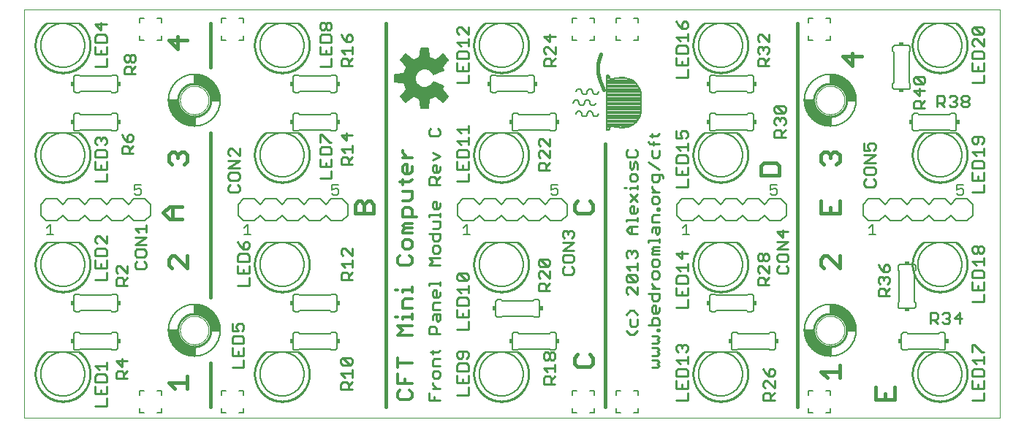
<source format=gto>
G75*
%MOIN*%
%OFA0B0*%
%FSLAX25Y25*%
%IPPOS*%
%LPD*%
%AMOC8*
5,1,8,0,0,1.08239X$1,22.5*
%
%ADD10C,0.00000*%
%ADD11C,0.01600*%
%ADD12C,0.01500*%
%ADD13C,0.01400*%
%ADD14C,0.00900*%
%ADD15C,0.00800*%
%ADD16C,0.01000*%
%ADD17C,0.00500*%
%ADD18C,0.00600*%
%ADD19R,0.01500X0.02000*%
%ADD20R,0.02000X0.01500*%
%ADD21C,0.00591*%
D10*
X0001800Y0001800D02*
X0001800Y0188001D01*
X0446721Y0188001D01*
X0446721Y0001800D01*
X0001800Y0001800D01*
X0072800Y0041800D02*
X0072802Y0041961D01*
X0072808Y0042121D01*
X0072818Y0042282D01*
X0072832Y0042442D01*
X0072850Y0042602D01*
X0072871Y0042761D01*
X0072897Y0042920D01*
X0072927Y0043078D01*
X0072960Y0043235D01*
X0072998Y0043392D01*
X0073039Y0043547D01*
X0073084Y0043701D01*
X0073133Y0043854D01*
X0073186Y0044006D01*
X0073242Y0044157D01*
X0073303Y0044306D01*
X0073366Y0044454D01*
X0073434Y0044600D01*
X0073505Y0044744D01*
X0073579Y0044886D01*
X0073657Y0045027D01*
X0073739Y0045165D01*
X0073824Y0045302D01*
X0073912Y0045436D01*
X0074004Y0045568D01*
X0074099Y0045698D01*
X0074197Y0045826D01*
X0074298Y0045951D01*
X0074402Y0046073D01*
X0074509Y0046193D01*
X0074619Y0046310D01*
X0074732Y0046425D01*
X0074848Y0046536D01*
X0074967Y0046645D01*
X0075088Y0046750D01*
X0075212Y0046853D01*
X0075338Y0046953D01*
X0075466Y0047049D01*
X0075597Y0047142D01*
X0075731Y0047232D01*
X0075866Y0047319D01*
X0076004Y0047402D01*
X0076143Y0047482D01*
X0076285Y0047558D01*
X0076428Y0047631D01*
X0076573Y0047700D01*
X0076720Y0047766D01*
X0076868Y0047828D01*
X0077018Y0047886D01*
X0077169Y0047941D01*
X0077322Y0047992D01*
X0077476Y0048039D01*
X0077631Y0048082D01*
X0077787Y0048121D01*
X0077943Y0048157D01*
X0078101Y0048188D01*
X0078259Y0048216D01*
X0078418Y0048240D01*
X0078578Y0048260D01*
X0078738Y0048276D01*
X0078898Y0048288D01*
X0079059Y0048296D01*
X0079220Y0048300D01*
X0079380Y0048300D01*
X0079541Y0048296D01*
X0079702Y0048288D01*
X0079862Y0048276D01*
X0080022Y0048260D01*
X0080182Y0048240D01*
X0080341Y0048216D01*
X0080499Y0048188D01*
X0080657Y0048157D01*
X0080813Y0048121D01*
X0080969Y0048082D01*
X0081124Y0048039D01*
X0081278Y0047992D01*
X0081431Y0047941D01*
X0081582Y0047886D01*
X0081732Y0047828D01*
X0081880Y0047766D01*
X0082027Y0047700D01*
X0082172Y0047631D01*
X0082315Y0047558D01*
X0082457Y0047482D01*
X0082596Y0047402D01*
X0082734Y0047319D01*
X0082869Y0047232D01*
X0083003Y0047142D01*
X0083134Y0047049D01*
X0083262Y0046953D01*
X0083388Y0046853D01*
X0083512Y0046750D01*
X0083633Y0046645D01*
X0083752Y0046536D01*
X0083868Y0046425D01*
X0083981Y0046310D01*
X0084091Y0046193D01*
X0084198Y0046073D01*
X0084302Y0045951D01*
X0084403Y0045826D01*
X0084501Y0045698D01*
X0084596Y0045568D01*
X0084688Y0045436D01*
X0084776Y0045302D01*
X0084861Y0045165D01*
X0084943Y0045027D01*
X0085021Y0044886D01*
X0085095Y0044744D01*
X0085166Y0044600D01*
X0085234Y0044454D01*
X0085297Y0044306D01*
X0085358Y0044157D01*
X0085414Y0044006D01*
X0085467Y0043854D01*
X0085516Y0043701D01*
X0085561Y0043547D01*
X0085602Y0043392D01*
X0085640Y0043235D01*
X0085673Y0043078D01*
X0085703Y0042920D01*
X0085729Y0042761D01*
X0085750Y0042602D01*
X0085768Y0042442D01*
X0085782Y0042282D01*
X0085792Y0042121D01*
X0085798Y0041961D01*
X0085800Y0041800D01*
X0085798Y0041639D01*
X0085792Y0041479D01*
X0085782Y0041318D01*
X0085768Y0041158D01*
X0085750Y0040998D01*
X0085729Y0040839D01*
X0085703Y0040680D01*
X0085673Y0040522D01*
X0085640Y0040365D01*
X0085602Y0040208D01*
X0085561Y0040053D01*
X0085516Y0039899D01*
X0085467Y0039746D01*
X0085414Y0039594D01*
X0085358Y0039443D01*
X0085297Y0039294D01*
X0085234Y0039146D01*
X0085166Y0039000D01*
X0085095Y0038856D01*
X0085021Y0038714D01*
X0084943Y0038573D01*
X0084861Y0038435D01*
X0084776Y0038298D01*
X0084688Y0038164D01*
X0084596Y0038032D01*
X0084501Y0037902D01*
X0084403Y0037774D01*
X0084302Y0037649D01*
X0084198Y0037527D01*
X0084091Y0037407D01*
X0083981Y0037290D01*
X0083868Y0037175D01*
X0083752Y0037064D01*
X0083633Y0036955D01*
X0083512Y0036850D01*
X0083388Y0036747D01*
X0083262Y0036647D01*
X0083134Y0036551D01*
X0083003Y0036458D01*
X0082869Y0036368D01*
X0082734Y0036281D01*
X0082596Y0036198D01*
X0082457Y0036118D01*
X0082315Y0036042D01*
X0082172Y0035969D01*
X0082027Y0035900D01*
X0081880Y0035834D01*
X0081732Y0035772D01*
X0081582Y0035714D01*
X0081431Y0035659D01*
X0081278Y0035608D01*
X0081124Y0035561D01*
X0080969Y0035518D01*
X0080813Y0035479D01*
X0080657Y0035443D01*
X0080499Y0035412D01*
X0080341Y0035384D01*
X0080182Y0035360D01*
X0080022Y0035340D01*
X0079862Y0035324D01*
X0079702Y0035312D01*
X0079541Y0035304D01*
X0079380Y0035300D01*
X0079220Y0035300D01*
X0079059Y0035304D01*
X0078898Y0035312D01*
X0078738Y0035324D01*
X0078578Y0035340D01*
X0078418Y0035360D01*
X0078259Y0035384D01*
X0078101Y0035412D01*
X0077943Y0035443D01*
X0077787Y0035479D01*
X0077631Y0035518D01*
X0077476Y0035561D01*
X0077322Y0035608D01*
X0077169Y0035659D01*
X0077018Y0035714D01*
X0076868Y0035772D01*
X0076720Y0035834D01*
X0076573Y0035900D01*
X0076428Y0035969D01*
X0076285Y0036042D01*
X0076143Y0036118D01*
X0076004Y0036198D01*
X0075866Y0036281D01*
X0075731Y0036368D01*
X0075597Y0036458D01*
X0075466Y0036551D01*
X0075338Y0036647D01*
X0075212Y0036747D01*
X0075088Y0036850D01*
X0074967Y0036955D01*
X0074848Y0037064D01*
X0074732Y0037175D01*
X0074619Y0037290D01*
X0074509Y0037407D01*
X0074402Y0037527D01*
X0074298Y0037649D01*
X0074197Y0037774D01*
X0074099Y0037902D01*
X0074004Y0038032D01*
X0073912Y0038164D01*
X0073824Y0038298D01*
X0073739Y0038435D01*
X0073657Y0038573D01*
X0073579Y0038714D01*
X0073505Y0038856D01*
X0073434Y0039000D01*
X0073366Y0039146D01*
X0073303Y0039294D01*
X0073242Y0039443D01*
X0073186Y0039594D01*
X0073133Y0039746D01*
X0073084Y0039899D01*
X0073039Y0040053D01*
X0072998Y0040208D01*
X0072960Y0040365D01*
X0072927Y0040522D01*
X0072897Y0040680D01*
X0072871Y0040839D01*
X0072850Y0040998D01*
X0072832Y0041158D01*
X0072818Y0041318D01*
X0072808Y0041479D01*
X0072802Y0041639D01*
X0072800Y0041800D01*
X0072800Y0146800D02*
X0072802Y0146961D01*
X0072808Y0147121D01*
X0072818Y0147282D01*
X0072832Y0147442D01*
X0072850Y0147602D01*
X0072871Y0147761D01*
X0072897Y0147920D01*
X0072927Y0148078D01*
X0072960Y0148235D01*
X0072998Y0148392D01*
X0073039Y0148547D01*
X0073084Y0148701D01*
X0073133Y0148854D01*
X0073186Y0149006D01*
X0073242Y0149157D01*
X0073303Y0149306D01*
X0073366Y0149454D01*
X0073434Y0149600D01*
X0073505Y0149744D01*
X0073579Y0149886D01*
X0073657Y0150027D01*
X0073739Y0150165D01*
X0073824Y0150302D01*
X0073912Y0150436D01*
X0074004Y0150568D01*
X0074099Y0150698D01*
X0074197Y0150826D01*
X0074298Y0150951D01*
X0074402Y0151073D01*
X0074509Y0151193D01*
X0074619Y0151310D01*
X0074732Y0151425D01*
X0074848Y0151536D01*
X0074967Y0151645D01*
X0075088Y0151750D01*
X0075212Y0151853D01*
X0075338Y0151953D01*
X0075466Y0152049D01*
X0075597Y0152142D01*
X0075731Y0152232D01*
X0075866Y0152319D01*
X0076004Y0152402D01*
X0076143Y0152482D01*
X0076285Y0152558D01*
X0076428Y0152631D01*
X0076573Y0152700D01*
X0076720Y0152766D01*
X0076868Y0152828D01*
X0077018Y0152886D01*
X0077169Y0152941D01*
X0077322Y0152992D01*
X0077476Y0153039D01*
X0077631Y0153082D01*
X0077787Y0153121D01*
X0077943Y0153157D01*
X0078101Y0153188D01*
X0078259Y0153216D01*
X0078418Y0153240D01*
X0078578Y0153260D01*
X0078738Y0153276D01*
X0078898Y0153288D01*
X0079059Y0153296D01*
X0079220Y0153300D01*
X0079380Y0153300D01*
X0079541Y0153296D01*
X0079702Y0153288D01*
X0079862Y0153276D01*
X0080022Y0153260D01*
X0080182Y0153240D01*
X0080341Y0153216D01*
X0080499Y0153188D01*
X0080657Y0153157D01*
X0080813Y0153121D01*
X0080969Y0153082D01*
X0081124Y0153039D01*
X0081278Y0152992D01*
X0081431Y0152941D01*
X0081582Y0152886D01*
X0081732Y0152828D01*
X0081880Y0152766D01*
X0082027Y0152700D01*
X0082172Y0152631D01*
X0082315Y0152558D01*
X0082457Y0152482D01*
X0082596Y0152402D01*
X0082734Y0152319D01*
X0082869Y0152232D01*
X0083003Y0152142D01*
X0083134Y0152049D01*
X0083262Y0151953D01*
X0083388Y0151853D01*
X0083512Y0151750D01*
X0083633Y0151645D01*
X0083752Y0151536D01*
X0083868Y0151425D01*
X0083981Y0151310D01*
X0084091Y0151193D01*
X0084198Y0151073D01*
X0084302Y0150951D01*
X0084403Y0150826D01*
X0084501Y0150698D01*
X0084596Y0150568D01*
X0084688Y0150436D01*
X0084776Y0150302D01*
X0084861Y0150165D01*
X0084943Y0150027D01*
X0085021Y0149886D01*
X0085095Y0149744D01*
X0085166Y0149600D01*
X0085234Y0149454D01*
X0085297Y0149306D01*
X0085358Y0149157D01*
X0085414Y0149006D01*
X0085467Y0148854D01*
X0085516Y0148701D01*
X0085561Y0148547D01*
X0085602Y0148392D01*
X0085640Y0148235D01*
X0085673Y0148078D01*
X0085703Y0147920D01*
X0085729Y0147761D01*
X0085750Y0147602D01*
X0085768Y0147442D01*
X0085782Y0147282D01*
X0085792Y0147121D01*
X0085798Y0146961D01*
X0085800Y0146800D01*
X0085798Y0146639D01*
X0085792Y0146479D01*
X0085782Y0146318D01*
X0085768Y0146158D01*
X0085750Y0145998D01*
X0085729Y0145839D01*
X0085703Y0145680D01*
X0085673Y0145522D01*
X0085640Y0145365D01*
X0085602Y0145208D01*
X0085561Y0145053D01*
X0085516Y0144899D01*
X0085467Y0144746D01*
X0085414Y0144594D01*
X0085358Y0144443D01*
X0085297Y0144294D01*
X0085234Y0144146D01*
X0085166Y0144000D01*
X0085095Y0143856D01*
X0085021Y0143714D01*
X0084943Y0143573D01*
X0084861Y0143435D01*
X0084776Y0143298D01*
X0084688Y0143164D01*
X0084596Y0143032D01*
X0084501Y0142902D01*
X0084403Y0142774D01*
X0084302Y0142649D01*
X0084198Y0142527D01*
X0084091Y0142407D01*
X0083981Y0142290D01*
X0083868Y0142175D01*
X0083752Y0142064D01*
X0083633Y0141955D01*
X0083512Y0141850D01*
X0083388Y0141747D01*
X0083262Y0141647D01*
X0083134Y0141551D01*
X0083003Y0141458D01*
X0082869Y0141368D01*
X0082734Y0141281D01*
X0082596Y0141198D01*
X0082457Y0141118D01*
X0082315Y0141042D01*
X0082172Y0140969D01*
X0082027Y0140900D01*
X0081880Y0140834D01*
X0081732Y0140772D01*
X0081582Y0140714D01*
X0081431Y0140659D01*
X0081278Y0140608D01*
X0081124Y0140561D01*
X0080969Y0140518D01*
X0080813Y0140479D01*
X0080657Y0140443D01*
X0080499Y0140412D01*
X0080341Y0140384D01*
X0080182Y0140360D01*
X0080022Y0140340D01*
X0079862Y0140324D01*
X0079702Y0140312D01*
X0079541Y0140304D01*
X0079380Y0140300D01*
X0079220Y0140300D01*
X0079059Y0140304D01*
X0078898Y0140312D01*
X0078738Y0140324D01*
X0078578Y0140340D01*
X0078418Y0140360D01*
X0078259Y0140384D01*
X0078101Y0140412D01*
X0077943Y0140443D01*
X0077787Y0140479D01*
X0077631Y0140518D01*
X0077476Y0140561D01*
X0077322Y0140608D01*
X0077169Y0140659D01*
X0077018Y0140714D01*
X0076868Y0140772D01*
X0076720Y0140834D01*
X0076573Y0140900D01*
X0076428Y0140969D01*
X0076285Y0141042D01*
X0076143Y0141118D01*
X0076004Y0141198D01*
X0075866Y0141281D01*
X0075731Y0141368D01*
X0075597Y0141458D01*
X0075466Y0141551D01*
X0075338Y0141647D01*
X0075212Y0141747D01*
X0075088Y0141850D01*
X0074967Y0141955D01*
X0074848Y0142064D01*
X0074732Y0142175D01*
X0074619Y0142290D01*
X0074509Y0142407D01*
X0074402Y0142527D01*
X0074298Y0142649D01*
X0074197Y0142774D01*
X0074099Y0142902D01*
X0074004Y0143032D01*
X0073912Y0143164D01*
X0073824Y0143298D01*
X0073739Y0143435D01*
X0073657Y0143573D01*
X0073579Y0143714D01*
X0073505Y0143856D01*
X0073434Y0144000D01*
X0073366Y0144146D01*
X0073303Y0144294D01*
X0073242Y0144443D01*
X0073186Y0144594D01*
X0073133Y0144746D01*
X0073084Y0144899D01*
X0073039Y0145053D01*
X0072998Y0145208D01*
X0072960Y0145365D01*
X0072927Y0145522D01*
X0072897Y0145680D01*
X0072871Y0145839D01*
X0072850Y0145998D01*
X0072832Y0146158D01*
X0072818Y0146318D01*
X0072808Y0146479D01*
X0072802Y0146639D01*
X0072800Y0146800D01*
X0362800Y0146800D02*
X0362802Y0146961D01*
X0362808Y0147121D01*
X0362818Y0147282D01*
X0362832Y0147442D01*
X0362850Y0147602D01*
X0362871Y0147761D01*
X0362897Y0147920D01*
X0362927Y0148078D01*
X0362960Y0148235D01*
X0362998Y0148392D01*
X0363039Y0148547D01*
X0363084Y0148701D01*
X0363133Y0148854D01*
X0363186Y0149006D01*
X0363242Y0149157D01*
X0363303Y0149306D01*
X0363366Y0149454D01*
X0363434Y0149600D01*
X0363505Y0149744D01*
X0363579Y0149886D01*
X0363657Y0150027D01*
X0363739Y0150165D01*
X0363824Y0150302D01*
X0363912Y0150436D01*
X0364004Y0150568D01*
X0364099Y0150698D01*
X0364197Y0150826D01*
X0364298Y0150951D01*
X0364402Y0151073D01*
X0364509Y0151193D01*
X0364619Y0151310D01*
X0364732Y0151425D01*
X0364848Y0151536D01*
X0364967Y0151645D01*
X0365088Y0151750D01*
X0365212Y0151853D01*
X0365338Y0151953D01*
X0365466Y0152049D01*
X0365597Y0152142D01*
X0365731Y0152232D01*
X0365866Y0152319D01*
X0366004Y0152402D01*
X0366143Y0152482D01*
X0366285Y0152558D01*
X0366428Y0152631D01*
X0366573Y0152700D01*
X0366720Y0152766D01*
X0366868Y0152828D01*
X0367018Y0152886D01*
X0367169Y0152941D01*
X0367322Y0152992D01*
X0367476Y0153039D01*
X0367631Y0153082D01*
X0367787Y0153121D01*
X0367943Y0153157D01*
X0368101Y0153188D01*
X0368259Y0153216D01*
X0368418Y0153240D01*
X0368578Y0153260D01*
X0368738Y0153276D01*
X0368898Y0153288D01*
X0369059Y0153296D01*
X0369220Y0153300D01*
X0369380Y0153300D01*
X0369541Y0153296D01*
X0369702Y0153288D01*
X0369862Y0153276D01*
X0370022Y0153260D01*
X0370182Y0153240D01*
X0370341Y0153216D01*
X0370499Y0153188D01*
X0370657Y0153157D01*
X0370813Y0153121D01*
X0370969Y0153082D01*
X0371124Y0153039D01*
X0371278Y0152992D01*
X0371431Y0152941D01*
X0371582Y0152886D01*
X0371732Y0152828D01*
X0371880Y0152766D01*
X0372027Y0152700D01*
X0372172Y0152631D01*
X0372315Y0152558D01*
X0372457Y0152482D01*
X0372596Y0152402D01*
X0372734Y0152319D01*
X0372869Y0152232D01*
X0373003Y0152142D01*
X0373134Y0152049D01*
X0373262Y0151953D01*
X0373388Y0151853D01*
X0373512Y0151750D01*
X0373633Y0151645D01*
X0373752Y0151536D01*
X0373868Y0151425D01*
X0373981Y0151310D01*
X0374091Y0151193D01*
X0374198Y0151073D01*
X0374302Y0150951D01*
X0374403Y0150826D01*
X0374501Y0150698D01*
X0374596Y0150568D01*
X0374688Y0150436D01*
X0374776Y0150302D01*
X0374861Y0150165D01*
X0374943Y0150027D01*
X0375021Y0149886D01*
X0375095Y0149744D01*
X0375166Y0149600D01*
X0375234Y0149454D01*
X0375297Y0149306D01*
X0375358Y0149157D01*
X0375414Y0149006D01*
X0375467Y0148854D01*
X0375516Y0148701D01*
X0375561Y0148547D01*
X0375602Y0148392D01*
X0375640Y0148235D01*
X0375673Y0148078D01*
X0375703Y0147920D01*
X0375729Y0147761D01*
X0375750Y0147602D01*
X0375768Y0147442D01*
X0375782Y0147282D01*
X0375792Y0147121D01*
X0375798Y0146961D01*
X0375800Y0146800D01*
X0375798Y0146639D01*
X0375792Y0146479D01*
X0375782Y0146318D01*
X0375768Y0146158D01*
X0375750Y0145998D01*
X0375729Y0145839D01*
X0375703Y0145680D01*
X0375673Y0145522D01*
X0375640Y0145365D01*
X0375602Y0145208D01*
X0375561Y0145053D01*
X0375516Y0144899D01*
X0375467Y0144746D01*
X0375414Y0144594D01*
X0375358Y0144443D01*
X0375297Y0144294D01*
X0375234Y0144146D01*
X0375166Y0144000D01*
X0375095Y0143856D01*
X0375021Y0143714D01*
X0374943Y0143573D01*
X0374861Y0143435D01*
X0374776Y0143298D01*
X0374688Y0143164D01*
X0374596Y0143032D01*
X0374501Y0142902D01*
X0374403Y0142774D01*
X0374302Y0142649D01*
X0374198Y0142527D01*
X0374091Y0142407D01*
X0373981Y0142290D01*
X0373868Y0142175D01*
X0373752Y0142064D01*
X0373633Y0141955D01*
X0373512Y0141850D01*
X0373388Y0141747D01*
X0373262Y0141647D01*
X0373134Y0141551D01*
X0373003Y0141458D01*
X0372869Y0141368D01*
X0372734Y0141281D01*
X0372596Y0141198D01*
X0372457Y0141118D01*
X0372315Y0141042D01*
X0372172Y0140969D01*
X0372027Y0140900D01*
X0371880Y0140834D01*
X0371732Y0140772D01*
X0371582Y0140714D01*
X0371431Y0140659D01*
X0371278Y0140608D01*
X0371124Y0140561D01*
X0370969Y0140518D01*
X0370813Y0140479D01*
X0370657Y0140443D01*
X0370499Y0140412D01*
X0370341Y0140384D01*
X0370182Y0140360D01*
X0370022Y0140340D01*
X0369862Y0140324D01*
X0369702Y0140312D01*
X0369541Y0140304D01*
X0369380Y0140300D01*
X0369220Y0140300D01*
X0369059Y0140304D01*
X0368898Y0140312D01*
X0368738Y0140324D01*
X0368578Y0140340D01*
X0368418Y0140360D01*
X0368259Y0140384D01*
X0368101Y0140412D01*
X0367943Y0140443D01*
X0367787Y0140479D01*
X0367631Y0140518D01*
X0367476Y0140561D01*
X0367322Y0140608D01*
X0367169Y0140659D01*
X0367018Y0140714D01*
X0366868Y0140772D01*
X0366720Y0140834D01*
X0366573Y0140900D01*
X0366428Y0140969D01*
X0366285Y0141042D01*
X0366143Y0141118D01*
X0366004Y0141198D01*
X0365866Y0141281D01*
X0365731Y0141368D01*
X0365597Y0141458D01*
X0365466Y0141551D01*
X0365338Y0141647D01*
X0365212Y0141747D01*
X0365088Y0141850D01*
X0364967Y0141955D01*
X0364848Y0142064D01*
X0364732Y0142175D01*
X0364619Y0142290D01*
X0364509Y0142407D01*
X0364402Y0142527D01*
X0364298Y0142649D01*
X0364197Y0142774D01*
X0364099Y0142902D01*
X0364004Y0143032D01*
X0363912Y0143164D01*
X0363824Y0143298D01*
X0363739Y0143435D01*
X0363657Y0143573D01*
X0363579Y0143714D01*
X0363505Y0143856D01*
X0363434Y0144000D01*
X0363366Y0144146D01*
X0363303Y0144294D01*
X0363242Y0144443D01*
X0363186Y0144594D01*
X0363133Y0144746D01*
X0363084Y0144899D01*
X0363039Y0145053D01*
X0362998Y0145208D01*
X0362960Y0145365D01*
X0362927Y0145522D01*
X0362897Y0145680D01*
X0362871Y0145839D01*
X0362850Y0145998D01*
X0362832Y0146158D01*
X0362818Y0146318D01*
X0362808Y0146479D01*
X0362802Y0146639D01*
X0362800Y0146800D01*
X0362800Y0041800D02*
X0362802Y0041961D01*
X0362808Y0042121D01*
X0362818Y0042282D01*
X0362832Y0042442D01*
X0362850Y0042602D01*
X0362871Y0042761D01*
X0362897Y0042920D01*
X0362927Y0043078D01*
X0362960Y0043235D01*
X0362998Y0043392D01*
X0363039Y0043547D01*
X0363084Y0043701D01*
X0363133Y0043854D01*
X0363186Y0044006D01*
X0363242Y0044157D01*
X0363303Y0044306D01*
X0363366Y0044454D01*
X0363434Y0044600D01*
X0363505Y0044744D01*
X0363579Y0044886D01*
X0363657Y0045027D01*
X0363739Y0045165D01*
X0363824Y0045302D01*
X0363912Y0045436D01*
X0364004Y0045568D01*
X0364099Y0045698D01*
X0364197Y0045826D01*
X0364298Y0045951D01*
X0364402Y0046073D01*
X0364509Y0046193D01*
X0364619Y0046310D01*
X0364732Y0046425D01*
X0364848Y0046536D01*
X0364967Y0046645D01*
X0365088Y0046750D01*
X0365212Y0046853D01*
X0365338Y0046953D01*
X0365466Y0047049D01*
X0365597Y0047142D01*
X0365731Y0047232D01*
X0365866Y0047319D01*
X0366004Y0047402D01*
X0366143Y0047482D01*
X0366285Y0047558D01*
X0366428Y0047631D01*
X0366573Y0047700D01*
X0366720Y0047766D01*
X0366868Y0047828D01*
X0367018Y0047886D01*
X0367169Y0047941D01*
X0367322Y0047992D01*
X0367476Y0048039D01*
X0367631Y0048082D01*
X0367787Y0048121D01*
X0367943Y0048157D01*
X0368101Y0048188D01*
X0368259Y0048216D01*
X0368418Y0048240D01*
X0368578Y0048260D01*
X0368738Y0048276D01*
X0368898Y0048288D01*
X0369059Y0048296D01*
X0369220Y0048300D01*
X0369380Y0048300D01*
X0369541Y0048296D01*
X0369702Y0048288D01*
X0369862Y0048276D01*
X0370022Y0048260D01*
X0370182Y0048240D01*
X0370341Y0048216D01*
X0370499Y0048188D01*
X0370657Y0048157D01*
X0370813Y0048121D01*
X0370969Y0048082D01*
X0371124Y0048039D01*
X0371278Y0047992D01*
X0371431Y0047941D01*
X0371582Y0047886D01*
X0371732Y0047828D01*
X0371880Y0047766D01*
X0372027Y0047700D01*
X0372172Y0047631D01*
X0372315Y0047558D01*
X0372457Y0047482D01*
X0372596Y0047402D01*
X0372734Y0047319D01*
X0372869Y0047232D01*
X0373003Y0047142D01*
X0373134Y0047049D01*
X0373262Y0046953D01*
X0373388Y0046853D01*
X0373512Y0046750D01*
X0373633Y0046645D01*
X0373752Y0046536D01*
X0373868Y0046425D01*
X0373981Y0046310D01*
X0374091Y0046193D01*
X0374198Y0046073D01*
X0374302Y0045951D01*
X0374403Y0045826D01*
X0374501Y0045698D01*
X0374596Y0045568D01*
X0374688Y0045436D01*
X0374776Y0045302D01*
X0374861Y0045165D01*
X0374943Y0045027D01*
X0375021Y0044886D01*
X0375095Y0044744D01*
X0375166Y0044600D01*
X0375234Y0044454D01*
X0375297Y0044306D01*
X0375358Y0044157D01*
X0375414Y0044006D01*
X0375467Y0043854D01*
X0375516Y0043701D01*
X0375561Y0043547D01*
X0375602Y0043392D01*
X0375640Y0043235D01*
X0375673Y0043078D01*
X0375703Y0042920D01*
X0375729Y0042761D01*
X0375750Y0042602D01*
X0375768Y0042442D01*
X0375782Y0042282D01*
X0375792Y0042121D01*
X0375798Y0041961D01*
X0375800Y0041800D01*
X0375798Y0041639D01*
X0375792Y0041479D01*
X0375782Y0041318D01*
X0375768Y0041158D01*
X0375750Y0040998D01*
X0375729Y0040839D01*
X0375703Y0040680D01*
X0375673Y0040522D01*
X0375640Y0040365D01*
X0375602Y0040208D01*
X0375561Y0040053D01*
X0375516Y0039899D01*
X0375467Y0039746D01*
X0375414Y0039594D01*
X0375358Y0039443D01*
X0375297Y0039294D01*
X0375234Y0039146D01*
X0375166Y0039000D01*
X0375095Y0038856D01*
X0375021Y0038714D01*
X0374943Y0038573D01*
X0374861Y0038435D01*
X0374776Y0038298D01*
X0374688Y0038164D01*
X0374596Y0038032D01*
X0374501Y0037902D01*
X0374403Y0037774D01*
X0374302Y0037649D01*
X0374198Y0037527D01*
X0374091Y0037407D01*
X0373981Y0037290D01*
X0373868Y0037175D01*
X0373752Y0037064D01*
X0373633Y0036955D01*
X0373512Y0036850D01*
X0373388Y0036747D01*
X0373262Y0036647D01*
X0373134Y0036551D01*
X0373003Y0036458D01*
X0372869Y0036368D01*
X0372734Y0036281D01*
X0372596Y0036198D01*
X0372457Y0036118D01*
X0372315Y0036042D01*
X0372172Y0035969D01*
X0372027Y0035900D01*
X0371880Y0035834D01*
X0371732Y0035772D01*
X0371582Y0035714D01*
X0371431Y0035659D01*
X0371278Y0035608D01*
X0371124Y0035561D01*
X0370969Y0035518D01*
X0370813Y0035479D01*
X0370657Y0035443D01*
X0370499Y0035412D01*
X0370341Y0035384D01*
X0370182Y0035360D01*
X0370022Y0035340D01*
X0369862Y0035324D01*
X0369702Y0035312D01*
X0369541Y0035304D01*
X0369380Y0035300D01*
X0369220Y0035300D01*
X0369059Y0035304D01*
X0368898Y0035312D01*
X0368738Y0035324D01*
X0368578Y0035340D01*
X0368418Y0035360D01*
X0368259Y0035384D01*
X0368101Y0035412D01*
X0367943Y0035443D01*
X0367787Y0035479D01*
X0367631Y0035518D01*
X0367476Y0035561D01*
X0367322Y0035608D01*
X0367169Y0035659D01*
X0367018Y0035714D01*
X0366868Y0035772D01*
X0366720Y0035834D01*
X0366573Y0035900D01*
X0366428Y0035969D01*
X0366285Y0036042D01*
X0366143Y0036118D01*
X0366004Y0036198D01*
X0365866Y0036281D01*
X0365731Y0036368D01*
X0365597Y0036458D01*
X0365466Y0036551D01*
X0365338Y0036647D01*
X0365212Y0036747D01*
X0365088Y0036850D01*
X0364967Y0036955D01*
X0364848Y0037064D01*
X0364732Y0037175D01*
X0364619Y0037290D01*
X0364509Y0037407D01*
X0364402Y0037527D01*
X0364298Y0037649D01*
X0364197Y0037774D01*
X0364099Y0037902D01*
X0364004Y0038032D01*
X0363912Y0038164D01*
X0363824Y0038298D01*
X0363739Y0038435D01*
X0363657Y0038573D01*
X0363579Y0038714D01*
X0363505Y0038856D01*
X0363434Y0039000D01*
X0363366Y0039146D01*
X0363303Y0039294D01*
X0363242Y0039443D01*
X0363186Y0039594D01*
X0363133Y0039746D01*
X0363084Y0039899D01*
X0363039Y0040053D01*
X0362998Y0040208D01*
X0362960Y0040365D01*
X0362927Y0040522D01*
X0362897Y0040680D01*
X0362871Y0040839D01*
X0362850Y0040998D01*
X0362832Y0041158D01*
X0362818Y0041318D01*
X0362808Y0041479D01*
X0362802Y0041639D01*
X0362800Y0041800D01*
D11*
X0354300Y0006800D02*
X0354300Y0181800D01*
X0264770Y0167690D02*
X0264619Y0167381D01*
X0264476Y0167069D01*
X0264341Y0166753D01*
X0264213Y0166434D01*
X0264093Y0166112D01*
X0263980Y0165788D01*
X0263876Y0165460D01*
X0263779Y0165131D01*
X0263691Y0164799D01*
X0263610Y0164465D01*
X0263538Y0164129D01*
X0263473Y0163791D01*
X0263417Y0163452D01*
X0263369Y0163112D01*
X0263330Y0162771D01*
X0263298Y0162428D01*
X0263275Y0162086D01*
X0263260Y0161742D01*
X0263253Y0161399D01*
X0263255Y0161055D01*
X0263265Y0160712D01*
X0263283Y0160369D01*
X0263310Y0160026D01*
X0263345Y0159684D01*
X0263388Y0159343D01*
X0263439Y0159003D01*
X0263498Y0158665D01*
X0263566Y0158328D01*
X0263641Y0157993D01*
X0263725Y0157660D01*
X0263817Y0157329D01*
X0263917Y0157000D01*
X0264024Y0156673D01*
X0264140Y0156350D01*
X0266030Y0151310D01*
X0266800Y0126800D02*
X0266800Y0006800D01*
X0166800Y0006800D02*
X0166800Y0181800D01*
X0086800Y0181800D02*
X0086800Y0161800D01*
X0086800Y0131800D02*
X0086800Y0056800D01*
X0086800Y0026800D02*
X0086800Y0006800D01*
D12*
X0076050Y0015050D02*
X0076050Y0020722D01*
X0076050Y0017886D02*
X0067543Y0017886D01*
X0070378Y0015050D01*
X0068961Y0070050D02*
X0067543Y0071468D01*
X0067543Y0074304D01*
X0068961Y0075722D01*
X0070378Y0075722D01*
X0076050Y0070050D01*
X0076050Y0075722D01*
X0073550Y0092550D02*
X0067878Y0092550D01*
X0065043Y0095386D01*
X0067878Y0098222D01*
X0073550Y0098222D01*
X0069296Y0098222D02*
X0069296Y0092550D01*
X0068961Y0117550D02*
X0067543Y0118968D01*
X0067543Y0121804D01*
X0068961Y0123222D01*
X0070378Y0123222D01*
X0071796Y0121804D01*
X0073214Y0123222D01*
X0074632Y0123222D01*
X0076050Y0121804D01*
X0076050Y0118968D01*
X0074632Y0117550D01*
X0071796Y0120386D02*
X0071796Y0121804D01*
X0152543Y0099304D02*
X0152543Y0095050D01*
X0161050Y0095050D01*
X0161050Y0099304D01*
X0159632Y0100722D01*
X0158214Y0100722D01*
X0156796Y0099304D01*
X0156796Y0095050D01*
X0156796Y0099304D02*
X0155378Y0100722D01*
X0153961Y0100722D01*
X0152543Y0099304D01*
X0252543Y0099304D02*
X0252543Y0096468D01*
X0253961Y0095050D01*
X0259632Y0095050D01*
X0261050Y0096468D01*
X0261050Y0099304D01*
X0259632Y0100722D01*
X0253961Y0100722D02*
X0252543Y0099304D01*
X0337543Y0112550D02*
X0337543Y0116804D01*
X0338961Y0118222D01*
X0344632Y0118222D01*
X0346050Y0116804D01*
X0346050Y0112550D01*
X0337543Y0112550D01*
X0365043Y0118968D02*
X0365043Y0121804D01*
X0366461Y0123222D01*
X0367878Y0123222D01*
X0369296Y0121804D01*
X0370714Y0123222D01*
X0372132Y0123222D01*
X0373550Y0121804D01*
X0373550Y0118968D01*
X0372132Y0117550D01*
X0369296Y0120386D02*
X0369296Y0121804D01*
X0365043Y0118968D02*
X0366461Y0117550D01*
X0365043Y0100722D02*
X0365043Y0095050D01*
X0373550Y0095050D01*
X0373550Y0100722D01*
X0369296Y0097886D02*
X0369296Y0095050D01*
X0367878Y0075722D02*
X0366461Y0075722D01*
X0365043Y0074304D01*
X0365043Y0071468D01*
X0366461Y0070050D01*
X0367878Y0075722D02*
X0373550Y0070050D01*
X0373550Y0075722D01*
X0261050Y0029304D02*
X0259632Y0030722D01*
X0261050Y0029304D02*
X0261050Y0026468D01*
X0259632Y0025050D01*
X0253961Y0025050D01*
X0252543Y0026468D01*
X0252543Y0029304D01*
X0253961Y0030722D01*
X0365043Y0022886D02*
X0373550Y0022886D01*
X0373550Y0020050D02*
X0373550Y0025722D01*
X0367878Y0020050D02*
X0365043Y0022886D01*
X0390043Y0015722D02*
X0390043Y0010050D01*
X0398550Y0010050D01*
X0398550Y0015722D01*
X0394296Y0012886D02*
X0394296Y0010050D01*
X0379296Y0162550D02*
X0379296Y0168222D01*
X0375043Y0166804D02*
X0379296Y0162550D01*
X0375043Y0166804D02*
X0383550Y0166804D01*
X0076050Y0174304D02*
X0067543Y0174304D01*
X0071796Y0170050D01*
X0071796Y0175722D01*
D13*
X0174196Y0123797D02*
X0174196Y0122696D01*
X0176398Y0120494D01*
X0178600Y0120494D02*
X0174196Y0120494D01*
X0175297Y0117532D02*
X0176398Y0117532D01*
X0176398Y0113128D01*
X0175297Y0113128D02*
X0174196Y0114229D01*
X0174196Y0116431D01*
X0175297Y0117532D01*
X0178600Y0116431D02*
X0178600Y0114229D01*
X0177499Y0113128D01*
X0175297Y0113128D01*
X0174196Y0110419D02*
X0174196Y0108217D01*
X0173095Y0109318D02*
X0177499Y0109318D01*
X0178600Y0110419D01*
X0178600Y0105255D02*
X0174196Y0105255D01*
X0178600Y0105255D02*
X0178600Y0101952D01*
X0177499Y0100851D01*
X0174196Y0100851D01*
X0175297Y0097888D02*
X0174196Y0096787D01*
X0174196Y0093485D01*
X0180802Y0093485D01*
X0178600Y0093485D02*
X0178600Y0096787D01*
X0177499Y0097888D01*
X0175297Y0097888D01*
X0175297Y0090522D02*
X0174196Y0089421D01*
X0175297Y0088320D01*
X0178600Y0088320D01*
X0178600Y0086118D02*
X0174196Y0086118D01*
X0174196Y0087219D01*
X0175297Y0088320D01*
X0175297Y0090522D02*
X0178600Y0090522D01*
X0177499Y0083156D02*
X0175297Y0083156D01*
X0174196Y0082055D01*
X0174196Y0079853D01*
X0175297Y0078752D01*
X0177499Y0078752D01*
X0178600Y0079853D01*
X0178600Y0082055D01*
X0177499Y0083156D01*
X0177499Y0075790D02*
X0178600Y0074689D01*
X0178600Y0072487D01*
X0177499Y0071386D01*
X0173095Y0071386D01*
X0171994Y0072487D01*
X0171994Y0074689D01*
X0173095Y0075790D01*
X0178600Y0061310D02*
X0178600Y0059109D01*
X0178600Y0060210D02*
X0174196Y0060210D01*
X0174196Y0059109D01*
X0171994Y0060210D02*
X0170893Y0060210D01*
X0175297Y0056146D02*
X0174196Y0055045D01*
X0174196Y0051742D01*
X0178600Y0051742D01*
X0178600Y0049033D02*
X0178600Y0046831D01*
X0178600Y0047932D02*
X0174196Y0047932D01*
X0174196Y0046831D01*
X0171994Y0047932D02*
X0170893Y0047932D01*
X0171994Y0043869D02*
X0178600Y0043869D01*
X0174196Y0041667D02*
X0171994Y0043869D01*
X0174196Y0041667D02*
X0171994Y0039465D01*
X0178600Y0039465D01*
X0171994Y0029136D02*
X0171994Y0024733D01*
X0171994Y0026934D02*
X0178600Y0026934D01*
X0171994Y0021770D02*
X0171994Y0017366D01*
X0178600Y0017366D01*
X0175297Y0017366D02*
X0175297Y0019568D01*
X0173095Y0014404D02*
X0171994Y0013303D01*
X0171994Y0011101D01*
X0173095Y0010000D01*
X0177499Y0010000D01*
X0178600Y0011101D01*
X0178600Y0013303D01*
X0177499Y0014404D01*
X0178600Y0056146D02*
X0175297Y0056146D01*
D14*
X0187947Y0057561D02*
X0187947Y0059262D01*
X0188798Y0060113D01*
X0189649Y0060113D01*
X0189649Y0056710D01*
X0190499Y0056710D02*
X0188798Y0056710D01*
X0187947Y0057561D01*
X0190499Y0056710D02*
X0191350Y0057561D01*
X0191350Y0059262D01*
X0191350Y0062235D02*
X0191350Y0063936D01*
X0191350Y0063086D02*
X0186246Y0063086D01*
X0186246Y0062235D01*
X0199146Y0060526D02*
X0200847Y0058824D01*
X0199996Y0056702D02*
X0199146Y0055852D01*
X0199146Y0053299D01*
X0204250Y0053299D01*
X0204250Y0055852D01*
X0203399Y0056702D01*
X0199996Y0056702D01*
X0204250Y0058824D02*
X0204250Y0062227D01*
X0204250Y0060526D02*
X0199146Y0060526D01*
X0199996Y0064349D02*
X0199146Y0065200D01*
X0199146Y0066901D01*
X0199996Y0067752D01*
X0203399Y0064349D01*
X0204250Y0065200D01*
X0204250Y0066901D01*
X0203399Y0067752D01*
X0199996Y0067752D01*
X0199996Y0064349D02*
X0203399Y0064349D01*
X0191350Y0071443D02*
X0186246Y0071443D01*
X0187947Y0073144D01*
X0186246Y0074846D01*
X0191350Y0074846D01*
X0190499Y0076967D02*
X0191350Y0077818D01*
X0191350Y0079520D01*
X0190499Y0080370D01*
X0188798Y0080370D01*
X0187947Y0079520D01*
X0187947Y0077818D01*
X0188798Y0076967D01*
X0190499Y0076967D01*
X0190499Y0082492D02*
X0188798Y0082492D01*
X0187947Y0083343D01*
X0187947Y0085895D01*
X0186246Y0085895D02*
X0191350Y0085895D01*
X0191350Y0083343D01*
X0190499Y0082492D01*
X0190499Y0088017D02*
X0187947Y0088017D01*
X0190499Y0088017D02*
X0191350Y0088868D01*
X0191350Y0091420D01*
X0187947Y0091420D01*
X0186246Y0093542D02*
X0186246Y0094392D01*
X0191350Y0094392D01*
X0191350Y0093542D02*
X0191350Y0095243D01*
X0190499Y0097225D02*
X0188798Y0097225D01*
X0187947Y0098075D01*
X0187947Y0099777D01*
X0188798Y0100628D01*
X0189649Y0100628D01*
X0189649Y0097225D01*
X0190499Y0097225D02*
X0191350Y0098075D01*
X0191350Y0099777D01*
X0191350Y0108274D02*
X0186246Y0108274D01*
X0186246Y0110826D01*
X0187096Y0111677D01*
X0188798Y0111677D01*
X0189649Y0110826D01*
X0189649Y0108274D01*
X0189649Y0109976D02*
X0191350Y0111677D01*
X0190499Y0113799D02*
X0188798Y0113799D01*
X0187947Y0114650D01*
X0187947Y0116351D01*
X0188798Y0117202D01*
X0189649Y0117202D01*
X0189649Y0113799D01*
X0190499Y0113799D02*
X0191350Y0114650D01*
X0191350Y0116351D01*
X0187947Y0119324D02*
X0191350Y0121025D01*
X0187947Y0122726D01*
X0199146Y0123352D02*
X0199146Y0120799D01*
X0204250Y0120799D01*
X0204250Y0123352D01*
X0203399Y0124202D01*
X0199996Y0124202D01*
X0199146Y0123352D01*
X0200847Y0126324D02*
X0199146Y0128026D01*
X0204250Y0128026D01*
X0204250Y0129727D02*
X0204250Y0126324D01*
X0204250Y0131849D02*
X0204250Y0135252D01*
X0204250Y0133550D02*
X0199146Y0133550D01*
X0200847Y0131849D01*
X0191350Y0131224D02*
X0190499Y0130373D01*
X0187096Y0130373D01*
X0186246Y0131224D01*
X0186246Y0132925D01*
X0187096Y0133776D01*
X0190499Y0133776D02*
X0191350Y0132925D01*
X0191350Y0131224D01*
X0199146Y0118678D02*
X0199146Y0115275D01*
X0204250Y0115275D01*
X0204250Y0118678D01*
X0201698Y0116976D02*
X0201698Y0115275D01*
X0204250Y0113153D02*
X0204250Y0109750D01*
X0199146Y0109750D01*
X0236246Y0114850D02*
X0236246Y0117402D01*
X0237096Y0118253D01*
X0238798Y0118253D01*
X0239649Y0117402D01*
X0239649Y0114850D01*
X0241350Y0114850D02*
X0236246Y0114850D01*
X0239649Y0116551D02*
X0241350Y0118253D01*
X0241350Y0120375D02*
X0237947Y0123778D01*
X0237096Y0123778D01*
X0236246Y0122927D01*
X0236246Y0121225D01*
X0237096Y0120375D01*
X0241350Y0120375D02*
X0241350Y0123778D01*
X0241350Y0125899D02*
X0237947Y0129302D01*
X0237096Y0129302D01*
X0236246Y0128452D01*
X0236246Y0126750D01*
X0237096Y0125899D01*
X0241350Y0125899D02*
X0241350Y0129302D01*
X0276246Y0123331D02*
X0276246Y0121630D01*
X0277096Y0120779D01*
X0280499Y0120779D01*
X0281350Y0121630D01*
X0281350Y0123331D01*
X0280499Y0124182D01*
X0277096Y0124182D02*
X0276246Y0123331D01*
X0286246Y0127738D02*
X0287096Y0126887D01*
X0291350Y0126887D01*
X0288798Y0126036D02*
X0288798Y0127738D01*
X0287947Y0129720D02*
X0287947Y0131421D01*
X0287096Y0130570D02*
X0290499Y0130570D01*
X0291350Y0131421D01*
X0299146Y0132752D02*
X0299146Y0129349D01*
X0301698Y0129349D01*
X0300847Y0131050D01*
X0300847Y0131901D01*
X0301698Y0132752D01*
X0303399Y0132752D01*
X0304250Y0131901D01*
X0304250Y0130200D01*
X0303399Y0129349D01*
X0304250Y0127227D02*
X0304250Y0123824D01*
X0304250Y0125526D02*
X0299146Y0125526D01*
X0300847Y0123824D01*
X0299996Y0121702D02*
X0299146Y0120852D01*
X0299146Y0118299D01*
X0304250Y0118299D01*
X0304250Y0120852D01*
X0303399Y0121702D01*
X0299996Y0121702D01*
X0291350Y0121362D02*
X0290499Y0120512D01*
X0288798Y0120512D01*
X0287947Y0121362D01*
X0287947Y0123915D01*
X0291350Y0123915D02*
X0291350Y0121362D01*
X0286246Y0118390D02*
X0291350Y0114987D01*
X0291350Y0112865D02*
X0291350Y0110313D01*
X0290499Y0109462D01*
X0288798Y0109462D01*
X0287947Y0110313D01*
X0287947Y0112865D01*
X0292201Y0112865D01*
X0293051Y0112014D01*
X0293051Y0111164D01*
X0299146Y0112775D02*
X0304250Y0112775D01*
X0304250Y0116178D01*
X0301698Y0114476D02*
X0301698Y0112775D01*
X0299146Y0112775D02*
X0299146Y0116178D01*
X0304250Y0110653D02*
X0304250Y0107250D01*
X0299146Y0107250D01*
X0291350Y0104858D02*
X0287947Y0104858D01*
X0289649Y0104858D02*
X0287947Y0106560D01*
X0287947Y0107411D01*
X0288798Y0102737D02*
X0287947Y0101886D01*
X0287947Y0100184D01*
X0288798Y0099334D01*
X0290499Y0099334D01*
X0291350Y0100184D01*
X0291350Y0101886D01*
X0290499Y0102737D01*
X0288798Y0102737D01*
X0281350Y0103925D02*
X0277947Y0100522D01*
X0278798Y0098400D02*
X0279649Y0098400D01*
X0279649Y0094997D01*
X0280499Y0094997D02*
X0278798Y0094997D01*
X0277947Y0095848D01*
X0277947Y0097549D01*
X0278798Y0098400D01*
X0281350Y0097549D02*
X0281350Y0095848D01*
X0280499Y0094997D01*
X0281350Y0093015D02*
X0281350Y0091314D01*
X0281350Y0092165D02*
X0276246Y0092165D01*
X0276246Y0091314D01*
X0277947Y0089192D02*
X0281350Y0089192D01*
X0278798Y0089192D02*
X0278798Y0085789D01*
X0277947Y0085789D02*
X0281350Y0085789D01*
X0277947Y0085789D02*
X0276246Y0087491D01*
X0277947Y0089192D01*
X0287947Y0088074D02*
X0287947Y0086373D01*
X0287947Y0088074D02*
X0288798Y0088925D01*
X0291350Y0088925D01*
X0291350Y0086373D01*
X0290499Y0085522D01*
X0289649Y0086373D01*
X0289649Y0088925D01*
X0291350Y0091047D02*
X0287947Y0091047D01*
X0287947Y0093599D01*
X0288798Y0094449D01*
X0291350Y0094449D01*
X0291350Y0096571D02*
X0291350Y0097422D01*
X0290499Y0097422D01*
X0290499Y0096571D01*
X0291350Y0096571D01*
X0281350Y0100522D02*
X0277947Y0103925D01*
X0277947Y0106047D02*
X0277947Y0106897D01*
X0281350Y0106897D01*
X0281350Y0106047D02*
X0281350Y0107748D01*
X0280499Y0109730D02*
X0281350Y0110580D01*
X0281350Y0112282D01*
X0280499Y0113133D01*
X0278798Y0113133D01*
X0277947Y0112282D01*
X0277947Y0110580D01*
X0278798Y0109730D01*
X0280499Y0109730D01*
X0276246Y0106897D02*
X0275395Y0106897D01*
X0278798Y0115254D02*
X0277947Y0116105D01*
X0277947Y0118657D01*
X0279649Y0117807D02*
X0279649Y0116105D01*
X0278798Y0115254D01*
X0281350Y0115254D02*
X0281350Y0117807D01*
X0280499Y0118657D01*
X0279649Y0117807D01*
X0343746Y0129850D02*
X0343746Y0132402D01*
X0344596Y0133253D01*
X0346298Y0133253D01*
X0347149Y0132402D01*
X0347149Y0129850D01*
X0348850Y0129850D02*
X0343746Y0129850D01*
X0347149Y0131551D02*
X0348850Y0133253D01*
X0347999Y0135375D02*
X0348850Y0136225D01*
X0348850Y0137927D01*
X0347999Y0138778D01*
X0347149Y0138778D01*
X0346298Y0137927D01*
X0346298Y0137076D01*
X0346298Y0137927D02*
X0345447Y0138778D01*
X0344596Y0138778D01*
X0343746Y0137927D01*
X0343746Y0136225D01*
X0344596Y0135375D01*
X0344596Y0140899D02*
X0343746Y0141750D01*
X0343746Y0143452D01*
X0344596Y0144302D01*
X0347999Y0140899D01*
X0348850Y0141750D01*
X0348850Y0143452D01*
X0347999Y0144302D01*
X0344596Y0144302D01*
X0344596Y0140899D02*
X0347999Y0140899D01*
X0361800Y0146800D02*
X0361802Y0146984D01*
X0361809Y0147168D01*
X0361820Y0147352D01*
X0361836Y0147535D01*
X0361856Y0147718D01*
X0361881Y0147900D01*
X0361910Y0148082D01*
X0361944Y0148263D01*
X0361982Y0148443D01*
X0362025Y0148622D01*
X0362072Y0148800D01*
X0362123Y0148977D01*
X0362179Y0149153D01*
X0362238Y0149327D01*
X0362303Y0149499D01*
X0362371Y0149670D01*
X0362443Y0149839D01*
X0362520Y0150007D01*
X0362601Y0150172D01*
X0362686Y0150335D01*
X0362774Y0150497D01*
X0362867Y0150656D01*
X0362964Y0150812D01*
X0363064Y0150967D01*
X0363168Y0151119D01*
X0363276Y0151268D01*
X0363387Y0151414D01*
X0363502Y0151558D01*
X0363621Y0151699D01*
X0363743Y0151837D01*
X0363868Y0151972D01*
X0363997Y0152103D01*
X0364128Y0152232D01*
X0364263Y0152357D01*
X0364401Y0152479D01*
X0364542Y0152598D01*
X0364686Y0152713D01*
X0364832Y0152824D01*
X0364981Y0152932D01*
X0365133Y0153036D01*
X0365288Y0153136D01*
X0365444Y0153233D01*
X0365603Y0153326D01*
X0365765Y0153414D01*
X0365928Y0153499D01*
X0366093Y0153580D01*
X0366261Y0153657D01*
X0366430Y0153729D01*
X0366601Y0153797D01*
X0366773Y0153862D01*
X0366947Y0153921D01*
X0367123Y0153977D01*
X0367300Y0154028D01*
X0367478Y0154075D01*
X0367657Y0154118D01*
X0367837Y0154156D01*
X0368018Y0154190D01*
X0368200Y0154219D01*
X0368382Y0154244D01*
X0368565Y0154264D01*
X0368748Y0154280D01*
X0368932Y0154291D01*
X0369116Y0154298D01*
X0369300Y0154300D01*
X0369484Y0154298D01*
X0369668Y0154291D01*
X0369852Y0154280D01*
X0370035Y0154264D01*
X0370218Y0154244D01*
X0370400Y0154219D01*
X0370582Y0154190D01*
X0370763Y0154156D01*
X0370943Y0154118D01*
X0371122Y0154075D01*
X0371300Y0154028D01*
X0371477Y0153977D01*
X0371653Y0153921D01*
X0371827Y0153862D01*
X0371999Y0153797D01*
X0372170Y0153729D01*
X0372339Y0153657D01*
X0372507Y0153580D01*
X0372672Y0153499D01*
X0372835Y0153414D01*
X0372997Y0153326D01*
X0373156Y0153233D01*
X0373312Y0153136D01*
X0373467Y0153036D01*
X0373619Y0152932D01*
X0373768Y0152824D01*
X0373914Y0152713D01*
X0374058Y0152598D01*
X0374199Y0152479D01*
X0374337Y0152357D01*
X0374472Y0152232D01*
X0374603Y0152103D01*
X0374732Y0151972D01*
X0374857Y0151837D01*
X0374979Y0151699D01*
X0375098Y0151558D01*
X0375213Y0151414D01*
X0375324Y0151268D01*
X0375432Y0151119D01*
X0375536Y0150967D01*
X0375636Y0150812D01*
X0375733Y0150656D01*
X0375826Y0150497D01*
X0375914Y0150335D01*
X0375999Y0150172D01*
X0376080Y0150007D01*
X0376157Y0149839D01*
X0376229Y0149670D01*
X0376297Y0149499D01*
X0376362Y0149327D01*
X0376421Y0149153D01*
X0376477Y0148977D01*
X0376528Y0148800D01*
X0376575Y0148622D01*
X0376618Y0148443D01*
X0376656Y0148263D01*
X0376690Y0148082D01*
X0376719Y0147900D01*
X0376744Y0147718D01*
X0376764Y0147535D01*
X0376780Y0147352D01*
X0376791Y0147168D01*
X0376798Y0146984D01*
X0376800Y0146800D01*
X0376798Y0146616D01*
X0376791Y0146432D01*
X0376780Y0146248D01*
X0376764Y0146065D01*
X0376744Y0145882D01*
X0376719Y0145700D01*
X0376690Y0145518D01*
X0376656Y0145337D01*
X0376618Y0145157D01*
X0376575Y0144978D01*
X0376528Y0144800D01*
X0376477Y0144623D01*
X0376421Y0144447D01*
X0376362Y0144273D01*
X0376297Y0144101D01*
X0376229Y0143930D01*
X0376157Y0143761D01*
X0376080Y0143593D01*
X0375999Y0143428D01*
X0375914Y0143265D01*
X0375826Y0143103D01*
X0375733Y0142944D01*
X0375636Y0142788D01*
X0375536Y0142633D01*
X0375432Y0142481D01*
X0375324Y0142332D01*
X0375213Y0142186D01*
X0375098Y0142042D01*
X0374979Y0141901D01*
X0374857Y0141763D01*
X0374732Y0141628D01*
X0374603Y0141497D01*
X0374472Y0141368D01*
X0374337Y0141243D01*
X0374199Y0141121D01*
X0374058Y0141002D01*
X0373914Y0140887D01*
X0373768Y0140776D01*
X0373619Y0140668D01*
X0373467Y0140564D01*
X0373312Y0140464D01*
X0373156Y0140367D01*
X0372997Y0140274D01*
X0372835Y0140186D01*
X0372672Y0140101D01*
X0372507Y0140020D01*
X0372339Y0139943D01*
X0372170Y0139871D01*
X0371999Y0139803D01*
X0371827Y0139738D01*
X0371653Y0139679D01*
X0371477Y0139623D01*
X0371300Y0139572D01*
X0371122Y0139525D01*
X0370943Y0139482D01*
X0370763Y0139444D01*
X0370582Y0139410D01*
X0370400Y0139381D01*
X0370218Y0139356D01*
X0370035Y0139336D01*
X0369852Y0139320D01*
X0369668Y0139309D01*
X0369484Y0139302D01*
X0369300Y0139300D01*
X0369116Y0139302D01*
X0368932Y0139309D01*
X0368748Y0139320D01*
X0368565Y0139336D01*
X0368382Y0139356D01*
X0368200Y0139381D01*
X0368018Y0139410D01*
X0367837Y0139444D01*
X0367657Y0139482D01*
X0367478Y0139525D01*
X0367300Y0139572D01*
X0367123Y0139623D01*
X0366947Y0139679D01*
X0366773Y0139738D01*
X0366601Y0139803D01*
X0366430Y0139871D01*
X0366261Y0139943D01*
X0366093Y0140020D01*
X0365928Y0140101D01*
X0365765Y0140186D01*
X0365603Y0140274D01*
X0365444Y0140367D01*
X0365288Y0140464D01*
X0365133Y0140564D01*
X0364981Y0140668D01*
X0364832Y0140776D01*
X0364686Y0140887D01*
X0364542Y0141002D01*
X0364401Y0141121D01*
X0364263Y0141243D01*
X0364128Y0141368D01*
X0363997Y0141497D01*
X0363868Y0141628D01*
X0363743Y0141763D01*
X0363621Y0141901D01*
X0363502Y0142042D01*
X0363387Y0142186D01*
X0363276Y0142332D01*
X0363168Y0142481D01*
X0363064Y0142633D01*
X0362964Y0142788D01*
X0362867Y0142944D01*
X0362774Y0143103D01*
X0362686Y0143265D01*
X0362601Y0143428D01*
X0362520Y0143593D01*
X0362443Y0143761D01*
X0362371Y0143930D01*
X0362303Y0144101D01*
X0362238Y0144273D01*
X0362179Y0144447D01*
X0362123Y0144623D01*
X0362072Y0144800D01*
X0362025Y0144978D01*
X0361982Y0145157D01*
X0361944Y0145337D01*
X0361910Y0145518D01*
X0361881Y0145700D01*
X0361856Y0145882D01*
X0361836Y0146065D01*
X0361820Y0146248D01*
X0361809Y0146432D01*
X0361802Y0146616D01*
X0361800Y0146800D01*
X0341350Y0162350D02*
X0336246Y0162350D01*
X0336246Y0164902D01*
X0337096Y0165753D01*
X0338798Y0165753D01*
X0339649Y0164902D01*
X0339649Y0162350D01*
X0339649Y0164051D02*
X0341350Y0165753D01*
X0340499Y0167875D02*
X0341350Y0168725D01*
X0341350Y0170427D01*
X0340499Y0171278D01*
X0339649Y0171278D01*
X0338798Y0170427D01*
X0338798Y0169576D01*
X0338798Y0170427D02*
X0337947Y0171278D01*
X0337096Y0171278D01*
X0336246Y0170427D01*
X0336246Y0168725D01*
X0337096Y0167875D01*
X0337096Y0173399D02*
X0336246Y0174250D01*
X0336246Y0175952D01*
X0337096Y0176802D01*
X0337947Y0176802D01*
X0341350Y0173399D01*
X0341350Y0176802D01*
X0304250Y0177227D02*
X0304250Y0173824D01*
X0304250Y0175526D02*
X0299146Y0175526D01*
X0300847Y0173824D01*
X0299996Y0171702D02*
X0299146Y0170852D01*
X0299146Y0168299D01*
X0304250Y0168299D01*
X0304250Y0170852D01*
X0303399Y0171702D01*
X0299996Y0171702D01*
X0299146Y0166178D02*
X0299146Y0162775D01*
X0304250Y0162775D01*
X0304250Y0166178D01*
X0301698Y0164476D02*
X0301698Y0162775D01*
X0304250Y0160653D02*
X0304250Y0157250D01*
X0299146Y0157250D01*
X0301698Y0179349D02*
X0301698Y0181901D01*
X0302549Y0182752D01*
X0303399Y0182752D01*
X0304250Y0181901D01*
X0304250Y0180200D01*
X0303399Y0179349D01*
X0301698Y0179349D01*
X0299996Y0181050D01*
X0299146Y0182752D01*
X0243850Y0175952D02*
X0238746Y0175952D01*
X0241298Y0173399D01*
X0241298Y0176802D01*
X0240447Y0171278D02*
X0239596Y0171278D01*
X0238746Y0170427D01*
X0238746Y0168725D01*
X0239596Y0167875D01*
X0239596Y0165753D02*
X0241298Y0165753D01*
X0242149Y0164902D01*
X0242149Y0162350D01*
X0243850Y0162350D02*
X0238746Y0162350D01*
X0238746Y0164902D01*
X0239596Y0165753D01*
X0242149Y0164051D02*
X0243850Y0165753D01*
X0243850Y0167875D02*
X0240447Y0171278D01*
X0243850Y0171278D02*
X0243850Y0167875D01*
X0204250Y0168352D02*
X0204250Y0165799D01*
X0199146Y0165799D01*
X0199146Y0168352D01*
X0199996Y0169202D01*
X0203399Y0169202D01*
X0204250Y0168352D01*
X0204250Y0171324D02*
X0204250Y0174727D01*
X0204250Y0173026D02*
X0199146Y0173026D01*
X0200847Y0171324D01*
X0199996Y0176849D02*
X0199146Y0177700D01*
X0199146Y0179401D01*
X0199996Y0180252D01*
X0200847Y0180252D01*
X0204250Y0176849D01*
X0204250Y0180252D01*
X0204250Y0163678D02*
X0204250Y0160275D01*
X0199146Y0160275D01*
X0199146Y0163678D01*
X0201698Y0161976D02*
X0201698Y0160275D01*
X0204250Y0158153D02*
X0204250Y0154750D01*
X0199146Y0154750D01*
X0151350Y0162350D02*
X0146246Y0162350D01*
X0146246Y0164902D01*
X0147096Y0165753D01*
X0148798Y0165753D01*
X0149649Y0164902D01*
X0149649Y0162350D01*
X0149649Y0164051D02*
X0151350Y0165753D01*
X0151350Y0167875D02*
X0151350Y0171278D01*
X0151350Y0169576D02*
X0146246Y0169576D01*
X0147947Y0167875D01*
X0141750Y0167775D02*
X0141750Y0171178D01*
X0141750Y0173299D02*
X0136646Y0173299D01*
X0136646Y0175852D01*
X0137496Y0176702D01*
X0140899Y0176702D01*
X0141750Y0175852D01*
X0141750Y0173299D01*
X0136646Y0171178D02*
X0136646Y0167775D01*
X0141750Y0167775D01*
X0141750Y0165653D02*
X0141750Y0162250D01*
X0136646Y0162250D01*
X0139198Y0167775D02*
X0139198Y0169476D01*
X0147096Y0175101D02*
X0148798Y0173399D01*
X0148798Y0175952D01*
X0149649Y0176802D01*
X0150499Y0176802D01*
X0151350Y0175952D01*
X0151350Y0174250D01*
X0150499Y0173399D01*
X0148798Y0173399D01*
X0147096Y0175101D02*
X0146246Y0176802D01*
X0141750Y0179675D02*
X0140899Y0178824D01*
X0140049Y0178824D01*
X0139198Y0179675D01*
X0139198Y0181376D01*
X0140049Y0182227D01*
X0140899Y0182227D01*
X0141750Y0181376D01*
X0141750Y0179675D01*
X0139198Y0179675D02*
X0138347Y0178824D01*
X0137496Y0178824D01*
X0136646Y0179675D01*
X0136646Y0181376D01*
X0137496Y0182227D01*
X0138347Y0182227D01*
X0139198Y0181376D01*
X0071800Y0146800D02*
X0071802Y0146984D01*
X0071809Y0147168D01*
X0071820Y0147352D01*
X0071836Y0147535D01*
X0071856Y0147718D01*
X0071881Y0147900D01*
X0071910Y0148082D01*
X0071944Y0148263D01*
X0071982Y0148443D01*
X0072025Y0148622D01*
X0072072Y0148800D01*
X0072123Y0148977D01*
X0072179Y0149153D01*
X0072238Y0149327D01*
X0072303Y0149499D01*
X0072371Y0149670D01*
X0072443Y0149839D01*
X0072520Y0150007D01*
X0072601Y0150172D01*
X0072686Y0150335D01*
X0072774Y0150497D01*
X0072867Y0150656D01*
X0072964Y0150812D01*
X0073064Y0150967D01*
X0073168Y0151119D01*
X0073276Y0151268D01*
X0073387Y0151414D01*
X0073502Y0151558D01*
X0073621Y0151699D01*
X0073743Y0151837D01*
X0073868Y0151972D01*
X0073997Y0152103D01*
X0074128Y0152232D01*
X0074263Y0152357D01*
X0074401Y0152479D01*
X0074542Y0152598D01*
X0074686Y0152713D01*
X0074832Y0152824D01*
X0074981Y0152932D01*
X0075133Y0153036D01*
X0075288Y0153136D01*
X0075444Y0153233D01*
X0075603Y0153326D01*
X0075765Y0153414D01*
X0075928Y0153499D01*
X0076093Y0153580D01*
X0076261Y0153657D01*
X0076430Y0153729D01*
X0076601Y0153797D01*
X0076773Y0153862D01*
X0076947Y0153921D01*
X0077123Y0153977D01*
X0077300Y0154028D01*
X0077478Y0154075D01*
X0077657Y0154118D01*
X0077837Y0154156D01*
X0078018Y0154190D01*
X0078200Y0154219D01*
X0078382Y0154244D01*
X0078565Y0154264D01*
X0078748Y0154280D01*
X0078932Y0154291D01*
X0079116Y0154298D01*
X0079300Y0154300D01*
X0079484Y0154298D01*
X0079668Y0154291D01*
X0079852Y0154280D01*
X0080035Y0154264D01*
X0080218Y0154244D01*
X0080400Y0154219D01*
X0080582Y0154190D01*
X0080763Y0154156D01*
X0080943Y0154118D01*
X0081122Y0154075D01*
X0081300Y0154028D01*
X0081477Y0153977D01*
X0081653Y0153921D01*
X0081827Y0153862D01*
X0081999Y0153797D01*
X0082170Y0153729D01*
X0082339Y0153657D01*
X0082507Y0153580D01*
X0082672Y0153499D01*
X0082835Y0153414D01*
X0082997Y0153326D01*
X0083156Y0153233D01*
X0083312Y0153136D01*
X0083467Y0153036D01*
X0083619Y0152932D01*
X0083768Y0152824D01*
X0083914Y0152713D01*
X0084058Y0152598D01*
X0084199Y0152479D01*
X0084337Y0152357D01*
X0084472Y0152232D01*
X0084603Y0152103D01*
X0084732Y0151972D01*
X0084857Y0151837D01*
X0084979Y0151699D01*
X0085098Y0151558D01*
X0085213Y0151414D01*
X0085324Y0151268D01*
X0085432Y0151119D01*
X0085536Y0150967D01*
X0085636Y0150812D01*
X0085733Y0150656D01*
X0085826Y0150497D01*
X0085914Y0150335D01*
X0085999Y0150172D01*
X0086080Y0150007D01*
X0086157Y0149839D01*
X0086229Y0149670D01*
X0086297Y0149499D01*
X0086362Y0149327D01*
X0086421Y0149153D01*
X0086477Y0148977D01*
X0086528Y0148800D01*
X0086575Y0148622D01*
X0086618Y0148443D01*
X0086656Y0148263D01*
X0086690Y0148082D01*
X0086719Y0147900D01*
X0086744Y0147718D01*
X0086764Y0147535D01*
X0086780Y0147352D01*
X0086791Y0147168D01*
X0086798Y0146984D01*
X0086800Y0146800D01*
X0086798Y0146616D01*
X0086791Y0146432D01*
X0086780Y0146248D01*
X0086764Y0146065D01*
X0086744Y0145882D01*
X0086719Y0145700D01*
X0086690Y0145518D01*
X0086656Y0145337D01*
X0086618Y0145157D01*
X0086575Y0144978D01*
X0086528Y0144800D01*
X0086477Y0144623D01*
X0086421Y0144447D01*
X0086362Y0144273D01*
X0086297Y0144101D01*
X0086229Y0143930D01*
X0086157Y0143761D01*
X0086080Y0143593D01*
X0085999Y0143428D01*
X0085914Y0143265D01*
X0085826Y0143103D01*
X0085733Y0142944D01*
X0085636Y0142788D01*
X0085536Y0142633D01*
X0085432Y0142481D01*
X0085324Y0142332D01*
X0085213Y0142186D01*
X0085098Y0142042D01*
X0084979Y0141901D01*
X0084857Y0141763D01*
X0084732Y0141628D01*
X0084603Y0141497D01*
X0084472Y0141368D01*
X0084337Y0141243D01*
X0084199Y0141121D01*
X0084058Y0141002D01*
X0083914Y0140887D01*
X0083768Y0140776D01*
X0083619Y0140668D01*
X0083467Y0140564D01*
X0083312Y0140464D01*
X0083156Y0140367D01*
X0082997Y0140274D01*
X0082835Y0140186D01*
X0082672Y0140101D01*
X0082507Y0140020D01*
X0082339Y0139943D01*
X0082170Y0139871D01*
X0081999Y0139803D01*
X0081827Y0139738D01*
X0081653Y0139679D01*
X0081477Y0139623D01*
X0081300Y0139572D01*
X0081122Y0139525D01*
X0080943Y0139482D01*
X0080763Y0139444D01*
X0080582Y0139410D01*
X0080400Y0139381D01*
X0080218Y0139356D01*
X0080035Y0139336D01*
X0079852Y0139320D01*
X0079668Y0139309D01*
X0079484Y0139302D01*
X0079300Y0139300D01*
X0079116Y0139302D01*
X0078932Y0139309D01*
X0078748Y0139320D01*
X0078565Y0139336D01*
X0078382Y0139356D01*
X0078200Y0139381D01*
X0078018Y0139410D01*
X0077837Y0139444D01*
X0077657Y0139482D01*
X0077478Y0139525D01*
X0077300Y0139572D01*
X0077123Y0139623D01*
X0076947Y0139679D01*
X0076773Y0139738D01*
X0076601Y0139803D01*
X0076430Y0139871D01*
X0076261Y0139943D01*
X0076093Y0140020D01*
X0075928Y0140101D01*
X0075765Y0140186D01*
X0075603Y0140274D01*
X0075444Y0140367D01*
X0075288Y0140464D01*
X0075133Y0140564D01*
X0074981Y0140668D01*
X0074832Y0140776D01*
X0074686Y0140887D01*
X0074542Y0141002D01*
X0074401Y0141121D01*
X0074263Y0141243D01*
X0074128Y0141368D01*
X0073997Y0141497D01*
X0073868Y0141628D01*
X0073743Y0141763D01*
X0073621Y0141901D01*
X0073502Y0142042D01*
X0073387Y0142186D01*
X0073276Y0142332D01*
X0073168Y0142481D01*
X0073064Y0142633D01*
X0072964Y0142788D01*
X0072867Y0142944D01*
X0072774Y0143103D01*
X0072686Y0143265D01*
X0072601Y0143428D01*
X0072520Y0143593D01*
X0072443Y0143761D01*
X0072371Y0143930D01*
X0072303Y0144101D01*
X0072238Y0144273D01*
X0072179Y0144447D01*
X0072123Y0144623D01*
X0072072Y0144800D01*
X0072025Y0144978D01*
X0071982Y0145157D01*
X0071944Y0145337D01*
X0071910Y0145518D01*
X0071881Y0145700D01*
X0071856Y0145882D01*
X0071836Y0146065D01*
X0071820Y0146248D01*
X0071809Y0146432D01*
X0071802Y0146616D01*
X0071800Y0146800D01*
X0052450Y0158701D02*
X0047346Y0158701D01*
X0047346Y0161253D01*
X0048196Y0162103D01*
X0049898Y0162103D01*
X0050749Y0161253D01*
X0050749Y0158701D01*
X0050749Y0160402D02*
X0052450Y0162103D01*
X0051599Y0164225D02*
X0050749Y0164225D01*
X0049898Y0165076D01*
X0049898Y0166777D01*
X0050749Y0167628D01*
X0051599Y0167628D01*
X0052450Y0166777D01*
X0052450Y0165076D01*
X0051599Y0164225D01*
X0049898Y0165076D02*
X0049047Y0164225D01*
X0048196Y0164225D01*
X0047346Y0165076D01*
X0047346Y0166777D01*
X0048196Y0167628D01*
X0049047Y0167628D01*
X0049898Y0166777D01*
X0039250Y0167775D02*
X0039250Y0171178D01*
X0039250Y0173299D02*
X0034146Y0173299D01*
X0034146Y0175852D01*
X0034996Y0176702D01*
X0038399Y0176702D01*
X0039250Y0175852D01*
X0039250Y0173299D01*
X0034146Y0171178D02*
X0034146Y0167775D01*
X0039250Y0167775D01*
X0039250Y0165653D02*
X0039250Y0162250D01*
X0034146Y0162250D01*
X0036698Y0167775D02*
X0036698Y0169476D01*
X0036698Y0178824D02*
X0036698Y0182227D01*
X0039250Y0181376D02*
X0034146Y0181376D01*
X0036698Y0178824D01*
X0046246Y0131278D02*
X0047096Y0129576D01*
X0048798Y0127875D01*
X0048798Y0130427D01*
X0049649Y0131278D01*
X0050499Y0131278D01*
X0051350Y0130427D01*
X0051350Y0128725D01*
X0050499Y0127875D01*
X0048798Y0127875D01*
X0048798Y0125753D02*
X0049649Y0124902D01*
X0049649Y0122350D01*
X0051350Y0122350D02*
X0046246Y0122350D01*
X0046246Y0124902D01*
X0047096Y0125753D01*
X0048798Y0125753D01*
X0049649Y0124051D02*
X0051350Y0125753D01*
X0039250Y0127175D02*
X0038399Y0126324D01*
X0039250Y0127175D02*
X0039250Y0128876D01*
X0038399Y0129727D01*
X0037549Y0129727D01*
X0036698Y0128876D01*
X0036698Y0128026D01*
X0036698Y0128876D02*
X0035847Y0129727D01*
X0034996Y0129727D01*
X0034146Y0128876D01*
X0034146Y0127175D01*
X0034996Y0126324D01*
X0034996Y0124202D02*
X0034146Y0123352D01*
X0034146Y0120799D01*
X0039250Y0120799D01*
X0039250Y0123352D01*
X0038399Y0124202D01*
X0034996Y0124202D01*
X0034146Y0118678D02*
X0034146Y0115275D01*
X0039250Y0115275D01*
X0039250Y0118678D01*
X0036698Y0116976D02*
X0036698Y0115275D01*
X0039250Y0113153D02*
X0039250Y0109750D01*
X0034146Y0109750D01*
X0057350Y0089727D02*
X0057350Y0086324D01*
X0057350Y0088026D02*
X0052246Y0088026D01*
X0053947Y0086324D01*
X0052246Y0084202D02*
X0057350Y0084202D01*
X0052246Y0080799D01*
X0057350Y0080799D01*
X0056499Y0078678D02*
X0053096Y0078678D01*
X0052246Y0077827D01*
X0052246Y0076125D01*
X0053096Y0075275D01*
X0056499Y0075275D01*
X0057350Y0076125D01*
X0057350Y0077827D01*
X0056499Y0078678D01*
X0056499Y0073153D02*
X0057350Y0072302D01*
X0057350Y0070601D01*
X0056499Y0069750D01*
X0053096Y0069750D01*
X0052246Y0070601D01*
X0052246Y0072302D01*
X0053096Y0073153D01*
X0048750Y0071178D02*
X0048750Y0067775D01*
X0045347Y0071178D01*
X0044496Y0071178D01*
X0043646Y0070327D01*
X0043646Y0068625D01*
X0044496Y0067775D01*
X0044496Y0065653D02*
X0046198Y0065653D01*
X0047049Y0064802D01*
X0047049Y0062250D01*
X0048750Y0062250D02*
X0043646Y0062250D01*
X0043646Y0064802D01*
X0044496Y0065653D01*
X0047049Y0063951D02*
X0048750Y0065653D01*
X0039250Y0064750D02*
X0039250Y0068153D01*
X0039250Y0070275D02*
X0034146Y0070275D01*
X0034146Y0073678D01*
X0036698Y0071976D02*
X0036698Y0070275D01*
X0039250Y0070275D02*
X0039250Y0073678D01*
X0039250Y0075799D02*
X0034146Y0075799D01*
X0034146Y0078352D01*
X0034996Y0079202D01*
X0038399Y0079202D01*
X0039250Y0078352D01*
X0039250Y0075799D01*
X0039250Y0081324D02*
X0035847Y0084727D01*
X0034996Y0084727D01*
X0034146Y0083876D01*
X0034146Y0082175D01*
X0034996Y0081324D01*
X0039250Y0081324D02*
X0039250Y0084727D01*
X0039250Y0064750D02*
X0034146Y0064750D01*
X0071800Y0041800D02*
X0071802Y0041984D01*
X0071809Y0042168D01*
X0071820Y0042352D01*
X0071836Y0042535D01*
X0071856Y0042718D01*
X0071881Y0042900D01*
X0071910Y0043082D01*
X0071944Y0043263D01*
X0071982Y0043443D01*
X0072025Y0043622D01*
X0072072Y0043800D01*
X0072123Y0043977D01*
X0072179Y0044153D01*
X0072238Y0044327D01*
X0072303Y0044499D01*
X0072371Y0044670D01*
X0072443Y0044839D01*
X0072520Y0045007D01*
X0072601Y0045172D01*
X0072686Y0045335D01*
X0072774Y0045497D01*
X0072867Y0045656D01*
X0072964Y0045812D01*
X0073064Y0045967D01*
X0073168Y0046119D01*
X0073276Y0046268D01*
X0073387Y0046414D01*
X0073502Y0046558D01*
X0073621Y0046699D01*
X0073743Y0046837D01*
X0073868Y0046972D01*
X0073997Y0047103D01*
X0074128Y0047232D01*
X0074263Y0047357D01*
X0074401Y0047479D01*
X0074542Y0047598D01*
X0074686Y0047713D01*
X0074832Y0047824D01*
X0074981Y0047932D01*
X0075133Y0048036D01*
X0075288Y0048136D01*
X0075444Y0048233D01*
X0075603Y0048326D01*
X0075765Y0048414D01*
X0075928Y0048499D01*
X0076093Y0048580D01*
X0076261Y0048657D01*
X0076430Y0048729D01*
X0076601Y0048797D01*
X0076773Y0048862D01*
X0076947Y0048921D01*
X0077123Y0048977D01*
X0077300Y0049028D01*
X0077478Y0049075D01*
X0077657Y0049118D01*
X0077837Y0049156D01*
X0078018Y0049190D01*
X0078200Y0049219D01*
X0078382Y0049244D01*
X0078565Y0049264D01*
X0078748Y0049280D01*
X0078932Y0049291D01*
X0079116Y0049298D01*
X0079300Y0049300D01*
X0079484Y0049298D01*
X0079668Y0049291D01*
X0079852Y0049280D01*
X0080035Y0049264D01*
X0080218Y0049244D01*
X0080400Y0049219D01*
X0080582Y0049190D01*
X0080763Y0049156D01*
X0080943Y0049118D01*
X0081122Y0049075D01*
X0081300Y0049028D01*
X0081477Y0048977D01*
X0081653Y0048921D01*
X0081827Y0048862D01*
X0081999Y0048797D01*
X0082170Y0048729D01*
X0082339Y0048657D01*
X0082507Y0048580D01*
X0082672Y0048499D01*
X0082835Y0048414D01*
X0082997Y0048326D01*
X0083156Y0048233D01*
X0083312Y0048136D01*
X0083467Y0048036D01*
X0083619Y0047932D01*
X0083768Y0047824D01*
X0083914Y0047713D01*
X0084058Y0047598D01*
X0084199Y0047479D01*
X0084337Y0047357D01*
X0084472Y0047232D01*
X0084603Y0047103D01*
X0084732Y0046972D01*
X0084857Y0046837D01*
X0084979Y0046699D01*
X0085098Y0046558D01*
X0085213Y0046414D01*
X0085324Y0046268D01*
X0085432Y0046119D01*
X0085536Y0045967D01*
X0085636Y0045812D01*
X0085733Y0045656D01*
X0085826Y0045497D01*
X0085914Y0045335D01*
X0085999Y0045172D01*
X0086080Y0045007D01*
X0086157Y0044839D01*
X0086229Y0044670D01*
X0086297Y0044499D01*
X0086362Y0044327D01*
X0086421Y0044153D01*
X0086477Y0043977D01*
X0086528Y0043800D01*
X0086575Y0043622D01*
X0086618Y0043443D01*
X0086656Y0043263D01*
X0086690Y0043082D01*
X0086719Y0042900D01*
X0086744Y0042718D01*
X0086764Y0042535D01*
X0086780Y0042352D01*
X0086791Y0042168D01*
X0086798Y0041984D01*
X0086800Y0041800D01*
X0086798Y0041616D01*
X0086791Y0041432D01*
X0086780Y0041248D01*
X0086764Y0041065D01*
X0086744Y0040882D01*
X0086719Y0040700D01*
X0086690Y0040518D01*
X0086656Y0040337D01*
X0086618Y0040157D01*
X0086575Y0039978D01*
X0086528Y0039800D01*
X0086477Y0039623D01*
X0086421Y0039447D01*
X0086362Y0039273D01*
X0086297Y0039101D01*
X0086229Y0038930D01*
X0086157Y0038761D01*
X0086080Y0038593D01*
X0085999Y0038428D01*
X0085914Y0038265D01*
X0085826Y0038103D01*
X0085733Y0037944D01*
X0085636Y0037788D01*
X0085536Y0037633D01*
X0085432Y0037481D01*
X0085324Y0037332D01*
X0085213Y0037186D01*
X0085098Y0037042D01*
X0084979Y0036901D01*
X0084857Y0036763D01*
X0084732Y0036628D01*
X0084603Y0036497D01*
X0084472Y0036368D01*
X0084337Y0036243D01*
X0084199Y0036121D01*
X0084058Y0036002D01*
X0083914Y0035887D01*
X0083768Y0035776D01*
X0083619Y0035668D01*
X0083467Y0035564D01*
X0083312Y0035464D01*
X0083156Y0035367D01*
X0082997Y0035274D01*
X0082835Y0035186D01*
X0082672Y0035101D01*
X0082507Y0035020D01*
X0082339Y0034943D01*
X0082170Y0034871D01*
X0081999Y0034803D01*
X0081827Y0034738D01*
X0081653Y0034679D01*
X0081477Y0034623D01*
X0081300Y0034572D01*
X0081122Y0034525D01*
X0080943Y0034482D01*
X0080763Y0034444D01*
X0080582Y0034410D01*
X0080400Y0034381D01*
X0080218Y0034356D01*
X0080035Y0034336D01*
X0079852Y0034320D01*
X0079668Y0034309D01*
X0079484Y0034302D01*
X0079300Y0034300D01*
X0079116Y0034302D01*
X0078932Y0034309D01*
X0078748Y0034320D01*
X0078565Y0034336D01*
X0078382Y0034356D01*
X0078200Y0034381D01*
X0078018Y0034410D01*
X0077837Y0034444D01*
X0077657Y0034482D01*
X0077478Y0034525D01*
X0077300Y0034572D01*
X0077123Y0034623D01*
X0076947Y0034679D01*
X0076773Y0034738D01*
X0076601Y0034803D01*
X0076430Y0034871D01*
X0076261Y0034943D01*
X0076093Y0035020D01*
X0075928Y0035101D01*
X0075765Y0035186D01*
X0075603Y0035274D01*
X0075444Y0035367D01*
X0075288Y0035464D01*
X0075133Y0035564D01*
X0074981Y0035668D01*
X0074832Y0035776D01*
X0074686Y0035887D01*
X0074542Y0036002D01*
X0074401Y0036121D01*
X0074263Y0036243D01*
X0074128Y0036368D01*
X0073997Y0036497D01*
X0073868Y0036628D01*
X0073743Y0036763D01*
X0073621Y0036901D01*
X0073502Y0037042D01*
X0073387Y0037186D01*
X0073276Y0037332D01*
X0073168Y0037481D01*
X0073064Y0037633D01*
X0072964Y0037788D01*
X0072867Y0037944D01*
X0072774Y0038103D01*
X0072686Y0038265D01*
X0072601Y0038428D01*
X0072520Y0038593D01*
X0072443Y0038761D01*
X0072371Y0038930D01*
X0072303Y0039101D01*
X0072238Y0039273D01*
X0072179Y0039447D01*
X0072123Y0039623D01*
X0072072Y0039800D01*
X0072025Y0039978D01*
X0071982Y0040157D01*
X0071944Y0040337D01*
X0071910Y0040518D01*
X0071881Y0040700D01*
X0071856Y0040882D01*
X0071836Y0041065D01*
X0071820Y0041248D01*
X0071809Y0041432D01*
X0071802Y0041616D01*
X0071800Y0041800D01*
X0096646Y0041324D02*
X0099198Y0041324D01*
X0098347Y0043026D01*
X0098347Y0043876D01*
X0099198Y0044727D01*
X0100899Y0044727D01*
X0101750Y0043876D01*
X0101750Y0042175D01*
X0100899Y0041324D01*
X0100899Y0039202D02*
X0097496Y0039202D01*
X0096646Y0038352D01*
X0096646Y0035799D01*
X0101750Y0035799D01*
X0101750Y0038352D01*
X0100899Y0039202D01*
X0096646Y0041324D02*
X0096646Y0044727D01*
X0096646Y0033678D02*
X0096646Y0030275D01*
X0101750Y0030275D01*
X0101750Y0033678D01*
X0099198Y0031976D02*
X0099198Y0030275D01*
X0101750Y0028153D02*
X0101750Y0024750D01*
X0096646Y0024750D01*
X0048750Y0023153D02*
X0047049Y0021451D01*
X0047049Y0022302D02*
X0047049Y0019750D01*
X0048750Y0019750D02*
X0043646Y0019750D01*
X0043646Y0022302D01*
X0044496Y0023153D01*
X0046198Y0023153D01*
X0047049Y0022302D01*
X0046198Y0025275D02*
X0046198Y0028678D01*
X0048750Y0027827D02*
X0043646Y0027827D01*
X0046198Y0025275D01*
X0039250Y0025526D02*
X0034146Y0025526D01*
X0035847Y0023824D01*
X0034996Y0021702D02*
X0034146Y0020852D01*
X0034146Y0018299D01*
X0039250Y0018299D01*
X0039250Y0020852D01*
X0038399Y0021702D01*
X0034996Y0021702D01*
X0039250Y0023824D02*
X0039250Y0027227D01*
X0039250Y0016178D02*
X0039250Y0012775D01*
X0034146Y0012775D01*
X0034146Y0016178D01*
X0036698Y0014476D02*
X0036698Y0012775D01*
X0039250Y0010653D02*
X0039250Y0007250D01*
X0034146Y0007250D01*
X0146146Y0014750D02*
X0146146Y0017302D01*
X0146996Y0018153D01*
X0148698Y0018153D01*
X0149549Y0017302D01*
X0149549Y0014750D01*
X0151250Y0014750D02*
X0146146Y0014750D01*
X0149549Y0016451D02*
X0151250Y0018153D01*
X0151250Y0020275D02*
X0151250Y0023678D01*
X0151250Y0021976D02*
X0146146Y0021976D01*
X0147847Y0020275D01*
X0146996Y0025799D02*
X0146146Y0026650D01*
X0146146Y0028352D01*
X0146996Y0029202D01*
X0150399Y0025799D01*
X0151250Y0026650D01*
X0151250Y0028352D01*
X0150399Y0029202D01*
X0146996Y0029202D01*
X0146996Y0025799D02*
X0150399Y0025799D01*
X0187096Y0031779D02*
X0190499Y0031779D01*
X0191350Y0032630D01*
X0187947Y0032630D02*
X0187947Y0030928D01*
X0188798Y0028806D02*
X0191350Y0028806D01*
X0188798Y0028806D02*
X0187947Y0027956D01*
X0187947Y0025403D01*
X0191350Y0025403D01*
X0190499Y0023282D02*
X0188798Y0023282D01*
X0187947Y0022431D01*
X0187947Y0020729D01*
X0188798Y0019879D01*
X0190499Y0019879D01*
X0191350Y0020729D01*
X0191350Y0022431D01*
X0190499Y0023282D01*
X0199146Y0023299D02*
X0199146Y0025852D01*
X0199996Y0026702D01*
X0203399Y0026702D01*
X0204250Y0025852D01*
X0204250Y0023299D01*
X0199146Y0023299D01*
X0199146Y0021178D02*
X0199146Y0017775D01*
X0204250Y0017775D01*
X0204250Y0021178D01*
X0201698Y0019476D02*
X0201698Y0017775D01*
X0204250Y0015653D02*
X0204250Y0012250D01*
X0199146Y0012250D01*
X0191350Y0009750D02*
X0186246Y0009750D01*
X0186246Y0013153D01*
X0188798Y0011451D02*
X0188798Y0009750D01*
X0189649Y0015275D02*
X0187947Y0016976D01*
X0187947Y0017827D01*
X0187947Y0015275D02*
X0191350Y0015275D01*
X0199996Y0028824D02*
X0200847Y0028824D01*
X0201698Y0029675D01*
X0201698Y0032227D01*
X0203399Y0032227D02*
X0199996Y0032227D01*
X0199146Y0031376D01*
X0199146Y0029675D01*
X0199996Y0028824D01*
X0203399Y0028824D02*
X0204250Y0029675D01*
X0204250Y0031376D01*
X0203399Y0032227D01*
X0191350Y0040136D02*
X0186246Y0040136D01*
X0186246Y0042688D01*
X0187096Y0043539D01*
X0188798Y0043539D01*
X0189649Y0042688D01*
X0189649Y0040136D01*
X0199146Y0042250D02*
X0204250Y0042250D01*
X0204250Y0045653D01*
X0204250Y0047775D02*
X0199146Y0047775D01*
X0199146Y0051178D01*
X0201698Y0049476D02*
X0201698Y0047775D01*
X0204250Y0047775D02*
X0204250Y0051178D01*
X0191350Y0051185D02*
X0187947Y0051185D01*
X0187947Y0053738D01*
X0188798Y0054588D01*
X0191350Y0054588D01*
X0191350Y0049064D02*
X0191350Y0046511D01*
X0190499Y0045661D01*
X0189649Y0046511D01*
X0189649Y0049064D01*
X0188798Y0049064D02*
X0191350Y0049064D01*
X0188798Y0049064D02*
X0187947Y0048213D01*
X0187947Y0046511D01*
X0151350Y0064850D02*
X0146246Y0064850D01*
X0146246Y0067402D01*
X0147096Y0068253D01*
X0148798Y0068253D01*
X0149649Y0067402D01*
X0149649Y0064850D01*
X0149649Y0066551D02*
X0151350Y0068253D01*
X0151350Y0070375D02*
X0151350Y0073778D01*
X0151350Y0072076D02*
X0146246Y0072076D01*
X0147947Y0070375D01*
X0147096Y0075899D02*
X0146246Y0076750D01*
X0146246Y0078452D01*
X0147096Y0079302D01*
X0147947Y0079302D01*
X0151350Y0075899D01*
X0151350Y0079302D01*
X0104250Y0079675D02*
X0103399Y0078824D01*
X0101698Y0078824D01*
X0101698Y0081376D01*
X0102549Y0082227D01*
X0103399Y0082227D01*
X0104250Y0081376D01*
X0104250Y0079675D01*
X0101698Y0078824D02*
X0099996Y0080526D01*
X0099146Y0082227D01*
X0099996Y0076702D02*
X0099146Y0075852D01*
X0099146Y0073299D01*
X0104250Y0073299D01*
X0104250Y0075852D01*
X0103399Y0076702D01*
X0099996Y0076702D01*
X0099146Y0071178D02*
X0099146Y0067775D01*
X0104250Y0067775D01*
X0104250Y0071178D01*
X0101698Y0069476D02*
X0101698Y0067775D01*
X0104250Y0065653D02*
X0104250Y0062250D01*
X0099146Y0062250D01*
X0098999Y0104750D02*
X0095596Y0104750D01*
X0094746Y0105601D01*
X0094746Y0107302D01*
X0095596Y0108153D01*
X0095596Y0110275D02*
X0098999Y0110275D01*
X0099850Y0111125D01*
X0099850Y0112827D01*
X0098999Y0113678D01*
X0095596Y0113678D01*
X0094746Y0112827D01*
X0094746Y0111125D01*
X0095596Y0110275D01*
X0098999Y0108153D02*
X0099850Y0107302D01*
X0099850Y0105601D01*
X0098999Y0104750D01*
X0099850Y0115799D02*
X0094746Y0115799D01*
X0099850Y0119202D01*
X0094746Y0119202D01*
X0095596Y0121324D02*
X0094746Y0122175D01*
X0094746Y0123876D01*
X0095596Y0124727D01*
X0096447Y0124727D01*
X0099850Y0121324D01*
X0099850Y0124727D01*
X0136646Y0124602D02*
X0136646Y0122049D01*
X0141750Y0122049D01*
X0141750Y0124602D01*
X0140899Y0125452D01*
X0137496Y0125452D01*
X0136646Y0124602D01*
X0136646Y0127574D02*
X0136646Y0130977D01*
X0137496Y0130977D01*
X0140899Y0127574D01*
X0141750Y0127574D01*
X0146246Y0124576D02*
X0151350Y0124576D01*
X0151350Y0122875D02*
X0151350Y0126278D01*
X0148798Y0128399D02*
X0148798Y0131802D01*
X0151350Y0130952D02*
X0146246Y0130952D01*
X0148798Y0128399D01*
X0146246Y0124576D02*
X0147947Y0122875D01*
X0147096Y0120753D02*
X0148798Y0120753D01*
X0149649Y0119902D01*
X0149649Y0117350D01*
X0151350Y0117350D02*
X0146246Y0117350D01*
X0146246Y0119902D01*
X0147096Y0120753D01*
X0149649Y0119051D02*
X0151350Y0120753D01*
X0141750Y0119928D02*
X0141750Y0116525D01*
X0136646Y0116525D01*
X0136646Y0119928D01*
X0139198Y0118226D02*
X0139198Y0116525D01*
X0141750Y0114403D02*
X0141750Y0111000D01*
X0136646Y0111000D01*
X0236246Y0073452D02*
X0236246Y0071750D01*
X0237096Y0070899D01*
X0240499Y0070899D01*
X0237096Y0074302D01*
X0240499Y0074302D01*
X0241350Y0073452D01*
X0241350Y0071750D01*
X0240499Y0070899D01*
X0241350Y0068778D02*
X0241350Y0065375D01*
X0237947Y0068778D01*
X0237096Y0068778D01*
X0236246Y0067927D01*
X0236246Y0066225D01*
X0237096Y0065375D01*
X0237096Y0063253D02*
X0238798Y0063253D01*
X0239649Y0062402D01*
X0239649Y0059850D01*
X0241350Y0059850D02*
X0236246Y0059850D01*
X0236246Y0062402D01*
X0237096Y0063253D01*
X0239649Y0061551D02*
X0241350Y0063253D01*
X0247246Y0068101D02*
X0248096Y0067250D01*
X0251499Y0067250D01*
X0252350Y0068101D01*
X0252350Y0069802D01*
X0251499Y0070653D01*
X0251499Y0072775D02*
X0248096Y0072775D01*
X0247246Y0073625D01*
X0247246Y0075327D01*
X0248096Y0076178D01*
X0251499Y0076178D01*
X0252350Y0075327D01*
X0252350Y0073625D01*
X0251499Y0072775D01*
X0248096Y0070653D02*
X0247246Y0069802D01*
X0247246Y0068101D01*
X0237096Y0074302D02*
X0236246Y0073452D01*
X0247246Y0078299D02*
X0252350Y0081702D01*
X0247246Y0081702D01*
X0248096Y0083824D02*
X0247246Y0084675D01*
X0247246Y0086376D01*
X0248096Y0087227D01*
X0248947Y0087227D01*
X0249798Y0086376D01*
X0250649Y0087227D01*
X0251499Y0087227D01*
X0252350Y0086376D01*
X0252350Y0084675D01*
X0251499Y0083824D01*
X0249798Y0085526D02*
X0249798Y0086376D01*
X0252350Y0078299D02*
X0247246Y0078299D01*
X0276246Y0077292D02*
X0276246Y0075591D01*
X0277096Y0074740D01*
X0278798Y0076441D02*
X0278798Y0077292D01*
X0279649Y0078143D01*
X0280499Y0078143D01*
X0281350Y0077292D01*
X0281350Y0075591D01*
X0280499Y0074740D01*
X0281350Y0072618D02*
X0281350Y0069215D01*
X0281350Y0070917D02*
X0276246Y0070917D01*
X0277947Y0069215D01*
X0277096Y0067093D02*
X0280499Y0063690D01*
X0281350Y0064541D01*
X0281350Y0066243D01*
X0280499Y0067093D01*
X0277096Y0067093D01*
X0276246Y0066243D01*
X0276246Y0064541D01*
X0277096Y0063690D01*
X0280499Y0063690D01*
X0281350Y0061569D02*
X0281350Y0058166D01*
X0277947Y0061569D01*
X0277096Y0061569D01*
X0276246Y0060718D01*
X0276246Y0059016D01*
X0277096Y0058166D01*
X0286246Y0058539D02*
X0291350Y0058539D01*
X0291350Y0055987D01*
X0290499Y0055136D01*
X0288798Y0055136D01*
X0287947Y0055987D01*
X0287947Y0058539D01*
X0287947Y0060661D02*
X0291350Y0060661D01*
X0289649Y0060661D02*
X0287947Y0062362D01*
X0287947Y0063213D01*
X0288798Y0065265D02*
X0290499Y0065265D01*
X0291350Y0066115D01*
X0291350Y0067817D01*
X0290499Y0068667D01*
X0288798Y0068667D01*
X0287947Y0067817D01*
X0287947Y0066115D01*
X0288798Y0065265D01*
X0299146Y0065852D02*
X0299146Y0063299D01*
X0304250Y0063299D01*
X0304250Y0065852D01*
X0303399Y0066702D01*
X0299996Y0066702D01*
X0299146Y0065852D01*
X0300847Y0068824D02*
X0299146Y0070526D01*
X0304250Y0070526D01*
X0304250Y0072227D02*
X0304250Y0068824D01*
X0301698Y0074349D02*
X0301698Y0077752D01*
X0304250Y0076901D02*
X0299146Y0076901D01*
X0301698Y0074349D01*
X0291350Y0073341D02*
X0291350Y0071640D01*
X0290499Y0070789D01*
X0288798Y0070789D01*
X0287947Y0071640D01*
X0287947Y0073341D01*
X0288798Y0074192D01*
X0290499Y0074192D01*
X0291350Y0073341D01*
X0291350Y0076314D02*
X0287947Y0076314D01*
X0287947Y0077165D01*
X0288798Y0078015D01*
X0287947Y0078866D01*
X0288798Y0079717D01*
X0291350Y0079717D01*
X0291350Y0078015D02*
X0288798Y0078015D01*
X0291350Y0081839D02*
X0291350Y0083540D01*
X0291350Y0082689D02*
X0286246Y0082689D01*
X0286246Y0081839D01*
X0278798Y0077292D02*
X0277947Y0078143D01*
X0277096Y0078143D01*
X0276246Y0077292D01*
X0299146Y0061178D02*
X0299146Y0057775D01*
X0304250Y0057775D01*
X0304250Y0061178D01*
X0301698Y0059476D02*
X0301698Y0057775D01*
X0304250Y0055653D02*
X0304250Y0052250D01*
X0299146Y0052250D01*
X0291350Y0052163D02*
X0291350Y0050462D01*
X0290499Y0049611D01*
X0288798Y0049611D01*
X0287947Y0050462D01*
X0287947Y0052163D01*
X0288798Y0053014D01*
X0289649Y0053014D01*
X0289649Y0049611D01*
X0290499Y0047489D02*
X0288798Y0047489D01*
X0287947Y0046639D01*
X0287947Y0044087D01*
X0286246Y0044087D02*
X0291350Y0044087D01*
X0291350Y0046639D01*
X0290499Y0047489D01*
X0281350Y0046836D02*
X0281350Y0044284D01*
X0280499Y0043433D01*
X0278798Y0043433D01*
X0277947Y0044284D01*
X0277947Y0046836D01*
X0276246Y0048958D02*
X0277947Y0050659D01*
X0279649Y0050659D01*
X0281350Y0048958D01*
X0290499Y0042175D02*
X0291350Y0042175D01*
X0291350Y0041324D01*
X0290499Y0041324D01*
X0290499Y0042175D01*
X0290499Y0039202D02*
X0287947Y0039202D01*
X0290499Y0039202D02*
X0291350Y0038352D01*
X0290499Y0037501D01*
X0291350Y0036650D01*
X0290499Y0035799D01*
X0287947Y0035799D01*
X0287947Y0033678D02*
X0290499Y0033678D01*
X0291350Y0032827D01*
X0290499Y0031976D01*
X0291350Y0031125D01*
X0290499Y0030275D01*
X0287947Y0030275D01*
X0287947Y0028153D02*
X0290499Y0028153D01*
X0291350Y0027302D01*
X0290499Y0026451D01*
X0291350Y0025601D01*
X0290499Y0024750D01*
X0287947Y0024750D01*
X0299146Y0023352D02*
X0299146Y0020799D01*
X0304250Y0020799D01*
X0304250Y0023352D01*
X0303399Y0024202D01*
X0299996Y0024202D01*
X0299146Y0023352D01*
X0300847Y0026324D02*
X0299146Y0028026D01*
X0304250Y0028026D01*
X0304250Y0029727D02*
X0304250Y0026324D01*
X0303399Y0031849D02*
X0304250Y0032700D01*
X0304250Y0034401D01*
X0303399Y0035252D01*
X0302549Y0035252D01*
X0301698Y0034401D01*
X0301698Y0033550D01*
X0301698Y0034401D02*
X0300847Y0035252D01*
X0299996Y0035252D01*
X0299146Y0034401D01*
X0299146Y0032700D01*
X0299996Y0031849D01*
X0281350Y0041451D02*
X0279649Y0039750D01*
X0277947Y0039750D01*
X0276246Y0041451D01*
X0243750Y0030852D02*
X0243750Y0029150D01*
X0242899Y0028299D01*
X0242049Y0028299D01*
X0241198Y0029150D01*
X0241198Y0030852D01*
X0242049Y0031702D01*
X0242899Y0031702D01*
X0243750Y0030852D01*
X0241198Y0030852D02*
X0240347Y0031702D01*
X0239496Y0031702D01*
X0238646Y0030852D01*
X0238646Y0029150D01*
X0239496Y0028299D01*
X0240347Y0028299D01*
X0241198Y0029150D01*
X0243750Y0026178D02*
X0243750Y0022775D01*
X0243750Y0024476D02*
X0238646Y0024476D01*
X0240347Y0022775D01*
X0239496Y0020653D02*
X0241198Y0020653D01*
X0242049Y0019802D01*
X0242049Y0017250D01*
X0243750Y0017250D02*
X0238646Y0017250D01*
X0238646Y0019802D01*
X0239496Y0020653D01*
X0242049Y0018951D02*
X0243750Y0020653D01*
X0299146Y0018678D02*
X0299146Y0015275D01*
X0304250Y0015275D01*
X0304250Y0018678D01*
X0301698Y0016976D02*
X0301698Y0015275D01*
X0304250Y0013153D02*
X0304250Y0009750D01*
X0299146Y0009750D01*
X0338746Y0009850D02*
X0338746Y0012402D01*
X0339596Y0013253D01*
X0341298Y0013253D01*
X0342149Y0012402D01*
X0342149Y0009850D01*
X0343850Y0009850D02*
X0338746Y0009850D01*
X0342149Y0011551D02*
X0343850Y0013253D01*
X0343850Y0015375D02*
X0340447Y0018778D01*
X0339596Y0018778D01*
X0338746Y0017927D01*
X0338746Y0016225D01*
X0339596Y0015375D01*
X0343850Y0015375D02*
X0343850Y0018778D01*
X0342999Y0020899D02*
X0343850Y0021750D01*
X0343850Y0023452D01*
X0342999Y0024302D01*
X0342149Y0024302D01*
X0341298Y0023452D01*
X0341298Y0020899D01*
X0342999Y0020899D01*
X0341298Y0020899D02*
X0339596Y0022601D01*
X0338746Y0024302D01*
X0361800Y0041800D02*
X0361802Y0041984D01*
X0361809Y0042168D01*
X0361820Y0042352D01*
X0361836Y0042535D01*
X0361856Y0042718D01*
X0361881Y0042900D01*
X0361910Y0043082D01*
X0361944Y0043263D01*
X0361982Y0043443D01*
X0362025Y0043622D01*
X0362072Y0043800D01*
X0362123Y0043977D01*
X0362179Y0044153D01*
X0362238Y0044327D01*
X0362303Y0044499D01*
X0362371Y0044670D01*
X0362443Y0044839D01*
X0362520Y0045007D01*
X0362601Y0045172D01*
X0362686Y0045335D01*
X0362774Y0045497D01*
X0362867Y0045656D01*
X0362964Y0045812D01*
X0363064Y0045967D01*
X0363168Y0046119D01*
X0363276Y0046268D01*
X0363387Y0046414D01*
X0363502Y0046558D01*
X0363621Y0046699D01*
X0363743Y0046837D01*
X0363868Y0046972D01*
X0363997Y0047103D01*
X0364128Y0047232D01*
X0364263Y0047357D01*
X0364401Y0047479D01*
X0364542Y0047598D01*
X0364686Y0047713D01*
X0364832Y0047824D01*
X0364981Y0047932D01*
X0365133Y0048036D01*
X0365288Y0048136D01*
X0365444Y0048233D01*
X0365603Y0048326D01*
X0365765Y0048414D01*
X0365928Y0048499D01*
X0366093Y0048580D01*
X0366261Y0048657D01*
X0366430Y0048729D01*
X0366601Y0048797D01*
X0366773Y0048862D01*
X0366947Y0048921D01*
X0367123Y0048977D01*
X0367300Y0049028D01*
X0367478Y0049075D01*
X0367657Y0049118D01*
X0367837Y0049156D01*
X0368018Y0049190D01*
X0368200Y0049219D01*
X0368382Y0049244D01*
X0368565Y0049264D01*
X0368748Y0049280D01*
X0368932Y0049291D01*
X0369116Y0049298D01*
X0369300Y0049300D01*
X0369484Y0049298D01*
X0369668Y0049291D01*
X0369852Y0049280D01*
X0370035Y0049264D01*
X0370218Y0049244D01*
X0370400Y0049219D01*
X0370582Y0049190D01*
X0370763Y0049156D01*
X0370943Y0049118D01*
X0371122Y0049075D01*
X0371300Y0049028D01*
X0371477Y0048977D01*
X0371653Y0048921D01*
X0371827Y0048862D01*
X0371999Y0048797D01*
X0372170Y0048729D01*
X0372339Y0048657D01*
X0372507Y0048580D01*
X0372672Y0048499D01*
X0372835Y0048414D01*
X0372997Y0048326D01*
X0373156Y0048233D01*
X0373312Y0048136D01*
X0373467Y0048036D01*
X0373619Y0047932D01*
X0373768Y0047824D01*
X0373914Y0047713D01*
X0374058Y0047598D01*
X0374199Y0047479D01*
X0374337Y0047357D01*
X0374472Y0047232D01*
X0374603Y0047103D01*
X0374732Y0046972D01*
X0374857Y0046837D01*
X0374979Y0046699D01*
X0375098Y0046558D01*
X0375213Y0046414D01*
X0375324Y0046268D01*
X0375432Y0046119D01*
X0375536Y0045967D01*
X0375636Y0045812D01*
X0375733Y0045656D01*
X0375826Y0045497D01*
X0375914Y0045335D01*
X0375999Y0045172D01*
X0376080Y0045007D01*
X0376157Y0044839D01*
X0376229Y0044670D01*
X0376297Y0044499D01*
X0376362Y0044327D01*
X0376421Y0044153D01*
X0376477Y0043977D01*
X0376528Y0043800D01*
X0376575Y0043622D01*
X0376618Y0043443D01*
X0376656Y0043263D01*
X0376690Y0043082D01*
X0376719Y0042900D01*
X0376744Y0042718D01*
X0376764Y0042535D01*
X0376780Y0042352D01*
X0376791Y0042168D01*
X0376798Y0041984D01*
X0376800Y0041800D01*
X0376798Y0041616D01*
X0376791Y0041432D01*
X0376780Y0041248D01*
X0376764Y0041065D01*
X0376744Y0040882D01*
X0376719Y0040700D01*
X0376690Y0040518D01*
X0376656Y0040337D01*
X0376618Y0040157D01*
X0376575Y0039978D01*
X0376528Y0039800D01*
X0376477Y0039623D01*
X0376421Y0039447D01*
X0376362Y0039273D01*
X0376297Y0039101D01*
X0376229Y0038930D01*
X0376157Y0038761D01*
X0376080Y0038593D01*
X0375999Y0038428D01*
X0375914Y0038265D01*
X0375826Y0038103D01*
X0375733Y0037944D01*
X0375636Y0037788D01*
X0375536Y0037633D01*
X0375432Y0037481D01*
X0375324Y0037332D01*
X0375213Y0037186D01*
X0375098Y0037042D01*
X0374979Y0036901D01*
X0374857Y0036763D01*
X0374732Y0036628D01*
X0374603Y0036497D01*
X0374472Y0036368D01*
X0374337Y0036243D01*
X0374199Y0036121D01*
X0374058Y0036002D01*
X0373914Y0035887D01*
X0373768Y0035776D01*
X0373619Y0035668D01*
X0373467Y0035564D01*
X0373312Y0035464D01*
X0373156Y0035367D01*
X0372997Y0035274D01*
X0372835Y0035186D01*
X0372672Y0035101D01*
X0372507Y0035020D01*
X0372339Y0034943D01*
X0372170Y0034871D01*
X0371999Y0034803D01*
X0371827Y0034738D01*
X0371653Y0034679D01*
X0371477Y0034623D01*
X0371300Y0034572D01*
X0371122Y0034525D01*
X0370943Y0034482D01*
X0370763Y0034444D01*
X0370582Y0034410D01*
X0370400Y0034381D01*
X0370218Y0034356D01*
X0370035Y0034336D01*
X0369852Y0034320D01*
X0369668Y0034309D01*
X0369484Y0034302D01*
X0369300Y0034300D01*
X0369116Y0034302D01*
X0368932Y0034309D01*
X0368748Y0034320D01*
X0368565Y0034336D01*
X0368382Y0034356D01*
X0368200Y0034381D01*
X0368018Y0034410D01*
X0367837Y0034444D01*
X0367657Y0034482D01*
X0367478Y0034525D01*
X0367300Y0034572D01*
X0367123Y0034623D01*
X0366947Y0034679D01*
X0366773Y0034738D01*
X0366601Y0034803D01*
X0366430Y0034871D01*
X0366261Y0034943D01*
X0366093Y0035020D01*
X0365928Y0035101D01*
X0365765Y0035186D01*
X0365603Y0035274D01*
X0365444Y0035367D01*
X0365288Y0035464D01*
X0365133Y0035564D01*
X0364981Y0035668D01*
X0364832Y0035776D01*
X0364686Y0035887D01*
X0364542Y0036002D01*
X0364401Y0036121D01*
X0364263Y0036243D01*
X0364128Y0036368D01*
X0363997Y0036497D01*
X0363868Y0036628D01*
X0363743Y0036763D01*
X0363621Y0036901D01*
X0363502Y0037042D01*
X0363387Y0037186D01*
X0363276Y0037332D01*
X0363168Y0037481D01*
X0363064Y0037633D01*
X0362964Y0037788D01*
X0362867Y0037944D01*
X0362774Y0038103D01*
X0362686Y0038265D01*
X0362601Y0038428D01*
X0362520Y0038593D01*
X0362443Y0038761D01*
X0362371Y0038930D01*
X0362303Y0039101D01*
X0362238Y0039273D01*
X0362179Y0039447D01*
X0362123Y0039623D01*
X0362072Y0039800D01*
X0362025Y0039978D01*
X0361982Y0040157D01*
X0361944Y0040337D01*
X0361910Y0040518D01*
X0361881Y0040700D01*
X0361856Y0040882D01*
X0361836Y0041065D01*
X0361820Y0041248D01*
X0361809Y0041432D01*
X0361802Y0041616D01*
X0361800Y0041800D01*
X0391246Y0057350D02*
X0391246Y0059902D01*
X0392096Y0060753D01*
X0393798Y0060753D01*
X0394649Y0059902D01*
X0394649Y0057350D01*
X0396350Y0057350D02*
X0391246Y0057350D01*
X0394649Y0059051D02*
X0396350Y0060753D01*
X0395499Y0062875D02*
X0396350Y0063725D01*
X0396350Y0065427D01*
X0395499Y0066278D01*
X0394649Y0066278D01*
X0393798Y0065427D01*
X0393798Y0064576D01*
X0393798Y0065427D02*
X0392947Y0066278D01*
X0392096Y0066278D01*
X0391246Y0065427D01*
X0391246Y0063725D01*
X0392096Y0062875D01*
X0393798Y0068399D02*
X0393798Y0070952D01*
X0394649Y0071802D01*
X0395499Y0071802D01*
X0396350Y0070952D01*
X0396350Y0069250D01*
X0395499Y0068399D01*
X0393798Y0068399D01*
X0392096Y0070101D01*
X0391246Y0071802D01*
X0350100Y0070203D02*
X0350100Y0068502D01*
X0349249Y0067651D01*
X0345846Y0067651D01*
X0344996Y0068502D01*
X0344996Y0070203D01*
X0345846Y0071054D01*
X0345846Y0073176D02*
X0349249Y0073176D01*
X0350100Y0074027D01*
X0350100Y0075728D01*
X0349249Y0076579D01*
X0345846Y0076579D01*
X0344996Y0075728D01*
X0344996Y0074027D01*
X0345846Y0073176D01*
X0349249Y0071054D02*
X0350100Y0070203D01*
X0341350Y0071278D02*
X0341350Y0067875D01*
X0337947Y0071278D01*
X0337096Y0071278D01*
X0336246Y0070427D01*
X0336246Y0068725D01*
X0337096Y0067875D01*
X0337096Y0065753D02*
X0336246Y0064902D01*
X0336246Y0062350D01*
X0341350Y0062350D01*
X0339649Y0062350D02*
X0339649Y0064902D01*
X0338798Y0065753D01*
X0337096Y0065753D01*
X0339649Y0064051D02*
X0341350Y0065753D01*
X0340499Y0073399D02*
X0339649Y0073399D01*
X0338798Y0074250D01*
X0338798Y0075952D01*
X0339649Y0076802D01*
X0340499Y0076802D01*
X0341350Y0075952D01*
X0341350Y0074250D01*
X0340499Y0073399D01*
X0338798Y0074250D02*
X0337947Y0073399D01*
X0337096Y0073399D01*
X0336246Y0074250D01*
X0336246Y0075952D01*
X0337096Y0076802D01*
X0337947Y0076802D01*
X0338798Y0075952D01*
X0344996Y0078701D02*
X0350100Y0082103D01*
X0344996Y0082103D01*
X0347548Y0084225D02*
X0347548Y0087628D01*
X0350100Y0086777D02*
X0344996Y0086777D01*
X0347548Y0084225D01*
X0350100Y0078701D02*
X0344996Y0078701D01*
X0384746Y0108101D02*
X0385596Y0107250D01*
X0388999Y0107250D01*
X0389850Y0108101D01*
X0389850Y0109802D01*
X0388999Y0110653D01*
X0388999Y0112775D02*
X0385596Y0112775D01*
X0384746Y0113625D01*
X0384746Y0115327D01*
X0385596Y0116178D01*
X0388999Y0116178D01*
X0389850Y0115327D01*
X0389850Y0113625D01*
X0388999Y0112775D01*
X0385596Y0110653D02*
X0384746Y0109802D01*
X0384746Y0108101D01*
X0384746Y0118299D02*
X0389850Y0121702D01*
X0384746Y0121702D01*
X0384746Y0123824D02*
X0387298Y0123824D01*
X0386447Y0125526D01*
X0386447Y0126376D01*
X0387298Y0127227D01*
X0388999Y0127227D01*
X0389850Y0126376D01*
X0389850Y0124675D01*
X0388999Y0123824D01*
X0384746Y0123824D02*
X0384746Y0127227D01*
X0384746Y0118299D02*
X0389850Y0118299D01*
X0434146Y0118352D02*
X0434146Y0115799D01*
X0439250Y0115799D01*
X0439250Y0118352D01*
X0438399Y0119202D01*
X0434996Y0119202D01*
X0434146Y0118352D01*
X0435847Y0121324D02*
X0434146Y0123026D01*
X0439250Y0123026D01*
X0439250Y0124727D02*
X0439250Y0121324D01*
X0438399Y0126849D02*
X0439250Y0127700D01*
X0439250Y0129401D01*
X0438399Y0130252D01*
X0434996Y0130252D01*
X0434146Y0129401D01*
X0434146Y0127700D01*
X0434996Y0126849D01*
X0435847Y0126849D01*
X0436698Y0127700D01*
X0436698Y0130252D01*
X0412450Y0143176D02*
X0407346Y0143176D01*
X0407346Y0145728D01*
X0408196Y0146579D01*
X0409898Y0146579D01*
X0410749Y0145728D01*
X0410749Y0143176D01*
X0410749Y0144877D02*
X0412450Y0146579D01*
X0409898Y0148701D02*
X0409898Y0152103D01*
X0412450Y0151253D02*
X0407346Y0151253D01*
X0409898Y0148701D01*
X0418076Y0148854D02*
X0418076Y0143750D01*
X0418076Y0145451D02*
X0420628Y0145451D01*
X0421479Y0146302D01*
X0421479Y0148004D01*
X0420628Y0148854D01*
X0418076Y0148854D01*
X0423601Y0148004D02*
X0424451Y0148854D01*
X0426153Y0148854D01*
X0427003Y0148004D01*
X0427003Y0147153D01*
X0426153Y0146302D01*
X0427003Y0145451D01*
X0427003Y0144601D01*
X0426153Y0143750D01*
X0424451Y0143750D01*
X0423601Y0144601D01*
X0421479Y0143750D02*
X0419777Y0145451D01*
X0425302Y0146302D02*
X0426153Y0146302D01*
X0429125Y0145451D02*
X0429976Y0146302D01*
X0431677Y0146302D01*
X0432528Y0145451D01*
X0432528Y0144601D01*
X0431677Y0143750D01*
X0429976Y0143750D01*
X0429125Y0144601D01*
X0429125Y0145451D01*
X0429976Y0146302D02*
X0429125Y0147153D01*
X0429125Y0148004D01*
X0429976Y0148854D01*
X0431677Y0148854D01*
X0432528Y0148004D01*
X0432528Y0147153D01*
X0431677Y0146302D01*
X0434146Y0154750D02*
X0439250Y0154750D01*
X0439250Y0158153D01*
X0439250Y0160275D02*
X0434146Y0160275D01*
X0434146Y0163678D01*
X0434146Y0165799D02*
X0434146Y0168352D01*
X0434996Y0169202D01*
X0438399Y0169202D01*
X0439250Y0168352D01*
X0439250Y0165799D01*
X0434146Y0165799D01*
X0439250Y0163678D02*
X0439250Y0160275D01*
X0436698Y0160275D02*
X0436698Y0161976D01*
X0434996Y0171324D02*
X0434146Y0172175D01*
X0434146Y0173876D01*
X0434996Y0174727D01*
X0435847Y0174727D01*
X0439250Y0171324D01*
X0439250Y0174727D01*
X0438399Y0176849D02*
X0434996Y0176849D01*
X0434146Y0177700D01*
X0434146Y0179401D01*
X0434996Y0180252D01*
X0438399Y0176849D01*
X0439250Y0177700D01*
X0439250Y0179401D01*
X0438399Y0180252D01*
X0434996Y0180252D01*
X0411599Y0157628D02*
X0408196Y0157628D01*
X0411599Y0154225D01*
X0412450Y0155076D01*
X0412450Y0156777D01*
X0411599Y0157628D01*
X0408196Y0157628D02*
X0407346Y0156777D01*
X0407346Y0155076D01*
X0408196Y0154225D01*
X0411599Y0154225D01*
X0434146Y0113678D02*
X0434146Y0110275D01*
X0439250Y0110275D01*
X0439250Y0113678D01*
X0436698Y0111976D02*
X0436698Y0110275D01*
X0439250Y0108153D02*
X0439250Y0104750D01*
X0434146Y0104750D01*
X0434996Y0080252D02*
X0435847Y0080252D01*
X0436698Y0079401D01*
X0436698Y0077700D01*
X0435847Y0076849D01*
X0434996Y0076849D01*
X0434146Y0077700D01*
X0434146Y0079401D01*
X0434996Y0080252D01*
X0436698Y0079401D02*
X0437549Y0080252D01*
X0438399Y0080252D01*
X0439250Y0079401D01*
X0439250Y0077700D01*
X0438399Y0076849D01*
X0437549Y0076849D01*
X0436698Y0077700D01*
X0439250Y0074727D02*
X0439250Y0071324D01*
X0439250Y0073026D02*
X0434146Y0073026D01*
X0435847Y0071324D01*
X0434996Y0069202D02*
X0434146Y0068352D01*
X0434146Y0065799D01*
X0439250Y0065799D01*
X0439250Y0068352D01*
X0438399Y0069202D01*
X0434996Y0069202D01*
X0434146Y0063678D02*
X0434146Y0060275D01*
X0439250Y0060275D01*
X0439250Y0063678D01*
X0436698Y0061976D02*
X0436698Y0060275D01*
X0439250Y0058153D02*
X0439250Y0054750D01*
X0434146Y0054750D01*
X0428452Y0049854D02*
X0425899Y0047302D01*
X0429302Y0047302D01*
X0428452Y0044750D02*
X0428452Y0049854D01*
X0423778Y0049004D02*
X0423778Y0048153D01*
X0422927Y0047302D01*
X0423778Y0046451D01*
X0423778Y0045601D01*
X0422927Y0044750D01*
X0421225Y0044750D01*
X0420375Y0045601D01*
X0418253Y0044750D02*
X0416551Y0046451D01*
X0417402Y0046451D02*
X0414850Y0046451D01*
X0414850Y0044750D02*
X0414850Y0049854D01*
X0417402Y0049854D01*
X0418253Y0049004D01*
X0418253Y0047302D01*
X0417402Y0046451D01*
X0420375Y0049004D02*
X0421225Y0049854D01*
X0422927Y0049854D01*
X0423778Y0049004D01*
X0422927Y0047302D02*
X0422076Y0047302D01*
X0434146Y0035252D02*
X0434996Y0035252D01*
X0438399Y0031849D01*
X0439250Y0031849D01*
X0439250Y0029727D02*
X0439250Y0026324D01*
X0439250Y0028026D02*
X0434146Y0028026D01*
X0435847Y0026324D01*
X0434996Y0024202D02*
X0434146Y0023352D01*
X0434146Y0020799D01*
X0439250Y0020799D01*
X0439250Y0023352D01*
X0438399Y0024202D01*
X0434996Y0024202D01*
X0434146Y0018678D02*
X0434146Y0015275D01*
X0439250Y0015275D01*
X0439250Y0018678D01*
X0436698Y0016976D02*
X0436698Y0015275D01*
X0439250Y0013153D02*
X0439250Y0009750D01*
X0434146Y0009750D01*
X0434146Y0031849D02*
X0434146Y0035252D01*
D15*
X0426800Y0031800D02*
X0411800Y0031800D01*
X0357500Y0041800D02*
X0357504Y0042090D01*
X0357514Y0042379D01*
X0357532Y0042668D01*
X0357557Y0042957D01*
X0357589Y0043244D01*
X0357628Y0043531D01*
X0357674Y0043817D01*
X0357727Y0044102D01*
X0357787Y0044385D01*
X0357854Y0044667D01*
X0357927Y0044947D01*
X0358008Y0045225D01*
X0358096Y0045501D01*
X0358190Y0045775D01*
X0358291Y0046047D01*
X0358398Y0046316D01*
X0358512Y0046582D01*
X0358633Y0046845D01*
X0358760Y0047105D01*
X0358893Y0047362D01*
X0359033Y0047616D01*
X0359179Y0047866D01*
X0359331Y0048113D01*
X0359489Y0048356D01*
X0359652Y0048595D01*
X0359822Y0048829D01*
X0359998Y0049060D01*
X0360178Y0049286D01*
X0360365Y0049507D01*
X0360557Y0049724D01*
X0360754Y0049937D01*
X0360956Y0050144D01*
X0361163Y0050346D01*
X0361376Y0050543D01*
X0361593Y0050735D01*
X0361814Y0050922D01*
X0362040Y0051102D01*
X0362271Y0051278D01*
X0362505Y0051448D01*
X0362744Y0051611D01*
X0362987Y0051769D01*
X0363234Y0051921D01*
X0363484Y0052067D01*
X0363738Y0052207D01*
X0363995Y0052340D01*
X0364255Y0052467D01*
X0364518Y0052588D01*
X0364784Y0052702D01*
X0365053Y0052809D01*
X0365325Y0052910D01*
X0365599Y0053004D01*
X0365875Y0053092D01*
X0366153Y0053173D01*
X0366433Y0053246D01*
X0366715Y0053313D01*
X0366998Y0053373D01*
X0367283Y0053426D01*
X0367569Y0053472D01*
X0367856Y0053511D01*
X0368143Y0053543D01*
X0368432Y0053568D01*
X0368721Y0053586D01*
X0369010Y0053596D01*
X0369300Y0053600D01*
X0369590Y0053596D01*
X0369879Y0053586D01*
X0370168Y0053568D01*
X0370457Y0053543D01*
X0370744Y0053511D01*
X0371031Y0053472D01*
X0371317Y0053426D01*
X0371602Y0053373D01*
X0371885Y0053313D01*
X0372167Y0053246D01*
X0372447Y0053173D01*
X0372725Y0053092D01*
X0373001Y0053004D01*
X0373275Y0052910D01*
X0373547Y0052809D01*
X0373816Y0052702D01*
X0374082Y0052588D01*
X0374345Y0052467D01*
X0374605Y0052340D01*
X0374862Y0052207D01*
X0375116Y0052067D01*
X0375366Y0051921D01*
X0375613Y0051769D01*
X0375856Y0051611D01*
X0376095Y0051448D01*
X0376329Y0051278D01*
X0376560Y0051102D01*
X0376786Y0050922D01*
X0377007Y0050735D01*
X0377224Y0050543D01*
X0377437Y0050346D01*
X0377644Y0050144D01*
X0377846Y0049937D01*
X0378043Y0049724D01*
X0378235Y0049507D01*
X0378422Y0049286D01*
X0378602Y0049060D01*
X0378778Y0048829D01*
X0378948Y0048595D01*
X0379111Y0048356D01*
X0379269Y0048113D01*
X0379421Y0047866D01*
X0379567Y0047616D01*
X0379707Y0047362D01*
X0379840Y0047105D01*
X0379967Y0046845D01*
X0380088Y0046582D01*
X0380202Y0046316D01*
X0380309Y0046047D01*
X0380410Y0045775D01*
X0380504Y0045501D01*
X0380592Y0045225D01*
X0380673Y0044947D01*
X0380746Y0044667D01*
X0380813Y0044385D01*
X0380873Y0044102D01*
X0380926Y0043817D01*
X0380972Y0043531D01*
X0381011Y0043244D01*
X0381043Y0042957D01*
X0381068Y0042668D01*
X0381086Y0042379D01*
X0381096Y0042090D01*
X0381100Y0041800D01*
X0381096Y0041510D01*
X0381086Y0041221D01*
X0381068Y0040932D01*
X0381043Y0040643D01*
X0381011Y0040356D01*
X0380972Y0040069D01*
X0380926Y0039783D01*
X0380873Y0039498D01*
X0380813Y0039215D01*
X0380746Y0038933D01*
X0380673Y0038653D01*
X0380592Y0038375D01*
X0380504Y0038099D01*
X0380410Y0037825D01*
X0380309Y0037553D01*
X0380202Y0037284D01*
X0380088Y0037018D01*
X0379967Y0036755D01*
X0379840Y0036495D01*
X0379707Y0036238D01*
X0379567Y0035984D01*
X0379421Y0035734D01*
X0379269Y0035487D01*
X0379111Y0035244D01*
X0378948Y0035005D01*
X0378778Y0034771D01*
X0378602Y0034540D01*
X0378422Y0034314D01*
X0378235Y0034093D01*
X0378043Y0033876D01*
X0377846Y0033663D01*
X0377644Y0033456D01*
X0377437Y0033254D01*
X0377224Y0033057D01*
X0377007Y0032865D01*
X0376786Y0032678D01*
X0376560Y0032498D01*
X0376329Y0032322D01*
X0376095Y0032152D01*
X0375856Y0031989D01*
X0375613Y0031831D01*
X0375366Y0031679D01*
X0375116Y0031533D01*
X0374862Y0031393D01*
X0374605Y0031260D01*
X0374345Y0031133D01*
X0374082Y0031012D01*
X0373816Y0030898D01*
X0373547Y0030791D01*
X0373275Y0030690D01*
X0373001Y0030596D01*
X0372725Y0030508D01*
X0372447Y0030427D01*
X0372167Y0030354D01*
X0371885Y0030287D01*
X0371602Y0030227D01*
X0371317Y0030174D01*
X0371031Y0030128D01*
X0370744Y0030089D01*
X0370457Y0030057D01*
X0370168Y0030032D01*
X0369879Y0030014D01*
X0369590Y0030004D01*
X0369300Y0030000D01*
X0369010Y0030004D01*
X0368721Y0030014D01*
X0368432Y0030032D01*
X0368143Y0030057D01*
X0367856Y0030089D01*
X0367569Y0030128D01*
X0367283Y0030174D01*
X0366998Y0030227D01*
X0366715Y0030287D01*
X0366433Y0030354D01*
X0366153Y0030427D01*
X0365875Y0030508D01*
X0365599Y0030596D01*
X0365325Y0030690D01*
X0365053Y0030791D01*
X0364784Y0030898D01*
X0364518Y0031012D01*
X0364255Y0031133D01*
X0363995Y0031260D01*
X0363738Y0031393D01*
X0363484Y0031533D01*
X0363234Y0031679D01*
X0362987Y0031831D01*
X0362744Y0031989D01*
X0362505Y0032152D01*
X0362271Y0032322D01*
X0362040Y0032498D01*
X0361814Y0032678D01*
X0361593Y0032865D01*
X0361376Y0033057D01*
X0361163Y0033254D01*
X0360956Y0033456D01*
X0360754Y0033663D01*
X0360557Y0033876D01*
X0360365Y0034093D01*
X0360178Y0034314D01*
X0359998Y0034540D01*
X0359822Y0034771D01*
X0359652Y0035005D01*
X0359489Y0035244D01*
X0359331Y0035487D01*
X0359179Y0035734D01*
X0359033Y0035984D01*
X0358893Y0036238D01*
X0358760Y0036495D01*
X0358633Y0036755D01*
X0358512Y0037018D01*
X0358398Y0037284D01*
X0358291Y0037553D01*
X0358190Y0037825D01*
X0358096Y0038099D01*
X0358008Y0038375D01*
X0357927Y0038653D01*
X0357854Y0038933D01*
X0357787Y0039215D01*
X0357727Y0039498D01*
X0357674Y0039783D01*
X0357628Y0040069D01*
X0357589Y0040356D01*
X0357557Y0040643D01*
X0357532Y0040932D01*
X0357514Y0041221D01*
X0357504Y0041510D01*
X0357500Y0041800D01*
X0326800Y0031800D02*
X0311800Y0031800D01*
X0226800Y0031800D02*
X0211800Y0031800D01*
X0126800Y0031800D02*
X0111800Y0031800D01*
X0067500Y0041800D02*
X0067504Y0042090D01*
X0067514Y0042379D01*
X0067532Y0042668D01*
X0067557Y0042957D01*
X0067589Y0043244D01*
X0067628Y0043531D01*
X0067674Y0043817D01*
X0067727Y0044102D01*
X0067787Y0044385D01*
X0067854Y0044667D01*
X0067927Y0044947D01*
X0068008Y0045225D01*
X0068096Y0045501D01*
X0068190Y0045775D01*
X0068291Y0046047D01*
X0068398Y0046316D01*
X0068512Y0046582D01*
X0068633Y0046845D01*
X0068760Y0047105D01*
X0068893Y0047362D01*
X0069033Y0047616D01*
X0069179Y0047866D01*
X0069331Y0048113D01*
X0069489Y0048356D01*
X0069652Y0048595D01*
X0069822Y0048829D01*
X0069998Y0049060D01*
X0070178Y0049286D01*
X0070365Y0049507D01*
X0070557Y0049724D01*
X0070754Y0049937D01*
X0070956Y0050144D01*
X0071163Y0050346D01*
X0071376Y0050543D01*
X0071593Y0050735D01*
X0071814Y0050922D01*
X0072040Y0051102D01*
X0072271Y0051278D01*
X0072505Y0051448D01*
X0072744Y0051611D01*
X0072987Y0051769D01*
X0073234Y0051921D01*
X0073484Y0052067D01*
X0073738Y0052207D01*
X0073995Y0052340D01*
X0074255Y0052467D01*
X0074518Y0052588D01*
X0074784Y0052702D01*
X0075053Y0052809D01*
X0075325Y0052910D01*
X0075599Y0053004D01*
X0075875Y0053092D01*
X0076153Y0053173D01*
X0076433Y0053246D01*
X0076715Y0053313D01*
X0076998Y0053373D01*
X0077283Y0053426D01*
X0077569Y0053472D01*
X0077856Y0053511D01*
X0078143Y0053543D01*
X0078432Y0053568D01*
X0078721Y0053586D01*
X0079010Y0053596D01*
X0079300Y0053600D01*
X0079590Y0053596D01*
X0079879Y0053586D01*
X0080168Y0053568D01*
X0080457Y0053543D01*
X0080744Y0053511D01*
X0081031Y0053472D01*
X0081317Y0053426D01*
X0081602Y0053373D01*
X0081885Y0053313D01*
X0082167Y0053246D01*
X0082447Y0053173D01*
X0082725Y0053092D01*
X0083001Y0053004D01*
X0083275Y0052910D01*
X0083547Y0052809D01*
X0083816Y0052702D01*
X0084082Y0052588D01*
X0084345Y0052467D01*
X0084605Y0052340D01*
X0084862Y0052207D01*
X0085116Y0052067D01*
X0085366Y0051921D01*
X0085613Y0051769D01*
X0085856Y0051611D01*
X0086095Y0051448D01*
X0086329Y0051278D01*
X0086560Y0051102D01*
X0086786Y0050922D01*
X0087007Y0050735D01*
X0087224Y0050543D01*
X0087437Y0050346D01*
X0087644Y0050144D01*
X0087846Y0049937D01*
X0088043Y0049724D01*
X0088235Y0049507D01*
X0088422Y0049286D01*
X0088602Y0049060D01*
X0088778Y0048829D01*
X0088948Y0048595D01*
X0089111Y0048356D01*
X0089269Y0048113D01*
X0089421Y0047866D01*
X0089567Y0047616D01*
X0089707Y0047362D01*
X0089840Y0047105D01*
X0089967Y0046845D01*
X0090088Y0046582D01*
X0090202Y0046316D01*
X0090309Y0046047D01*
X0090410Y0045775D01*
X0090504Y0045501D01*
X0090592Y0045225D01*
X0090673Y0044947D01*
X0090746Y0044667D01*
X0090813Y0044385D01*
X0090873Y0044102D01*
X0090926Y0043817D01*
X0090972Y0043531D01*
X0091011Y0043244D01*
X0091043Y0042957D01*
X0091068Y0042668D01*
X0091086Y0042379D01*
X0091096Y0042090D01*
X0091100Y0041800D01*
X0091096Y0041510D01*
X0091086Y0041221D01*
X0091068Y0040932D01*
X0091043Y0040643D01*
X0091011Y0040356D01*
X0090972Y0040069D01*
X0090926Y0039783D01*
X0090873Y0039498D01*
X0090813Y0039215D01*
X0090746Y0038933D01*
X0090673Y0038653D01*
X0090592Y0038375D01*
X0090504Y0038099D01*
X0090410Y0037825D01*
X0090309Y0037553D01*
X0090202Y0037284D01*
X0090088Y0037018D01*
X0089967Y0036755D01*
X0089840Y0036495D01*
X0089707Y0036238D01*
X0089567Y0035984D01*
X0089421Y0035734D01*
X0089269Y0035487D01*
X0089111Y0035244D01*
X0088948Y0035005D01*
X0088778Y0034771D01*
X0088602Y0034540D01*
X0088422Y0034314D01*
X0088235Y0034093D01*
X0088043Y0033876D01*
X0087846Y0033663D01*
X0087644Y0033456D01*
X0087437Y0033254D01*
X0087224Y0033057D01*
X0087007Y0032865D01*
X0086786Y0032678D01*
X0086560Y0032498D01*
X0086329Y0032322D01*
X0086095Y0032152D01*
X0085856Y0031989D01*
X0085613Y0031831D01*
X0085366Y0031679D01*
X0085116Y0031533D01*
X0084862Y0031393D01*
X0084605Y0031260D01*
X0084345Y0031133D01*
X0084082Y0031012D01*
X0083816Y0030898D01*
X0083547Y0030791D01*
X0083275Y0030690D01*
X0083001Y0030596D01*
X0082725Y0030508D01*
X0082447Y0030427D01*
X0082167Y0030354D01*
X0081885Y0030287D01*
X0081602Y0030227D01*
X0081317Y0030174D01*
X0081031Y0030128D01*
X0080744Y0030089D01*
X0080457Y0030057D01*
X0080168Y0030032D01*
X0079879Y0030014D01*
X0079590Y0030004D01*
X0079300Y0030000D01*
X0079010Y0030004D01*
X0078721Y0030014D01*
X0078432Y0030032D01*
X0078143Y0030057D01*
X0077856Y0030089D01*
X0077569Y0030128D01*
X0077283Y0030174D01*
X0076998Y0030227D01*
X0076715Y0030287D01*
X0076433Y0030354D01*
X0076153Y0030427D01*
X0075875Y0030508D01*
X0075599Y0030596D01*
X0075325Y0030690D01*
X0075053Y0030791D01*
X0074784Y0030898D01*
X0074518Y0031012D01*
X0074255Y0031133D01*
X0073995Y0031260D01*
X0073738Y0031393D01*
X0073484Y0031533D01*
X0073234Y0031679D01*
X0072987Y0031831D01*
X0072744Y0031989D01*
X0072505Y0032152D01*
X0072271Y0032322D01*
X0072040Y0032498D01*
X0071814Y0032678D01*
X0071593Y0032865D01*
X0071376Y0033057D01*
X0071163Y0033254D01*
X0070956Y0033456D01*
X0070754Y0033663D01*
X0070557Y0033876D01*
X0070365Y0034093D01*
X0070178Y0034314D01*
X0069998Y0034540D01*
X0069822Y0034771D01*
X0069652Y0035005D01*
X0069489Y0035244D01*
X0069331Y0035487D01*
X0069179Y0035734D01*
X0069033Y0035984D01*
X0068893Y0036238D01*
X0068760Y0036495D01*
X0068633Y0036755D01*
X0068512Y0037018D01*
X0068398Y0037284D01*
X0068291Y0037553D01*
X0068190Y0037825D01*
X0068096Y0038099D01*
X0068008Y0038375D01*
X0067927Y0038653D01*
X0067854Y0038933D01*
X0067787Y0039215D01*
X0067727Y0039498D01*
X0067674Y0039783D01*
X0067628Y0040069D01*
X0067589Y0040356D01*
X0067557Y0040643D01*
X0067532Y0040932D01*
X0067514Y0041221D01*
X0067504Y0041510D01*
X0067500Y0041800D01*
X0026800Y0031800D02*
X0011800Y0031800D01*
X0011800Y0081800D02*
X0026800Y0081800D01*
X0111800Y0081800D02*
X0126800Y0081800D01*
X0211800Y0081800D02*
X0226800Y0081800D01*
X0311800Y0081800D02*
X0326800Y0081800D01*
X0411800Y0081800D02*
X0426800Y0081800D01*
X0426800Y0131800D02*
X0411800Y0131800D01*
X0357500Y0146800D02*
X0357504Y0147090D01*
X0357514Y0147379D01*
X0357532Y0147668D01*
X0357557Y0147957D01*
X0357589Y0148244D01*
X0357628Y0148531D01*
X0357674Y0148817D01*
X0357727Y0149102D01*
X0357787Y0149385D01*
X0357854Y0149667D01*
X0357927Y0149947D01*
X0358008Y0150225D01*
X0358096Y0150501D01*
X0358190Y0150775D01*
X0358291Y0151047D01*
X0358398Y0151316D01*
X0358512Y0151582D01*
X0358633Y0151845D01*
X0358760Y0152105D01*
X0358893Y0152362D01*
X0359033Y0152616D01*
X0359179Y0152866D01*
X0359331Y0153113D01*
X0359489Y0153356D01*
X0359652Y0153595D01*
X0359822Y0153829D01*
X0359998Y0154060D01*
X0360178Y0154286D01*
X0360365Y0154507D01*
X0360557Y0154724D01*
X0360754Y0154937D01*
X0360956Y0155144D01*
X0361163Y0155346D01*
X0361376Y0155543D01*
X0361593Y0155735D01*
X0361814Y0155922D01*
X0362040Y0156102D01*
X0362271Y0156278D01*
X0362505Y0156448D01*
X0362744Y0156611D01*
X0362987Y0156769D01*
X0363234Y0156921D01*
X0363484Y0157067D01*
X0363738Y0157207D01*
X0363995Y0157340D01*
X0364255Y0157467D01*
X0364518Y0157588D01*
X0364784Y0157702D01*
X0365053Y0157809D01*
X0365325Y0157910D01*
X0365599Y0158004D01*
X0365875Y0158092D01*
X0366153Y0158173D01*
X0366433Y0158246D01*
X0366715Y0158313D01*
X0366998Y0158373D01*
X0367283Y0158426D01*
X0367569Y0158472D01*
X0367856Y0158511D01*
X0368143Y0158543D01*
X0368432Y0158568D01*
X0368721Y0158586D01*
X0369010Y0158596D01*
X0369300Y0158600D01*
X0369590Y0158596D01*
X0369879Y0158586D01*
X0370168Y0158568D01*
X0370457Y0158543D01*
X0370744Y0158511D01*
X0371031Y0158472D01*
X0371317Y0158426D01*
X0371602Y0158373D01*
X0371885Y0158313D01*
X0372167Y0158246D01*
X0372447Y0158173D01*
X0372725Y0158092D01*
X0373001Y0158004D01*
X0373275Y0157910D01*
X0373547Y0157809D01*
X0373816Y0157702D01*
X0374082Y0157588D01*
X0374345Y0157467D01*
X0374605Y0157340D01*
X0374862Y0157207D01*
X0375116Y0157067D01*
X0375366Y0156921D01*
X0375613Y0156769D01*
X0375856Y0156611D01*
X0376095Y0156448D01*
X0376329Y0156278D01*
X0376560Y0156102D01*
X0376786Y0155922D01*
X0377007Y0155735D01*
X0377224Y0155543D01*
X0377437Y0155346D01*
X0377644Y0155144D01*
X0377846Y0154937D01*
X0378043Y0154724D01*
X0378235Y0154507D01*
X0378422Y0154286D01*
X0378602Y0154060D01*
X0378778Y0153829D01*
X0378948Y0153595D01*
X0379111Y0153356D01*
X0379269Y0153113D01*
X0379421Y0152866D01*
X0379567Y0152616D01*
X0379707Y0152362D01*
X0379840Y0152105D01*
X0379967Y0151845D01*
X0380088Y0151582D01*
X0380202Y0151316D01*
X0380309Y0151047D01*
X0380410Y0150775D01*
X0380504Y0150501D01*
X0380592Y0150225D01*
X0380673Y0149947D01*
X0380746Y0149667D01*
X0380813Y0149385D01*
X0380873Y0149102D01*
X0380926Y0148817D01*
X0380972Y0148531D01*
X0381011Y0148244D01*
X0381043Y0147957D01*
X0381068Y0147668D01*
X0381086Y0147379D01*
X0381096Y0147090D01*
X0381100Y0146800D01*
X0381096Y0146510D01*
X0381086Y0146221D01*
X0381068Y0145932D01*
X0381043Y0145643D01*
X0381011Y0145356D01*
X0380972Y0145069D01*
X0380926Y0144783D01*
X0380873Y0144498D01*
X0380813Y0144215D01*
X0380746Y0143933D01*
X0380673Y0143653D01*
X0380592Y0143375D01*
X0380504Y0143099D01*
X0380410Y0142825D01*
X0380309Y0142553D01*
X0380202Y0142284D01*
X0380088Y0142018D01*
X0379967Y0141755D01*
X0379840Y0141495D01*
X0379707Y0141238D01*
X0379567Y0140984D01*
X0379421Y0140734D01*
X0379269Y0140487D01*
X0379111Y0140244D01*
X0378948Y0140005D01*
X0378778Y0139771D01*
X0378602Y0139540D01*
X0378422Y0139314D01*
X0378235Y0139093D01*
X0378043Y0138876D01*
X0377846Y0138663D01*
X0377644Y0138456D01*
X0377437Y0138254D01*
X0377224Y0138057D01*
X0377007Y0137865D01*
X0376786Y0137678D01*
X0376560Y0137498D01*
X0376329Y0137322D01*
X0376095Y0137152D01*
X0375856Y0136989D01*
X0375613Y0136831D01*
X0375366Y0136679D01*
X0375116Y0136533D01*
X0374862Y0136393D01*
X0374605Y0136260D01*
X0374345Y0136133D01*
X0374082Y0136012D01*
X0373816Y0135898D01*
X0373547Y0135791D01*
X0373275Y0135690D01*
X0373001Y0135596D01*
X0372725Y0135508D01*
X0372447Y0135427D01*
X0372167Y0135354D01*
X0371885Y0135287D01*
X0371602Y0135227D01*
X0371317Y0135174D01*
X0371031Y0135128D01*
X0370744Y0135089D01*
X0370457Y0135057D01*
X0370168Y0135032D01*
X0369879Y0135014D01*
X0369590Y0135004D01*
X0369300Y0135000D01*
X0369010Y0135004D01*
X0368721Y0135014D01*
X0368432Y0135032D01*
X0368143Y0135057D01*
X0367856Y0135089D01*
X0367569Y0135128D01*
X0367283Y0135174D01*
X0366998Y0135227D01*
X0366715Y0135287D01*
X0366433Y0135354D01*
X0366153Y0135427D01*
X0365875Y0135508D01*
X0365599Y0135596D01*
X0365325Y0135690D01*
X0365053Y0135791D01*
X0364784Y0135898D01*
X0364518Y0136012D01*
X0364255Y0136133D01*
X0363995Y0136260D01*
X0363738Y0136393D01*
X0363484Y0136533D01*
X0363234Y0136679D01*
X0362987Y0136831D01*
X0362744Y0136989D01*
X0362505Y0137152D01*
X0362271Y0137322D01*
X0362040Y0137498D01*
X0361814Y0137678D01*
X0361593Y0137865D01*
X0361376Y0138057D01*
X0361163Y0138254D01*
X0360956Y0138456D01*
X0360754Y0138663D01*
X0360557Y0138876D01*
X0360365Y0139093D01*
X0360178Y0139314D01*
X0359998Y0139540D01*
X0359822Y0139771D01*
X0359652Y0140005D01*
X0359489Y0140244D01*
X0359331Y0140487D01*
X0359179Y0140734D01*
X0359033Y0140984D01*
X0358893Y0141238D01*
X0358760Y0141495D01*
X0358633Y0141755D01*
X0358512Y0142018D01*
X0358398Y0142284D01*
X0358291Y0142553D01*
X0358190Y0142825D01*
X0358096Y0143099D01*
X0358008Y0143375D01*
X0357927Y0143653D01*
X0357854Y0143933D01*
X0357787Y0144215D01*
X0357727Y0144498D01*
X0357674Y0144783D01*
X0357628Y0145069D01*
X0357589Y0145356D01*
X0357557Y0145643D01*
X0357532Y0145932D01*
X0357514Y0146221D01*
X0357504Y0146510D01*
X0357500Y0146800D01*
X0326800Y0131800D02*
X0311800Y0131800D01*
X0282639Y0139959D02*
X0282939Y0141209D01*
X0283040Y0142490D01*
X0267290Y0142490D01*
X0267290Y0148790D01*
X0283040Y0148790D01*
X0283040Y0142490D01*
X0267290Y0142490D01*
X0267290Y0133670D01*
X0267312Y0133507D01*
X0267375Y0133355D01*
X0267475Y0133225D01*
X0267605Y0133125D01*
X0267757Y0133062D01*
X0267920Y0133040D01*
X0268083Y0133062D01*
X0268235Y0133125D01*
X0268366Y0133225D01*
X0268466Y0133355D01*
X0268529Y0133507D01*
X0268550Y0133670D01*
X0268582Y0133950D01*
X0268675Y0134217D01*
X0268825Y0134456D01*
X0269025Y0134655D01*
X0269264Y0134805D01*
X0269530Y0134898D01*
X0269810Y0134930D01*
X0274220Y0134300D01*
X0274850Y0134300D01*
X0276131Y0134401D01*
X0277381Y0134701D01*
X0278568Y0135193D01*
X0279664Y0135864D01*
X0280641Y0136699D01*
X0281476Y0137676D01*
X0282147Y0138772D01*
X0282639Y0139959D01*
X0282632Y0139942D02*
X0267290Y0139942D01*
X0267290Y0139144D02*
X0282302Y0139144D01*
X0281886Y0138345D02*
X0267290Y0138345D01*
X0267290Y0137547D02*
X0281366Y0137547D01*
X0280684Y0136748D02*
X0267290Y0136748D01*
X0267290Y0135950D02*
X0279764Y0135950D01*
X0278469Y0135151D02*
X0267290Y0135151D01*
X0267290Y0134353D02*
X0268760Y0134353D01*
X0268535Y0133554D02*
X0267305Y0133554D01*
X0273850Y0134353D02*
X0275522Y0134353D01*
X0282827Y0140741D02*
X0267290Y0140741D01*
X0267290Y0141539D02*
X0282965Y0141539D01*
X0283028Y0142338D02*
X0267290Y0142338D01*
X0267290Y0143137D02*
X0283040Y0143137D01*
X0283040Y0143935D02*
X0267290Y0143935D01*
X0267290Y0144734D02*
X0283040Y0144734D01*
X0283040Y0145532D02*
X0267290Y0145532D01*
X0267290Y0146331D02*
X0283040Y0146331D01*
X0283040Y0147129D02*
X0267290Y0147129D01*
X0267290Y0147928D02*
X0283040Y0147928D01*
X0283040Y0148726D02*
X0267290Y0148726D01*
X0267290Y0148790D02*
X0267290Y0157610D01*
X0267312Y0157773D01*
X0267375Y0157925D01*
X0267475Y0158055D01*
X0267605Y0158155D01*
X0267757Y0158218D01*
X0267920Y0158240D01*
X0268083Y0158218D01*
X0268235Y0158155D01*
X0268366Y0158055D01*
X0268466Y0157925D01*
X0268529Y0157773D01*
X0268550Y0157610D01*
X0268582Y0157329D01*
X0268675Y0157063D01*
X0268825Y0156824D01*
X0269025Y0156625D01*
X0269264Y0156475D01*
X0269530Y0156382D01*
X0269810Y0156350D01*
X0274220Y0156980D01*
X0274850Y0156980D01*
X0276131Y0156879D01*
X0277381Y0156579D01*
X0278568Y0156087D01*
X0279664Y0155416D01*
X0280641Y0154581D01*
X0281476Y0153604D01*
X0282147Y0152508D01*
X0282639Y0151321D01*
X0282939Y0150071D01*
X0283040Y0148790D01*
X0267290Y0148790D01*
X0267290Y0149525D02*
X0282982Y0149525D01*
X0282879Y0150323D02*
X0267290Y0150323D01*
X0267290Y0151122D02*
X0282687Y0151122D01*
X0282391Y0151920D02*
X0267290Y0151920D01*
X0267290Y0152719D02*
X0282018Y0152719D01*
X0281529Y0153517D02*
X0267290Y0153517D01*
X0267290Y0154316D02*
X0280868Y0154316D01*
X0280017Y0155114D02*
X0267290Y0155114D01*
X0267290Y0155913D02*
X0278853Y0155913D01*
X0276831Y0156711D02*
X0272339Y0156711D01*
X0268938Y0156711D02*
X0267290Y0156711D01*
X0267290Y0157510D02*
X0268561Y0157510D01*
X0226800Y0181800D02*
X0211800Y0181800D01*
X0126800Y0181800D02*
X0111800Y0181800D01*
X0067500Y0146800D02*
X0067504Y0147090D01*
X0067514Y0147379D01*
X0067532Y0147668D01*
X0067557Y0147957D01*
X0067589Y0148244D01*
X0067628Y0148531D01*
X0067674Y0148817D01*
X0067727Y0149102D01*
X0067787Y0149385D01*
X0067854Y0149667D01*
X0067927Y0149947D01*
X0068008Y0150225D01*
X0068096Y0150501D01*
X0068190Y0150775D01*
X0068291Y0151047D01*
X0068398Y0151316D01*
X0068512Y0151582D01*
X0068633Y0151845D01*
X0068760Y0152105D01*
X0068893Y0152362D01*
X0069033Y0152616D01*
X0069179Y0152866D01*
X0069331Y0153113D01*
X0069489Y0153356D01*
X0069652Y0153595D01*
X0069822Y0153829D01*
X0069998Y0154060D01*
X0070178Y0154286D01*
X0070365Y0154507D01*
X0070557Y0154724D01*
X0070754Y0154937D01*
X0070956Y0155144D01*
X0071163Y0155346D01*
X0071376Y0155543D01*
X0071593Y0155735D01*
X0071814Y0155922D01*
X0072040Y0156102D01*
X0072271Y0156278D01*
X0072505Y0156448D01*
X0072744Y0156611D01*
X0072987Y0156769D01*
X0073234Y0156921D01*
X0073484Y0157067D01*
X0073738Y0157207D01*
X0073995Y0157340D01*
X0074255Y0157467D01*
X0074518Y0157588D01*
X0074784Y0157702D01*
X0075053Y0157809D01*
X0075325Y0157910D01*
X0075599Y0158004D01*
X0075875Y0158092D01*
X0076153Y0158173D01*
X0076433Y0158246D01*
X0076715Y0158313D01*
X0076998Y0158373D01*
X0077283Y0158426D01*
X0077569Y0158472D01*
X0077856Y0158511D01*
X0078143Y0158543D01*
X0078432Y0158568D01*
X0078721Y0158586D01*
X0079010Y0158596D01*
X0079300Y0158600D01*
X0079590Y0158596D01*
X0079879Y0158586D01*
X0080168Y0158568D01*
X0080457Y0158543D01*
X0080744Y0158511D01*
X0081031Y0158472D01*
X0081317Y0158426D01*
X0081602Y0158373D01*
X0081885Y0158313D01*
X0082167Y0158246D01*
X0082447Y0158173D01*
X0082725Y0158092D01*
X0083001Y0158004D01*
X0083275Y0157910D01*
X0083547Y0157809D01*
X0083816Y0157702D01*
X0084082Y0157588D01*
X0084345Y0157467D01*
X0084605Y0157340D01*
X0084862Y0157207D01*
X0085116Y0157067D01*
X0085366Y0156921D01*
X0085613Y0156769D01*
X0085856Y0156611D01*
X0086095Y0156448D01*
X0086329Y0156278D01*
X0086560Y0156102D01*
X0086786Y0155922D01*
X0087007Y0155735D01*
X0087224Y0155543D01*
X0087437Y0155346D01*
X0087644Y0155144D01*
X0087846Y0154937D01*
X0088043Y0154724D01*
X0088235Y0154507D01*
X0088422Y0154286D01*
X0088602Y0154060D01*
X0088778Y0153829D01*
X0088948Y0153595D01*
X0089111Y0153356D01*
X0089269Y0153113D01*
X0089421Y0152866D01*
X0089567Y0152616D01*
X0089707Y0152362D01*
X0089840Y0152105D01*
X0089967Y0151845D01*
X0090088Y0151582D01*
X0090202Y0151316D01*
X0090309Y0151047D01*
X0090410Y0150775D01*
X0090504Y0150501D01*
X0090592Y0150225D01*
X0090673Y0149947D01*
X0090746Y0149667D01*
X0090813Y0149385D01*
X0090873Y0149102D01*
X0090926Y0148817D01*
X0090972Y0148531D01*
X0091011Y0148244D01*
X0091043Y0147957D01*
X0091068Y0147668D01*
X0091086Y0147379D01*
X0091096Y0147090D01*
X0091100Y0146800D01*
X0091096Y0146510D01*
X0091086Y0146221D01*
X0091068Y0145932D01*
X0091043Y0145643D01*
X0091011Y0145356D01*
X0090972Y0145069D01*
X0090926Y0144783D01*
X0090873Y0144498D01*
X0090813Y0144215D01*
X0090746Y0143933D01*
X0090673Y0143653D01*
X0090592Y0143375D01*
X0090504Y0143099D01*
X0090410Y0142825D01*
X0090309Y0142553D01*
X0090202Y0142284D01*
X0090088Y0142018D01*
X0089967Y0141755D01*
X0089840Y0141495D01*
X0089707Y0141238D01*
X0089567Y0140984D01*
X0089421Y0140734D01*
X0089269Y0140487D01*
X0089111Y0140244D01*
X0088948Y0140005D01*
X0088778Y0139771D01*
X0088602Y0139540D01*
X0088422Y0139314D01*
X0088235Y0139093D01*
X0088043Y0138876D01*
X0087846Y0138663D01*
X0087644Y0138456D01*
X0087437Y0138254D01*
X0087224Y0138057D01*
X0087007Y0137865D01*
X0086786Y0137678D01*
X0086560Y0137498D01*
X0086329Y0137322D01*
X0086095Y0137152D01*
X0085856Y0136989D01*
X0085613Y0136831D01*
X0085366Y0136679D01*
X0085116Y0136533D01*
X0084862Y0136393D01*
X0084605Y0136260D01*
X0084345Y0136133D01*
X0084082Y0136012D01*
X0083816Y0135898D01*
X0083547Y0135791D01*
X0083275Y0135690D01*
X0083001Y0135596D01*
X0082725Y0135508D01*
X0082447Y0135427D01*
X0082167Y0135354D01*
X0081885Y0135287D01*
X0081602Y0135227D01*
X0081317Y0135174D01*
X0081031Y0135128D01*
X0080744Y0135089D01*
X0080457Y0135057D01*
X0080168Y0135032D01*
X0079879Y0135014D01*
X0079590Y0135004D01*
X0079300Y0135000D01*
X0079010Y0135004D01*
X0078721Y0135014D01*
X0078432Y0135032D01*
X0078143Y0135057D01*
X0077856Y0135089D01*
X0077569Y0135128D01*
X0077283Y0135174D01*
X0076998Y0135227D01*
X0076715Y0135287D01*
X0076433Y0135354D01*
X0076153Y0135427D01*
X0075875Y0135508D01*
X0075599Y0135596D01*
X0075325Y0135690D01*
X0075053Y0135791D01*
X0074784Y0135898D01*
X0074518Y0136012D01*
X0074255Y0136133D01*
X0073995Y0136260D01*
X0073738Y0136393D01*
X0073484Y0136533D01*
X0073234Y0136679D01*
X0072987Y0136831D01*
X0072744Y0136989D01*
X0072505Y0137152D01*
X0072271Y0137322D01*
X0072040Y0137498D01*
X0071814Y0137678D01*
X0071593Y0137865D01*
X0071376Y0138057D01*
X0071163Y0138254D01*
X0070956Y0138456D01*
X0070754Y0138663D01*
X0070557Y0138876D01*
X0070365Y0139093D01*
X0070178Y0139314D01*
X0069998Y0139540D01*
X0069822Y0139771D01*
X0069652Y0140005D01*
X0069489Y0140244D01*
X0069331Y0140487D01*
X0069179Y0140734D01*
X0069033Y0140984D01*
X0068893Y0141238D01*
X0068760Y0141495D01*
X0068633Y0141755D01*
X0068512Y0142018D01*
X0068398Y0142284D01*
X0068291Y0142553D01*
X0068190Y0142825D01*
X0068096Y0143099D01*
X0068008Y0143375D01*
X0067927Y0143653D01*
X0067854Y0143933D01*
X0067787Y0144215D01*
X0067727Y0144498D01*
X0067674Y0144783D01*
X0067628Y0145069D01*
X0067589Y0145356D01*
X0067557Y0145643D01*
X0067532Y0145932D01*
X0067514Y0146221D01*
X0067504Y0146510D01*
X0067500Y0146800D01*
X0111800Y0131800D02*
X0126800Y0131800D01*
X0211800Y0131800D02*
X0226800Y0131800D01*
X0311800Y0181800D02*
X0326800Y0181800D01*
X0411800Y0181800D02*
X0426800Y0181800D01*
X0026800Y0181800D02*
X0011800Y0181800D01*
X0011800Y0131800D02*
X0026800Y0131800D01*
D16*
X0027043Y0131613D01*
X0027281Y0131421D01*
X0027514Y0131222D01*
X0027742Y0131018D01*
X0027965Y0130809D01*
X0028183Y0130594D01*
X0028396Y0130374D01*
X0028603Y0130149D01*
X0028805Y0129918D01*
X0029001Y0129683D01*
X0029191Y0129443D01*
X0029375Y0129199D01*
X0029553Y0128950D01*
X0029725Y0128696D01*
X0029891Y0128439D01*
X0030051Y0128178D01*
X0030204Y0127913D01*
X0030350Y0127644D01*
X0030490Y0127371D01*
X0030623Y0127096D01*
X0030749Y0126817D01*
X0030869Y0126535D01*
X0030981Y0126250D01*
X0031086Y0125963D01*
X0031185Y0125673D01*
X0031276Y0125381D01*
X0031360Y0125086D01*
X0031437Y0124790D01*
X0031507Y0124492D01*
X0031569Y0124192D01*
X0031624Y0123891D01*
X0031671Y0123589D01*
X0031711Y0123285D01*
X0031744Y0122981D01*
X0031769Y0122676D01*
X0031787Y0122370D01*
X0031797Y0122064D01*
X0031800Y0121758D01*
X0031795Y0121452D01*
X0031783Y0121146D01*
X0031763Y0120840D01*
X0031736Y0120536D01*
X0031701Y0120231D01*
X0031659Y0119928D01*
X0031610Y0119626D01*
X0031553Y0119325D01*
X0031488Y0119026D01*
X0031417Y0118728D01*
X0031338Y0118433D01*
X0031252Y0118139D01*
X0031159Y0117847D01*
X0031058Y0117558D01*
X0030951Y0117271D01*
X0030836Y0116987D01*
X0030715Y0116706D01*
X0030587Y0116428D01*
X0030452Y0116153D01*
X0030310Y0115882D01*
X0030162Y0115614D01*
X0030007Y0115350D01*
X0029846Y0115090D01*
X0029679Y0114834D01*
X0029505Y0114581D01*
X0029325Y0114334D01*
X0029139Y0114090D01*
X0028948Y0113852D01*
X0028750Y0113618D01*
X0028547Y0113389D01*
X0028338Y0113165D01*
X0028124Y0112946D01*
X0027904Y0112733D01*
X0027680Y0112525D01*
X0027450Y0112322D01*
X0027216Y0112126D01*
X0026976Y0111935D01*
X0026733Y0111750D01*
X0026484Y0111571D01*
X0026232Y0111398D01*
X0025975Y0111231D01*
X0025714Y0111071D01*
X0025449Y0110917D01*
X0025181Y0110770D01*
X0024909Y0110629D01*
X0024634Y0110495D01*
X0024355Y0110368D01*
X0024074Y0110247D01*
X0023789Y0110134D01*
X0023502Y0110028D01*
X0023213Y0109928D01*
X0022921Y0109836D01*
X0022627Y0109751D01*
X0022331Y0109673D01*
X0022033Y0109602D01*
X0021733Y0109539D01*
X0021432Y0109483D01*
X0021130Y0109435D01*
X0020827Y0109394D01*
X0020523Y0109360D01*
X0020218Y0109334D01*
X0019912Y0109315D01*
X0019606Y0109304D01*
X0019300Y0109300D01*
X0018994Y0109304D01*
X0018688Y0109315D01*
X0018382Y0109334D01*
X0018077Y0109360D01*
X0017773Y0109394D01*
X0017470Y0109435D01*
X0017168Y0109483D01*
X0016867Y0109539D01*
X0016567Y0109602D01*
X0016269Y0109673D01*
X0015973Y0109751D01*
X0015679Y0109836D01*
X0015387Y0109928D01*
X0015098Y0110028D01*
X0014811Y0110134D01*
X0014526Y0110247D01*
X0014245Y0110368D01*
X0013966Y0110495D01*
X0013691Y0110629D01*
X0013419Y0110770D01*
X0013151Y0110917D01*
X0012886Y0111071D01*
X0012625Y0111231D01*
X0012368Y0111398D01*
X0012116Y0111571D01*
X0011867Y0111750D01*
X0011624Y0111935D01*
X0011384Y0112126D01*
X0011150Y0112322D01*
X0010920Y0112525D01*
X0010696Y0112733D01*
X0010476Y0112946D01*
X0010262Y0113165D01*
X0010053Y0113389D01*
X0009850Y0113618D01*
X0009652Y0113852D01*
X0009461Y0114090D01*
X0009275Y0114334D01*
X0009095Y0114581D01*
X0008921Y0114834D01*
X0008754Y0115090D01*
X0008593Y0115350D01*
X0008438Y0115614D01*
X0008290Y0115882D01*
X0008148Y0116153D01*
X0008013Y0116428D01*
X0007885Y0116706D01*
X0007764Y0116987D01*
X0007649Y0117271D01*
X0007542Y0117558D01*
X0007441Y0117847D01*
X0007348Y0118139D01*
X0007262Y0118433D01*
X0007183Y0118728D01*
X0007112Y0119026D01*
X0007047Y0119325D01*
X0006990Y0119626D01*
X0006941Y0119928D01*
X0006899Y0120231D01*
X0006864Y0120536D01*
X0006837Y0120840D01*
X0006817Y0121146D01*
X0006805Y0121452D01*
X0006800Y0121758D01*
X0006803Y0122064D01*
X0006813Y0122370D01*
X0006831Y0122676D01*
X0006856Y0122981D01*
X0006889Y0123285D01*
X0006929Y0123589D01*
X0006976Y0123891D01*
X0007031Y0124192D01*
X0007093Y0124492D01*
X0007163Y0124790D01*
X0007240Y0125086D01*
X0007324Y0125381D01*
X0007415Y0125673D01*
X0007514Y0125963D01*
X0007619Y0126250D01*
X0007731Y0126535D01*
X0007851Y0126817D01*
X0007977Y0127096D01*
X0008110Y0127371D01*
X0008250Y0127644D01*
X0008396Y0127913D01*
X0008549Y0128178D01*
X0008709Y0128439D01*
X0008875Y0128696D01*
X0009047Y0128950D01*
X0009225Y0129199D01*
X0009409Y0129443D01*
X0009599Y0129683D01*
X0009795Y0129918D01*
X0009997Y0130149D01*
X0010204Y0130374D01*
X0010417Y0130594D01*
X0010635Y0130809D01*
X0010858Y0131018D01*
X0011086Y0131222D01*
X0011319Y0131421D01*
X0011557Y0131613D01*
X0011800Y0131800D01*
X0068300Y0143300D02*
X0070300Y0139800D01*
X0073800Y0136800D01*
X0079300Y0135300D01*
X0079300Y0138800D01*
X0075800Y0139800D01*
X0072800Y0142300D01*
X0071300Y0146800D01*
X0067800Y0146800D01*
X0068300Y0143300D01*
X0068259Y0143589D02*
X0072370Y0143589D01*
X0072038Y0144587D02*
X0068116Y0144587D01*
X0067973Y0145586D02*
X0071705Y0145586D01*
X0071372Y0146584D02*
X0067831Y0146584D01*
X0068706Y0142590D02*
X0072703Y0142590D01*
X0073650Y0141592D02*
X0069276Y0141592D01*
X0069847Y0140593D02*
X0074848Y0140593D01*
X0076519Y0139595D02*
X0070540Y0139595D01*
X0071705Y0138596D02*
X0079300Y0138596D01*
X0079300Y0137598D02*
X0072870Y0137598D01*
X0074537Y0136599D02*
X0079300Y0136599D01*
X0079300Y0135601D02*
X0078198Y0135601D01*
X0087300Y0146800D02*
X0090800Y0146800D01*
X0090300Y0150300D01*
X0088300Y0153800D01*
X0084800Y0156800D01*
X0079300Y0158300D01*
X0079300Y0154800D01*
X0082800Y0153800D01*
X0085800Y0151300D01*
X0087300Y0146800D01*
X0087039Y0147583D02*
X0090688Y0147583D01*
X0090546Y0148581D02*
X0086706Y0148581D01*
X0086373Y0149580D02*
X0090403Y0149580D01*
X0090141Y0150578D02*
X0086041Y0150578D01*
X0085468Y0151577D02*
X0089570Y0151577D01*
X0089000Y0152575D02*
X0084270Y0152575D01*
X0083072Y0153574D02*
X0088429Y0153574D01*
X0087399Y0154572D02*
X0080097Y0154572D01*
X0079300Y0155571D02*
X0086234Y0155571D01*
X0085069Y0156569D02*
X0079300Y0156569D01*
X0079300Y0157568D02*
X0081985Y0157568D01*
X0111800Y0181800D02*
X0111557Y0181613D01*
X0111319Y0181421D01*
X0111086Y0181222D01*
X0110858Y0181018D01*
X0110635Y0180809D01*
X0110417Y0180594D01*
X0110204Y0180374D01*
X0109997Y0180149D01*
X0109795Y0179918D01*
X0109599Y0179683D01*
X0109409Y0179443D01*
X0109225Y0179199D01*
X0109047Y0178950D01*
X0108875Y0178696D01*
X0108709Y0178439D01*
X0108549Y0178178D01*
X0108396Y0177913D01*
X0108250Y0177644D01*
X0108110Y0177371D01*
X0107977Y0177096D01*
X0107851Y0176817D01*
X0107731Y0176535D01*
X0107619Y0176250D01*
X0107514Y0175963D01*
X0107415Y0175673D01*
X0107324Y0175381D01*
X0107240Y0175086D01*
X0107163Y0174790D01*
X0107093Y0174492D01*
X0107031Y0174192D01*
X0106976Y0173891D01*
X0106929Y0173589D01*
X0106889Y0173285D01*
X0106856Y0172981D01*
X0106831Y0172676D01*
X0106813Y0172370D01*
X0106803Y0172064D01*
X0106800Y0171758D01*
X0106805Y0171452D01*
X0106817Y0171146D01*
X0106837Y0170840D01*
X0106864Y0170536D01*
X0106899Y0170231D01*
X0106941Y0169928D01*
X0106990Y0169626D01*
X0107047Y0169325D01*
X0107112Y0169026D01*
X0107183Y0168728D01*
X0107262Y0168433D01*
X0107348Y0168139D01*
X0107441Y0167847D01*
X0107542Y0167558D01*
X0107649Y0167271D01*
X0107764Y0166987D01*
X0107885Y0166706D01*
X0108013Y0166428D01*
X0108148Y0166153D01*
X0108290Y0165882D01*
X0108438Y0165614D01*
X0108593Y0165350D01*
X0108754Y0165090D01*
X0108921Y0164834D01*
X0109095Y0164581D01*
X0109275Y0164334D01*
X0109461Y0164090D01*
X0109652Y0163852D01*
X0109850Y0163618D01*
X0110053Y0163389D01*
X0110262Y0163165D01*
X0110476Y0162946D01*
X0110696Y0162733D01*
X0110920Y0162525D01*
X0111150Y0162322D01*
X0111384Y0162126D01*
X0111624Y0161935D01*
X0111867Y0161750D01*
X0112116Y0161571D01*
X0112368Y0161398D01*
X0112625Y0161231D01*
X0112886Y0161071D01*
X0113151Y0160917D01*
X0113419Y0160770D01*
X0113691Y0160629D01*
X0113966Y0160495D01*
X0114245Y0160368D01*
X0114526Y0160247D01*
X0114811Y0160134D01*
X0115098Y0160028D01*
X0115387Y0159928D01*
X0115679Y0159836D01*
X0115973Y0159751D01*
X0116269Y0159673D01*
X0116567Y0159602D01*
X0116867Y0159539D01*
X0117168Y0159483D01*
X0117470Y0159435D01*
X0117773Y0159394D01*
X0118077Y0159360D01*
X0118382Y0159334D01*
X0118688Y0159315D01*
X0118994Y0159304D01*
X0119300Y0159300D01*
X0119606Y0159304D01*
X0119912Y0159315D01*
X0120218Y0159334D01*
X0120523Y0159360D01*
X0120827Y0159394D01*
X0121130Y0159435D01*
X0121432Y0159483D01*
X0121733Y0159539D01*
X0122033Y0159602D01*
X0122331Y0159673D01*
X0122627Y0159751D01*
X0122921Y0159836D01*
X0123213Y0159928D01*
X0123502Y0160028D01*
X0123789Y0160134D01*
X0124074Y0160247D01*
X0124355Y0160368D01*
X0124634Y0160495D01*
X0124909Y0160629D01*
X0125181Y0160770D01*
X0125449Y0160917D01*
X0125714Y0161071D01*
X0125975Y0161231D01*
X0126232Y0161398D01*
X0126484Y0161571D01*
X0126733Y0161750D01*
X0126976Y0161935D01*
X0127216Y0162126D01*
X0127450Y0162322D01*
X0127680Y0162525D01*
X0127904Y0162733D01*
X0128124Y0162946D01*
X0128338Y0163165D01*
X0128547Y0163389D01*
X0128750Y0163618D01*
X0128948Y0163852D01*
X0129139Y0164090D01*
X0129325Y0164334D01*
X0129505Y0164581D01*
X0129679Y0164834D01*
X0129846Y0165090D01*
X0130007Y0165350D01*
X0130162Y0165614D01*
X0130310Y0165882D01*
X0130452Y0166153D01*
X0130587Y0166428D01*
X0130715Y0166706D01*
X0130836Y0166987D01*
X0130951Y0167271D01*
X0131058Y0167558D01*
X0131159Y0167847D01*
X0131252Y0168139D01*
X0131338Y0168433D01*
X0131417Y0168728D01*
X0131488Y0169026D01*
X0131553Y0169325D01*
X0131610Y0169626D01*
X0131659Y0169928D01*
X0131701Y0170231D01*
X0131736Y0170536D01*
X0131763Y0170840D01*
X0131783Y0171146D01*
X0131795Y0171452D01*
X0131800Y0171758D01*
X0131797Y0172064D01*
X0131787Y0172370D01*
X0131769Y0172676D01*
X0131744Y0172981D01*
X0131711Y0173285D01*
X0131671Y0173589D01*
X0131624Y0173891D01*
X0131569Y0174192D01*
X0131507Y0174492D01*
X0131437Y0174790D01*
X0131360Y0175086D01*
X0131276Y0175381D01*
X0131185Y0175673D01*
X0131086Y0175963D01*
X0130981Y0176250D01*
X0130869Y0176535D01*
X0130749Y0176817D01*
X0130623Y0177096D01*
X0130490Y0177371D01*
X0130350Y0177644D01*
X0130204Y0177913D01*
X0130051Y0178178D01*
X0129891Y0178439D01*
X0129725Y0178696D01*
X0129553Y0178950D01*
X0129375Y0179199D01*
X0129191Y0179443D01*
X0129001Y0179683D01*
X0128805Y0179918D01*
X0128603Y0180149D01*
X0128396Y0180374D01*
X0128183Y0180594D01*
X0127965Y0180809D01*
X0127742Y0181018D01*
X0127514Y0181222D01*
X0127281Y0181421D01*
X0127043Y0181613D01*
X0126800Y0181800D01*
X0211800Y0181800D02*
X0211557Y0181613D01*
X0211319Y0181421D01*
X0211086Y0181222D01*
X0210858Y0181018D01*
X0210635Y0180809D01*
X0210417Y0180594D01*
X0210204Y0180374D01*
X0209997Y0180149D01*
X0209795Y0179918D01*
X0209599Y0179683D01*
X0209409Y0179443D01*
X0209225Y0179199D01*
X0209047Y0178950D01*
X0208875Y0178696D01*
X0208709Y0178439D01*
X0208549Y0178178D01*
X0208396Y0177913D01*
X0208250Y0177644D01*
X0208110Y0177371D01*
X0207977Y0177096D01*
X0207851Y0176817D01*
X0207731Y0176535D01*
X0207619Y0176250D01*
X0207514Y0175963D01*
X0207415Y0175673D01*
X0207324Y0175381D01*
X0207240Y0175086D01*
X0207163Y0174790D01*
X0207093Y0174492D01*
X0207031Y0174192D01*
X0206976Y0173891D01*
X0206929Y0173589D01*
X0206889Y0173285D01*
X0206856Y0172981D01*
X0206831Y0172676D01*
X0206813Y0172370D01*
X0206803Y0172064D01*
X0206800Y0171758D01*
X0206805Y0171452D01*
X0206817Y0171146D01*
X0206837Y0170840D01*
X0206864Y0170536D01*
X0206899Y0170231D01*
X0206941Y0169928D01*
X0206990Y0169626D01*
X0207047Y0169325D01*
X0207112Y0169026D01*
X0207183Y0168728D01*
X0207262Y0168433D01*
X0207348Y0168139D01*
X0207441Y0167847D01*
X0207542Y0167558D01*
X0207649Y0167271D01*
X0207764Y0166987D01*
X0207885Y0166706D01*
X0208013Y0166428D01*
X0208148Y0166153D01*
X0208290Y0165882D01*
X0208438Y0165614D01*
X0208593Y0165350D01*
X0208754Y0165090D01*
X0208921Y0164834D01*
X0209095Y0164581D01*
X0209275Y0164334D01*
X0209461Y0164090D01*
X0209652Y0163852D01*
X0209850Y0163618D01*
X0210053Y0163389D01*
X0210262Y0163165D01*
X0210476Y0162946D01*
X0210696Y0162733D01*
X0210920Y0162525D01*
X0211150Y0162322D01*
X0211384Y0162126D01*
X0211624Y0161935D01*
X0211867Y0161750D01*
X0212116Y0161571D01*
X0212368Y0161398D01*
X0212625Y0161231D01*
X0212886Y0161071D01*
X0213151Y0160917D01*
X0213419Y0160770D01*
X0213691Y0160629D01*
X0213966Y0160495D01*
X0214245Y0160368D01*
X0214526Y0160247D01*
X0214811Y0160134D01*
X0215098Y0160028D01*
X0215387Y0159928D01*
X0215679Y0159836D01*
X0215973Y0159751D01*
X0216269Y0159673D01*
X0216567Y0159602D01*
X0216867Y0159539D01*
X0217168Y0159483D01*
X0217470Y0159435D01*
X0217773Y0159394D01*
X0218077Y0159360D01*
X0218382Y0159334D01*
X0218688Y0159315D01*
X0218994Y0159304D01*
X0219300Y0159300D01*
X0219606Y0159304D01*
X0219912Y0159315D01*
X0220218Y0159334D01*
X0220523Y0159360D01*
X0220827Y0159394D01*
X0221130Y0159435D01*
X0221432Y0159483D01*
X0221733Y0159539D01*
X0222033Y0159602D01*
X0222331Y0159673D01*
X0222627Y0159751D01*
X0222921Y0159836D01*
X0223213Y0159928D01*
X0223502Y0160028D01*
X0223789Y0160134D01*
X0224074Y0160247D01*
X0224355Y0160368D01*
X0224634Y0160495D01*
X0224909Y0160629D01*
X0225181Y0160770D01*
X0225449Y0160917D01*
X0225714Y0161071D01*
X0225975Y0161231D01*
X0226232Y0161398D01*
X0226484Y0161571D01*
X0226733Y0161750D01*
X0226976Y0161935D01*
X0227216Y0162126D01*
X0227450Y0162322D01*
X0227680Y0162525D01*
X0227904Y0162733D01*
X0228124Y0162946D01*
X0228338Y0163165D01*
X0228547Y0163389D01*
X0228750Y0163618D01*
X0228948Y0163852D01*
X0229139Y0164090D01*
X0229325Y0164334D01*
X0229505Y0164581D01*
X0229679Y0164834D01*
X0229846Y0165090D01*
X0230007Y0165350D01*
X0230162Y0165614D01*
X0230310Y0165882D01*
X0230452Y0166153D01*
X0230587Y0166428D01*
X0230715Y0166706D01*
X0230836Y0166987D01*
X0230951Y0167271D01*
X0231058Y0167558D01*
X0231159Y0167847D01*
X0231252Y0168139D01*
X0231338Y0168433D01*
X0231417Y0168728D01*
X0231488Y0169026D01*
X0231553Y0169325D01*
X0231610Y0169626D01*
X0231659Y0169928D01*
X0231701Y0170231D01*
X0231736Y0170536D01*
X0231763Y0170840D01*
X0231783Y0171146D01*
X0231795Y0171452D01*
X0231800Y0171758D01*
X0231797Y0172064D01*
X0231787Y0172370D01*
X0231769Y0172676D01*
X0231744Y0172981D01*
X0231711Y0173285D01*
X0231671Y0173589D01*
X0231624Y0173891D01*
X0231569Y0174192D01*
X0231507Y0174492D01*
X0231437Y0174790D01*
X0231360Y0175086D01*
X0231276Y0175381D01*
X0231185Y0175673D01*
X0231086Y0175963D01*
X0230981Y0176250D01*
X0230869Y0176535D01*
X0230749Y0176817D01*
X0230623Y0177096D01*
X0230490Y0177371D01*
X0230350Y0177644D01*
X0230204Y0177913D01*
X0230051Y0178178D01*
X0229891Y0178439D01*
X0229725Y0178696D01*
X0229553Y0178950D01*
X0229375Y0179199D01*
X0229191Y0179443D01*
X0229001Y0179683D01*
X0228805Y0179918D01*
X0228603Y0180149D01*
X0228396Y0180374D01*
X0228183Y0180594D01*
X0227965Y0180809D01*
X0227742Y0181018D01*
X0227514Y0181222D01*
X0227281Y0181421D01*
X0227043Y0181613D01*
X0226800Y0181800D01*
X0311800Y0181800D02*
X0311557Y0181613D01*
X0311319Y0181421D01*
X0311086Y0181222D01*
X0310858Y0181018D01*
X0310635Y0180809D01*
X0310417Y0180594D01*
X0310204Y0180374D01*
X0309997Y0180149D01*
X0309795Y0179918D01*
X0309599Y0179683D01*
X0309409Y0179443D01*
X0309225Y0179199D01*
X0309047Y0178950D01*
X0308875Y0178696D01*
X0308709Y0178439D01*
X0308549Y0178178D01*
X0308396Y0177913D01*
X0308250Y0177644D01*
X0308110Y0177371D01*
X0307977Y0177096D01*
X0307851Y0176817D01*
X0307731Y0176535D01*
X0307619Y0176250D01*
X0307514Y0175963D01*
X0307415Y0175673D01*
X0307324Y0175381D01*
X0307240Y0175086D01*
X0307163Y0174790D01*
X0307093Y0174492D01*
X0307031Y0174192D01*
X0306976Y0173891D01*
X0306929Y0173589D01*
X0306889Y0173285D01*
X0306856Y0172981D01*
X0306831Y0172676D01*
X0306813Y0172370D01*
X0306803Y0172064D01*
X0306800Y0171758D01*
X0306805Y0171452D01*
X0306817Y0171146D01*
X0306837Y0170840D01*
X0306864Y0170536D01*
X0306899Y0170231D01*
X0306941Y0169928D01*
X0306990Y0169626D01*
X0307047Y0169325D01*
X0307112Y0169026D01*
X0307183Y0168728D01*
X0307262Y0168433D01*
X0307348Y0168139D01*
X0307441Y0167847D01*
X0307542Y0167558D01*
X0307649Y0167271D01*
X0307764Y0166987D01*
X0307885Y0166706D01*
X0308013Y0166428D01*
X0308148Y0166153D01*
X0308290Y0165882D01*
X0308438Y0165614D01*
X0308593Y0165350D01*
X0308754Y0165090D01*
X0308921Y0164834D01*
X0309095Y0164581D01*
X0309275Y0164334D01*
X0309461Y0164090D01*
X0309652Y0163852D01*
X0309850Y0163618D01*
X0310053Y0163389D01*
X0310262Y0163165D01*
X0310476Y0162946D01*
X0310696Y0162733D01*
X0310920Y0162525D01*
X0311150Y0162322D01*
X0311384Y0162126D01*
X0311624Y0161935D01*
X0311867Y0161750D01*
X0312116Y0161571D01*
X0312368Y0161398D01*
X0312625Y0161231D01*
X0312886Y0161071D01*
X0313151Y0160917D01*
X0313419Y0160770D01*
X0313691Y0160629D01*
X0313966Y0160495D01*
X0314245Y0160368D01*
X0314526Y0160247D01*
X0314811Y0160134D01*
X0315098Y0160028D01*
X0315387Y0159928D01*
X0315679Y0159836D01*
X0315973Y0159751D01*
X0316269Y0159673D01*
X0316567Y0159602D01*
X0316867Y0159539D01*
X0317168Y0159483D01*
X0317470Y0159435D01*
X0317773Y0159394D01*
X0318077Y0159360D01*
X0318382Y0159334D01*
X0318688Y0159315D01*
X0318994Y0159304D01*
X0319300Y0159300D01*
X0319606Y0159304D01*
X0319912Y0159315D01*
X0320218Y0159334D01*
X0320523Y0159360D01*
X0320827Y0159394D01*
X0321130Y0159435D01*
X0321432Y0159483D01*
X0321733Y0159539D01*
X0322033Y0159602D01*
X0322331Y0159673D01*
X0322627Y0159751D01*
X0322921Y0159836D01*
X0323213Y0159928D01*
X0323502Y0160028D01*
X0323789Y0160134D01*
X0324074Y0160247D01*
X0324355Y0160368D01*
X0324634Y0160495D01*
X0324909Y0160629D01*
X0325181Y0160770D01*
X0325449Y0160917D01*
X0325714Y0161071D01*
X0325975Y0161231D01*
X0326232Y0161398D01*
X0326484Y0161571D01*
X0326733Y0161750D01*
X0326976Y0161935D01*
X0327216Y0162126D01*
X0327450Y0162322D01*
X0327680Y0162525D01*
X0327904Y0162733D01*
X0328124Y0162946D01*
X0328338Y0163165D01*
X0328547Y0163389D01*
X0328750Y0163618D01*
X0328948Y0163852D01*
X0329139Y0164090D01*
X0329325Y0164334D01*
X0329505Y0164581D01*
X0329679Y0164834D01*
X0329846Y0165090D01*
X0330007Y0165350D01*
X0330162Y0165614D01*
X0330310Y0165882D01*
X0330452Y0166153D01*
X0330587Y0166428D01*
X0330715Y0166706D01*
X0330836Y0166987D01*
X0330951Y0167271D01*
X0331058Y0167558D01*
X0331159Y0167847D01*
X0331252Y0168139D01*
X0331338Y0168433D01*
X0331417Y0168728D01*
X0331488Y0169026D01*
X0331553Y0169325D01*
X0331610Y0169626D01*
X0331659Y0169928D01*
X0331701Y0170231D01*
X0331736Y0170536D01*
X0331763Y0170840D01*
X0331783Y0171146D01*
X0331795Y0171452D01*
X0331800Y0171758D01*
X0331797Y0172064D01*
X0331787Y0172370D01*
X0331769Y0172676D01*
X0331744Y0172981D01*
X0331711Y0173285D01*
X0331671Y0173589D01*
X0331624Y0173891D01*
X0331569Y0174192D01*
X0331507Y0174492D01*
X0331437Y0174790D01*
X0331360Y0175086D01*
X0331276Y0175381D01*
X0331185Y0175673D01*
X0331086Y0175963D01*
X0330981Y0176250D01*
X0330869Y0176535D01*
X0330749Y0176817D01*
X0330623Y0177096D01*
X0330490Y0177371D01*
X0330350Y0177644D01*
X0330204Y0177913D01*
X0330051Y0178178D01*
X0329891Y0178439D01*
X0329725Y0178696D01*
X0329553Y0178950D01*
X0329375Y0179199D01*
X0329191Y0179443D01*
X0329001Y0179683D01*
X0328805Y0179918D01*
X0328603Y0180149D01*
X0328396Y0180374D01*
X0328183Y0180594D01*
X0327965Y0180809D01*
X0327742Y0181018D01*
X0327514Y0181222D01*
X0327281Y0181421D01*
X0327043Y0181613D01*
X0326800Y0181800D01*
X0369300Y0158300D02*
X0374800Y0156800D01*
X0378300Y0153800D01*
X0380300Y0150300D01*
X0380800Y0146800D01*
X0377300Y0146800D01*
X0375800Y0151300D01*
X0372800Y0153800D01*
X0369300Y0154800D01*
X0369300Y0158300D01*
X0369300Y0157568D02*
X0371985Y0157568D01*
X0369300Y0156569D02*
X0375069Y0156569D01*
X0376234Y0155571D02*
X0369300Y0155571D01*
X0370097Y0154572D02*
X0377399Y0154572D01*
X0378429Y0153574D02*
X0373072Y0153574D01*
X0374270Y0152575D02*
X0379000Y0152575D01*
X0379570Y0151577D02*
X0375468Y0151577D01*
X0376041Y0150578D02*
X0380141Y0150578D01*
X0380403Y0149580D02*
X0376373Y0149580D01*
X0376706Y0148581D02*
X0380546Y0148581D01*
X0380688Y0147583D02*
X0377039Y0147583D01*
X0365800Y0139800D02*
X0362800Y0142300D01*
X0361300Y0146800D01*
X0357800Y0146800D01*
X0358300Y0143300D01*
X0360300Y0139800D01*
X0363800Y0136800D01*
X0369300Y0135300D01*
X0369300Y0138800D01*
X0365800Y0139800D01*
X0366519Y0139595D02*
X0360540Y0139595D01*
X0359847Y0140593D02*
X0364848Y0140593D01*
X0363650Y0141592D02*
X0359276Y0141592D01*
X0358706Y0142590D02*
X0362703Y0142590D01*
X0362370Y0143589D02*
X0358259Y0143589D01*
X0358116Y0144587D02*
X0362038Y0144587D01*
X0361705Y0145586D02*
X0357973Y0145586D01*
X0357831Y0146584D02*
X0361372Y0146584D01*
X0361705Y0138596D02*
X0369300Y0138596D01*
X0369300Y0137598D02*
X0362870Y0137598D01*
X0364537Y0136599D02*
X0369300Y0136599D01*
X0369300Y0135601D02*
X0368198Y0135601D01*
X0326800Y0131800D02*
X0327043Y0131613D01*
X0327281Y0131421D01*
X0327514Y0131222D01*
X0327742Y0131018D01*
X0327965Y0130809D01*
X0328183Y0130594D01*
X0328396Y0130374D01*
X0328603Y0130149D01*
X0328805Y0129918D01*
X0329001Y0129683D01*
X0329191Y0129443D01*
X0329375Y0129199D01*
X0329553Y0128950D01*
X0329725Y0128696D01*
X0329891Y0128439D01*
X0330051Y0128178D01*
X0330204Y0127913D01*
X0330350Y0127644D01*
X0330490Y0127371D01*
X0330623Y0127096D01*
X0330749Y0126817D01*
X0330869Y0126535D01*
X0330981Y0126250D01*
X0331086Y0125963D01*
X0331185Y0125673D01*
X0331276Y0125381D01*
X0331360Y0125086D01*
X0331437Y0124790D01*
X0331507Y0124492D01*
X0331569Y0124192D01*
X0331624Y0123891D01*
X0331671Y0123589D01*
X0331711Y0123285D01*
X0331744Y0122981D01*
X0331769Y0122676D01*
X0331787Y0122370D01*
X0331797Y0122064D01*
X0331800Y0121758D01*
X0331795Y0121452D01*
X0331783Y0121146D01*
X0331763Y0120840D01*
X0331736Y0120536D01*
X0331701Y0120231D01*
X0331659Y0119928D01*
X0331610Y0119626D01*
X0331553Y0119325D01*
X0331488Y0119026D01*
X0331417Y0118728D01*
X0331338Y0118433D01*
X0331252Y0118139D01*
X0331159Y0117847D01*
X0331058Y0117558D01*
X0330951Y0117271D01*
X0330836Y0116987D01*
X0330715Y0116706D01*
X0330587Y0116428D01*
X0330452Y0116153D01*
X0330310Y0115882D01*
X0330162Y0115614D01*
X0330007Y0115350D01*
X0329846Y0115090D01*
X0329679Y0114834D01*
X0329505Y0114581D01*
X0329325Y0114334D01*
X0329139Y0114090D01*
X0328948Y0113852D01*
X0328750Y0113618D01*
X0328547Y0113389D01*
X0328338Y0113165D01*
X0328124Y0112946D01*
X0327904Y0112733D01*
X0327680Y0112525D01*
X0327450Y0112322D01*
X0327216Y0112126D01*
X0326976Y0111935D01*
X0326733Y0111750D01*
X0326484Y0111571D01*
X0326232Y0111398D01*
X0325975Y0111231D01*
X0325714Y0111071D01*
X0325449Y0110917D01*
X0325181Y0110770D01*
X0324909Y0110629D01*
X0324634Y0110495D01*
X0324355Y0110368D01*
X0324074Y0110247D01*
X0323789Y0110134D01*
X0323502Y0110028D01*
X0323213Y0109928D01*
X0322921Y0109836D01*
X0322627Y0109751D01*
X0322331Y0109673D01*
X0322033Y0109602D01*
X0321733Y0109539D01*
X0321432Y0109483D01*
X0321130Y0109435D01*
X0320827Y0109394D01*
X0320523Y0109360D01*
X0320218Y0109334D01*
X0319912Y0109315D01*
X0319606Y0109304D01*
X0319300Y0109300D01*
X0318994Y0109304D01*
X0318688Y0109315D01*
X0318382Y0109334D01*
X0318077Y0109360D01*
X0317773Y0109394D01*
X0317470Y0109435D01*
X0317168Y0109483D01*
X0316867Y0109539D01*
X0316567Y0109602D01*
X0316269Y0109673D01*
X0315973Y0109751D01*
X0315679Y0109836D01*
X0315387Y0109928D01*
X0315098Y0110028D01*
X0314811Y0110134D01*
X0314526Y0110247D01*
X0314245Y0110368D01*
X0313966Y0110495D01*
X0313691Y0110629D01*
X0313419Y0110770D01*
X0313151Y0110917D01*
X0312886Y0111071D01*
X0312625Y0111231D01*
X0312368Y0111398D01*
X0312116Y0111571D01*
X0311867Y0111750D01*
X0311624Y0111935D01*
X0311384Y0112126D01*
X0311150Y0112322D01*
X0310920Y0112525D01*
X0310696Y0112733D01*
X0310476Y0112946D01*
X0310262Y0113165D01*
X0310053Y0113389D01*
X0309850Y0113618D01*
X0309652Y0113852D01*
X0309461Y0114090D01*
X0309275Y0114334D01*
X0309095Y0114581D01*
X0308921Y0114834D01*
X0308754Y0115090D01*
X0308593Y0115350D01*
X0308438Y0115614D01*
X0308290Y0115882D01*
X0308148Y0116153D01*
X0308013Y0116428D01*
X0307885Y0116706D01*
X0307764Y0116987D01*
X0307649Y0117271D01*
X0307542Y0117558D01*
X0307441Y0117847D01*
X0307348Y0118139D01*
X0307262Y0118433D01*
X0307183Y0118728D01*
X0307112Y0119026D01*
X0307047Y0119325D01*
X0306990Y0119626D01*
X0306941Y0119928D01*
X0306899Y0120231D01*
X0306864Y0120536D01*
X0306837Y0120840D01*
X0306817Y0121146D01*
X0306805Y0121452D01*
X0306800Y0121758D01*
X0306803Y0122064D01*
X0306813Y0122370D01*
X0306831Y0122676D01*
X0306856Y0122981D01*
X0306889Y0123285D01*
X0306929Y0123589D01*
X0306976Y0123891D01*
X0307031Y0124192D01*
X0307093Y0124492D01*
X0307163Y0124790D01*
X0307240Y0125086D01*
X0307324Y0125381D01*
X0307415Y0125673D01*
X0307514Y0125963D01*
X0307619Y0126250D01*
X0307731Y0126535D01*
X0307851Y0126817D01*
X0307977Y0127096D01*
X0308110Y0127371D01*
X0308250Y0127644D01*
X0308396Y0127913D01*
X0308549Y0128178D01*
X0308709Y0128439D01*
X0308875Y0128696D01*
X0309047Y0128950D01*
X0309225Y0129199D01*
X0309409Y0129443D01*
X0309599Y0129683D01*
X0309795Y0129918D01*
X0309997Y0130149D01*
X0310204Y0130374D01*
X0310417Y0130594D01*
X0310635Y0130809D01*
X0310858Y0131018D01*
X0311086Y0131222D01*
X0311319Y0131421D01*
X0311557Y0131613D01*
X0311800Y0131800D01*
X0226800Y0131800D02*
X0227043Y0131613D01*
X0227281Y0131421D01*
X0227514Y0131222D01*
X0227742Y0131018D01*
X0227965Y0130809D01*
X0228183Y0130594D01*
X0228396Y0130374D01*
X0228603Y0130149D01*
X0228805Y0129918D01*
X0229001Y0129683D01*
X0229191Y0129443D01*
X0229375Y0129199D01*
X0229553Y0128950D01*
X0229725Y0128696D01*
X0229891Y0128439D01*
X0230051Y0128178D01*
X0230204Y0127913D01*
X0230350Y0127644D01*
X0230490Y0127371D01*
X0230623Y0127096D01*
X0230749Y0126817D01*
X0230869Y0126535D01*
X0230981Y0126250D01*
X0231086Y0125963D01*
X0231185Y0125673D01*
X0231276Y0125381D01*
X0231360Y0125086D01*
X0231437Y0124790D01*
X0231507Y0124492D01*
X0231569Y0124192D01*
X0231624Y0123891D01*
X0231671Y0123589D01*
X0231711Y0123285D01*
X0231744Y0122981D01*
X0231769Y0122676D01*
X0231787Y0122370D01*
X0231797Y0122064D01*
X0231800Y0121758D01*
X0231795Y0121452D01*
X0231783Y0121146D01*
X0231763Y0120840D01*
X0231736Y0120536D01*
X0231701Y0120231D01*
X0231659Y0119928D01*
X0231610Y0119626D01*
X0231553Y0119325D01*
X0231488Y0119026D01*
X0231417Y0118728D01*
X0231338Y0118433D01*
X0231252Y0118139D01*
X0231159Y0117847D01*
X0231058Y0117558D01*
X0230951Y0117271D01*
X0230836Y0116987D01*
X0230715Y0116706D01*
X0230587Y0116428D01*
X0230452Y0116153D01*
X0230310Y0115882D01*
X0230162Y0115614D01*
X0230007Y0115350D01*
X0229846Y0115090D01*
X0229679Y0114834D01*
X0229505Y0114581D01*
X0229325Y0114334D01*
X0229139Y0114090D01*
X0228948Y0113852D01*
X0228750Y0113618D01*
X0228547Y0113389D01*
X0228338Y0113165D01*
X0228124Y0112946D01*
X0227904Y0112733D01*
X0227680Y0112525D01*
X0227450Y0112322D01*
X0227216Y0112126D01*
X0226976Y0111935D01*
X0226733Y0111750D01*
X0226484Y0111571D01*
X0226232Y0111398D01*
X0225975Y0111231D01*
X0225714Y0111071D01*
X0225449Y0110917D01*
X0225181Y0110770D01*
X0224909Y0110629D01*
X0224634Y0110495D01*
X0224355Y0110368D01*
X0224074Y0110247D01*
X0223789Y0110134D01*
X0223502Y0110028D01*
X0223213Y0109928D01*
X0222921Y0109836D01*
X0222627Y0109751D01*
X0222331Y0109673D01*
X0222033Y0109602D01*
X0221733Y0109539D01*
X0221432Y0109483D01*
X0221130Y0109435D01*
X0220827Y0109394D01*
X0220523Y0109360D01*
X0220218Y0109334D01*
X0219912Y0109315D01*
X0219606Y0109304D01*
X0219300Y0109300D01*
X0218994Y0109304D01*
X0218688Y0109315D01*
X0218382Y0109334D01*
X0218077Y0109360D01*
X0217773Y0109394D01*
X0217470Y0109435D01*
X0217168Y0109483D01*
X0216867Y0109539D01*
X0216567Y0109602D01*
X0216269Y0109673D01*
X0215973Y0109751D01*
X0215679Y0109836D01*
X0215387Y0109928D01*
X0215098Y0110028D01*
X0214811Y0110134D01*
X0214526Y0110247D01*
X0214245Y0110368D01*
X0213966Y0110495D01*
X0213691Y0110629D01*
X0213419Y0110770D01*
X0213151Y0110917D01*
X0212886Y0111071D01*
X0212625Y0111231D01*
X0212368Y0111398D01*
X0212116Y0111571D01*
X0211867Y0111750D01*
X0211624Y0111935D01*
X0211384Y0112126D01*
X0211150Y0112322D01*
X0210920Y0112525D01*
X0210696Y0112733D01*
X0210476Y0112946D01*
X0210262Y0113165D01*
X0210053Y0113389D01*
X0209850Y0113618D01*
X0209652Y0113852D01*
X0209461Y0114090D01*
X0209275Y0114334D01*
X0209095Y0114581D01*
X0208921Y0114834D01*
X0208754Y0115090D01*
X0208593Y0115350D01*
X0208438Y0115614D01*
X0208290Y0115882D01*
X0208148Y0116153D01*
X0208013Y0116428D01*
X0207885Y0116706D01*
X0207764Y0116987D01*
X0207649Y0117271D01*
X0207542Y0117558D01*
X0207441Y0117847D01*
X0207348Y0118139D01*
X0207262Y0118433D01*
X0207183Y0118728D01*
X0207112Y0119026D01*
X0207047Y0119325D01*
X0206990Y0119626D01*
X0206941Y0119928D01*
X0206899Y0120231D01*
X0206864Y0120536D01*
X0206837Y0120840D01*
X0206817Y0121146D01*
X0206805Y0121452D01*
X0206800Y0121758D01*
X0206803Y0122064D01*
X0206813Y0122370D01*
X0206831Y0122676D01*
X0206856Y0122981D01*
X0206889Y0123285D01*
X0206929Y0123589D01*
X0206976Y0123891D01*
X0207031Y0124192D01*
X0207093Y0124492D01*
X0207163Y0124790D01*
X0207240Y0125086D01*
X0207324Y0125381D01*
X0207415Y0125673D01*
X0207514Y0125963D01*
X0207619Y0126250D01*
X0207731Y0126535D01*
X0207851Y0126817D01*
X0207977Y0127096D01*
X0208110Y0127371D01*
X0208250Y0127644D01*
X0208396Y0127913D01*
X0208549Y0128178D01*
X0208709Y0128439D01*
X0208875Y0128696D01*
X0209047Y0128950D01*
X0209225Y0129199D01*
X0209409Y0129443D01*
X0209599Y0129683D01*
X0209795Y0129918D01*
X0209997Y0130149D01*
X0210204Y0130374D01*
X0210417Y0130594D01*
X0210635Y0130809D01*
X0210858Y0131018D01*
X0211086Y0131222D01*
X0211319Y0131421D01*
X0211557Y0131613D01*
X0211800Y0131800D01*
X0126800Y0131800D02*
X0127043Y0131613D01*
X0127281Y0131421D01*
X0127514Y0131222D01*
X0127742Y0131018D01*
X0127965Y0130809D01*
X0128183Y0130594D01*
X0128396Y0130374D01*
X0128603Y0130149D01*
X0128805Y0129918D01*
X0129001Y0129683D01*
X0129191Y0129443D01*
X0129375Y0129199D01*
X0129553Y0128950D01*
X0129725Y0128696D01*
X0129891Y0128439D01*
X0130051Y0128178D01*
X0130204Y0127913D01*
X0130350Y0127644D01*
X0130490Y0127371D01*
X0130623Y0127096D01*
X0130749Y0126817D01*
X0130869Y0126535D01*
X0130981Y0126250D01*
X0131086Y0125963D01*
X0131185Y0125673D01*
X0131276Y0125381D01*
X0131360Y0125086D01*
X0131437Y0124790D01*
X0131507Y0124492D01*
X0131569Y0124192D01*
X0131624Y0123891D01*
X0131671Y0123589D01*
X0131711Y0123285D01*
X0131744Y0122981D01*
X0131769Y0122676D01*
X0131787Y0122370D01*
X0131797Y0122064D01*
X0131800Y0121758D01*
X0131795Y0121452D01*
X0131783Y0121146D01*
X0131763Y0120840D01*
X0131736Y0120536D01*
X0131701Y0120231D01*
X0131659Y0119928D01*
X0131610Y0119626D01*
X0131553Y0119325D01*
X0131488Y0119026D01*
X0131417Y0118728D01*
X0131338Y0118433D01*
X0131252Y0118139D01*
X0131159Y0117847D01*
X0131058Y0117558D01*
X0130951Y0117271D01*
X0130836Y0116987D01*
X0130715Y0116706D01*
X0130587Y0116428D01*
X0130452Y0116153D01*
X0130310Y0115882D01*
X0130162Y0115614D01*
X0130007Y0115350D01*
X0129846Y0115090D01*
X0129679Y0114834D01*
X0129505Y0114581D01*
X0129325Y0114334D01*
X0129139Y0114090D01*
X0128948Y0113852D01*
X0128750Y0113618D01*
X0128547Y0113389D01*
X0128338Y0113165D01*
X0128124Y0112946D01*
X0127904Y0112733D01*
X0127680Y0112525D01*
X0127450Y0112322D01*
X0127216Y0112126D01*
X0126976Y0111935D01*
X0126733Y0111750D01*
X0126484Y0111571D01*
X0126232Y0111398D01*
X0125975Y0111231D01*
X0125714Y0111071D01*
X0125449Y0110917D01*
X0125181Y0110770D01*
X0124909Y0110629D01*
X0124634Y0110495D01*
X0124355Y0110368D01*
X0124074Y0110247D01*
X0123789Y0110134D01*
X0123502Y0110028D01*
X0123213Y0109928D01*
X0122921Y0109836D01*
X0122627Y0109751D01*
X0122331Y0109673D01*
X0122033Y0109602D01*
X0121733Y0109539D01*
X0121432Y0109483D01*
X0121130Y0109435D01*
X0120827Y0109394D01*
X0120523Y0109360D01*
X0120218Y0109334D01*
X0119912Y0109315D01*
X0119606Y0109304D01*
X0119300Y0109300D01*
X0118994Y0109304D01*
X0118688Y0109315D01*
X0118382Y0109334D01*
X0118077Y0109360D01*
X0117773Y0109394D01*
X0117470Y0109435D01*
X0117168Y0109483D01*
X0116867Y0109539D01*
X0116567Y0109602D01*
X0116269Y0109673D01*
X0115973Y0109751D01*
X0115679Y0109836D01*
X0115387Y0109928D01*
X0115098Y0110028D01*
X0114811Y0110134D01*
X0114526Y0110247D01*
X0114245Y0110368D01*
X0113966Y0110495D01*
X0113691Y0110629D01*
X0113419Y0110770D01*
X0113151Y0110917D01*
X0112886Y0111071D01*
X0112625Y0111231D01*
X0112368Y0111398D01*
X0112116Y0111571D01*
X0111867Y0111750D01*
X0111624Y0111935D01*
X0111384Y0112126D01*
X0111150Y0112322D01*
X0110920Y0112525D01*
X0110696Y0112733D01*
X0110476Y0112946D01*
X0110262Y0113165D01*
X0110053Y0113389D01*
X0109850Y0113618D01*
X0109652Y0113852D01*
X0109461Y0114090D01*
X0109275Y0114334D01*
X0109095Y0114581D01*
X0108921Y0114834D01*
X0108754Y0115090D01*
X0108593Y0115350D01*
X0108438Y0115614D01*
X0108290Y0115882D01*
X0108148Y0116153D01*
X0108013Y0116428D01*
X0107885Y0116706D01*
X0107764Y0116987D01*
X0107649Y0117271D01*
X0107542Y0117558D01*
X0107441Y0117847D01*
X0107348Y0118139D01*
X0107262Y0118433D01*
X0107183Y0118728D01*
X0107112Y0119026D01*
X0107047Y0119325D01*
X0106990Y0119626D01*
X0106941Y0119928D01*
X0106899Y0120231D01*
X0106864Y0120536D01*
X0106837Y0120840D01*
X0106817Y0121146D01*
X0106805Y0121452D01*
X0106800Y0121758D01*
X0106803Y0122064D01*
X0106813Y0122370D01*
X0106831Y0122676D01*
X0106856Y0122981D01*
X0106889Y0123285D01*
X0106929Y0123589D01*
X0106976Y0123891D01*
X0107031Y0124192D01*
X0107093Y0124492D01*
X0107163Y0124790D01*
X0107240Y0125086D01*
X0107324Y0125381D01*
X0107415Y0125673D01*
X0107514Y0125963D01*
X0107619Y0126250D01*
X0107731Y0126535D01*
X0107851Y0126817D01*
X0107977Y0127096D01*
X0108110Y0127371D01*
X0108250Y0127644D01*
X0108396Y0127913D01*
X0108549Y0128178D01*
X0108709Y0128439D01*
X0108875Y0128696D01*
X0109047Y0128950D01*
X0109225Y0129199D01*
X0109409Y0129443D01*
X0109599Y0129683D01*
X0109795Y0129918D01*
X0109997Y0130149D01*
X0110204Y0130374D01*
X0110417Y0130594D01*
X0110635Y0130809D01*
X0110858Y0131018D01*
X0111086Y0131222D01*
X0111319Y0131421D01*
X0111557Y0131613D01*
X0111800Y0131800D01*
X0026800Y0181800D02*
X0027043Y0181613D01*
X0027281Y0181421D01*
X0027514Y0181222D01*
X0027742Y0181018D01*
X0027965Y0180809D01*
X0028183Y0180594D01*
X0028396Y0180374D01*
X0028603Y0180149D01*
X0028805Y0179918D01*
X0029001Y0179683D01*
X0029191Y0179443D01*
X0029375Y0179199D01*
X0029553Y0178950D01*
X0029725Y0178696D01*
X0029891Y0178439D01*
X0030051Y0178178D01*
X0030204Y0177913D01*
X0030350Y0177644D01*
X0030490Y0177371D01*
X0030623Y0177096D01*
X0030749Y0176817D01*
X0030869Y0176535D01*
X0030981Y0176250D01*
X0031086Y0175963D01*
X0031185Y0175673D01*
X0031276Y0175381D01*
X0031360Y0175086D01*
X0031437Y0174790D01*
X0031507Y0174492D01*
X0031569Y0174192D01*
X0031624Y0173891D01*
X0031671Y0173589D01*
X0031711Y0173285D01*
X0031744Y0172981D01*
X0031769Y0172676D01*
X0031787Y0172370D01*
X0031797Y0172064D01*
X0031800Y0171758D01*
X0031795Y0171452D01*
X0031783Y0171146D01*
X0031763Y0170840D01*
X0031736Y0170536D01*
X0031701Y0170231D01*
X0031659Y0169928D01*
X0031610Y0169626D01*
X0031553Y0169325D01*
X0031488Y0169026D01*
X0031417Y0168728D01*
X0031338Y0168433D01*
X0031252Y0168139D01*
X0031159Y0167847D01*
X0031058Y0167558D01*
X0030951Y0167271D01*
X0030836Y0166987D01*
X0030715Y0166706D01*
X0030587Y0166428D01*
X0030452Y0166153D01*
X0030310Y0165882D01*
X0030162Y0165614D01*
X0030007Y0165350D01*
X0029846Y0165090D01*
X0029679Y0164834D01*
X0029505Y0164581D01*
X0029325Y0164334D01*
X0029139Y0164090D01*
X0028948Y0163852D01*
X0028750Y0163618D01*
X0028547Y0163389D01*
X0028338Y0163165D01*
X0028124Y0162946D01*
X0027904Y0162733D01*
X0027680Y0162525D01*
X0027450Y0162322D01*
X0027216Y0162126D01*
X0026976Y0161935D01*
X0026733Y0161750D01*
X0026484Y0161571D01*
X0026232Y0161398D01*
X0025975Y0161231D01*
X0025714Y0161071D01*
X0025449Y0160917D01*
X0025181Y0160770D01*
X0024909Y0160629D01*
X0024634Y0160495D01*
X0024355Y0160368D01*
X0024074Y0160247D01*
X0023789Y0160134D01*
X0023502Y0160028D01*
X0023213Y0159928D01*
X0022921Y0159836D01*
X0022627Y0159751D01*
X0022331Y0159673D01*
X0022033Y0159602D01*
X0021733Y0159539D01*
X0021432Y0159483D01*
X0021130Y0159435D01*
X0020827Y0159394D01*
X0020523Y0159360D01*
X0020218Y0159334D01*
X0019912Y0159315D01*
X0019606Y0159304D01*
X0019300Y0159300D01*
X0018994Y0159304D01*
X0018688Y0159315D01*
X0018382Y0159334D01*
X0018077Y0159360D01*
X0017773Y0159394D01*
X0017470Y0159435D01*
X0017168Y0159483D01*
X0016867Y0159539D01*
X0016567Y0159602D01*
X0016269Y0159673D01*
X0015973Y0159751D01*
X0015679Y0159836D01*
X0015387Y0159928D01*
X0015098Y0160028D01*
X0014811Y0160134D01*
X0014526Y0160247D01*
X0014245Y0160368D01*
X0013966Y0160495D01*
X0013691Y0160629D01*
X0013419Y0160770D01*
X0013151Y0160917D01*
X0012886Y0161071D01*
X0012625Y0161231D01*
X0012368Y0161398D01*
X0012116Y0161571D01*
X0011867Y0161750D01*
X0011624Y0161935D01*
X0011384Y0162126D01*
X0011150Y0162322D01*
X0010920Y0162525D01*
X0010696Y0162733D01*
X0010476Y0162946D01*
X0010262Y0163165D01*
X0010053Y0163389D01*
X0009850Y0163618D01*
X0009652Y0163852D01*
X0009461Y0164090D01*
X0009275Y0164334D01*
X0009095Y0164581D01*
X0008921Y0164834D01*
X0008754Y0165090D01*
X0008593Y0165350D01*
X0008438Y0165614D01*
X0008290Y0165882D01*
X0008148Y0166153D01*
X0008013Y0166428D01*
X0007885Y0166706D01*
X0007764Y0166987D01*
X0007649Y0167271D01*
X0007542Y0167558D01*
X0007441Y0167847D01*
X0007348Y0168139D01*
X0007262Y0168433D01*
X0007183Y0168728D01*
X0007112Y0169026D01*
X0007047Y0169325D01*
X0006990Y0169626D01*
X0006941Y0169928D01*
X0006899Y0170231D01*
X0006864Y0170536D01*
X0006837Y0170840D01*
X0006817Y0171146D01*
X0006805Y0171452D01*
X0006800Y0171758D01*
X0006803Y0172064D01*
X0006813Y0172370D01*
X0006831Y0172676D01*
X0006856Y0172981D01*
X0006889Y0173285D01*
X0006929Y0173589D01*
X0006976Y0173891D01*
X0007031Y0174192D01*
X0007093Y0174492D01*
X0007163Y0174790D01*
X0007240Y0175086D01*
X0007324Y0175381D01*
X0007415Y0175673D01*
X0007514Y0175963D01*
X0007619Y0176250D01*
X0007731Y0176535D01*
X0007851Y0176817D01*
X0007977Y0177096D01*
X0008110Y0177371D01*
X0008250Y0177644D01*
X0008396Y0177913D01*
X0008549Y0178178D01*
X0008709Y0178439D01*
X0008875Y0178696D01*
X0009047Y0178950D01*
X0009225Y0179199D01*
X0009409Y0179443D01*
X0009599Y0179683D01*
X0009795Y0179918D01*
X0009997Y0180149D01*
X0010204Y0180374D01*
X0010417Y0180594D01*
X0010635Y0180809D01*
X0010858Y0181018D01*
X0011086Y0181222D01*
X0011319Y0181421D01*
X0011557Y0181613D01*
X0011800Y0181800D01*
X0011800Y0081800D02*
X0011557Y0081613D01*
X0011319Y0081421D01*
X0011086Y0081222D01*
X0010858Y0081018D01*
X0010635Y0080809D01*
X0010417Y0080594D01*
X0010204Y0080374D01*
X0009997Y0080149D01*
X0009795Y0079918D01*
X0009599Y0079683D01*
X0009409Y0079443D01*
X0009225Y0079199D01*
X0009047Y0078950D01*
X0008875Y0078696D01*
X0008709Y0078439D01*
X0008549Y0078178D01*
X0008396Y0077913D01*
X0008250Y0077644D01*
X0008110Y0077371D01*
X0007977Y0077096D01*
X0007851Y0076817D01*
X0007731Y0076535D01*
X0007619Y0076250D01*
X0007514Y0075963D01*
X0007415Y0075673D01*
X0007324Y0075381D01*
X0007240Y0075086D01*
X0007163Y0074790D01*
X0007093Y0074492D01*
X0007031Y0074192D01*
X0006976Y0073891D01*
X0006929Y0073589D01*
X0006889Y0073285D01*
X0006856Y0072981D01*
X0006831Y0072676D01*
X0006813Y0072370D01*
X0006803Y0072064D01*
X0006800Y0071758D01*
X0006805Y0071452D01*
X0006817Y0071146D01*
X0006837Y0070840D01*
X0006864Y0070536D01*
X0006899Y0070231D01*
X0006941Y0069928D01*
X0006990Y0069626D01*
X0007047Y0069325D01*
X0007112Y0069026D01*
X0007183Y0068728D01*
X0007262Y0068433D01*
X0007348Y0068139D01*
X0007441Y0067847D01*
X0007542Y0067558D01*
X0007649Y0067271D01*
X0007764Y0066987D01*
X0007885Y0066706D01*
X0008013Y0066428D01*
X0008148Y0066153D01*
X0008290Y0065882D01*
X0008438Y0065614D01*
X0008593Y0065350D01*
X0008754Y0065090D01*
X0008921Y0064834D01*
X0009095Y0064581D01*
X0009275Y0064334D01*
X0009461Y0064090D01*
X0009652Y0063852D01*
X0009850Y0063618D01*
X0010053Y0063389D01*
X0010262Y0063165D01*
X0010476Y0062946D01*
X0010696Y0062733D01*
X0010920Y0062525D01*
X0011150Y0062322D01*
X0011384Y0062126D01*
X0011624Y0061935D01*
X0011867Y0061750D01*
X0012116Y0061571D01*
X0012368Y0061398D01*
X0012625Y0061231D01*
X0012886Y0061071D01*
X0013151Y0060917D01*
X0013419Y0060770D01*
X0013691Y0060629D01*
X0013966Y0060495D01*
X0014245Y0060368D01*
X0014526Y0060247D01*
X0014811Y0060134D01*
X0015098Y0060028D01*
X0015387Y0059928D01*
X0015679Y0059836D01*
X0015973Y0059751D01*
X0016269Y0059673D01*
X0016567Y0059602D01*
X0016867Y0059539D01*
X0017168Y0059483D01*
X0017470Y0059435D01*
X0017773Y0059394D01*
X0018077Y0059360D01*
X0018382Y0059334D01*
X0018688Y0059315D01*
X0018994Y0059304D01*
X0019300Y0059300D01*
X0019606Y0059304D01*
X0019912Y0059315D01*
X0020218Y0059334D01*
X0020523Y0059360D01*
X0020827Y0059394D01*
X0021130Y0059435D01*
X0021432Y0059483D01*
X0021733Y0059539D01*
X0022033Y0059602D01*
X0022331Y0059673D01*
X0022627Y0059751D01*
X0022921Y0059836D01*
X0023213Y0059928D01*
X0023502Y0060028D01*
X0023789Y0060134D01*
X0024074Y0060247D01*
X0024355Y0060368D01*
X0024634Y0060495D01*
X0024909Y0060629D01*
X0025181Y0060770D01*
X0025449Y0060917D01*
X0025714Y0061071D01*
X0025975Y0061231D01*
X0026232Y0061398D01*
X0026484Y0061571D01*
X0026733Y0061750D01*
X0026976Y0061935D01*
X0027216Y0062126D01*
X0027450Y0062322D01*
X0027680Y0062525D01*
X0027904Y0062733D01*
X0028124Y0062946D01*
X0028338Y0063165D01*
X0028547Y0063389D01*
X0028750Y0063618D01*
X0028948Y0063852D01*
X0029139Y0064090D01*
X0029325Y0064334D01*
X0029505Y0064581D01*
X0029679Y0064834D01*
X0029846Y0065090D01*
X0030007Y0065350D01*
X0030162Y0065614D01*
X0030310Y0065882D01*
X0030452Y0066153D01*
X0030587Y0066428D01*
X0030715Y0066706D01*
X0030836Y0066987D01*
X0030951Y0067271D01*
X0031058Y0067558D01*
X0031159Y0067847D01*
X0031252Y0068139D01*
X0031338Y0068433D01*
X0031417Y0068728D01*
X0031488Y0069026D01*
X0031553Y0069325D01*
X0031610Y0069626D01*
X0031659Y0069928D01*
X0031701Y0070231D01*
X0031736Y0070536D01*
X0031763Y0070840D01*
X0031783Y0071146D01*
X0031795Y0071452D01*
X0031800Y0071758D01*
X0031797Y0072064D01*
X0031787Y0072370D01*
X0031769Y0072676D01*
X0031744Y0072981D01*
X0031711Y0073285D01*
X0031671Y0073589D01*
X0031624Y0073891D01*
X0031569Y0074192D01*
X0031507Y0074492D01*
X0031437Y0074790D01*
X0031360Y0075086D01*
X0031276Y0075381D01*
X0031185Y0075673D01*
X0031086Y0075963D01*
X0030981Y0076250D01*
X0030869Y0076535D01*
X0030749Y0076817D01*
X0030623Y0077096D01*
X0030490Y0077371D01*
X0030350Y0077644D01*
X0030204Y0077913D01*
X0030051Y0078178D01*
X0029891Y0078439D01*
X0029725Y0078696D01*
X0029553Y0078950D01*
X0029375Y0079199D01*
X0029191Y0079443D01*
X0029001Y0079683D01*
X0028805Y0079918D01*
X0028603Y0080149D01*
X0028396Y0080374D01*
X0028183Y0080594D01*
X0027965Y0080809D01*
X0027742Y0081018D01*
X0027514Y0081222D01*
X0027281Y0081421D01*
X0027043Y0081613D01*
X0026800Y0081800D01*
X0079300Y0053300D02*
X0084800Y0051800D01*
X0088300Y0048800D01*
X0090300Y0045300D01*
X0090800Y0041800D01*
X0087300Y0041800D01*
X0085800Y0046300D01*
X0082800Y0048800D01*
X0079300Y0049800D01*
X0079300Y0053300D01*
X0079300Y0052724D02*
X0081412Y0052724D01*
X0079300Y0051726D02*
X0084887Y0051726D01*
X0086052Y0050727D02*
X0079300Y0050727D01*
X0079550Y0049729D02*
X0087217Y0049729D01*
X0088340Y0048730D02*
X0082884Y0048730D01*
X0084082Y0047732D02*
X0088911Y0047732D01*
X0089481Y0046733D02*
X0085280Y0046733D01*
X0085988Y0045734D02*
X0090052Y0045734D01*
X0090381Y0044736D02*
X0086321Y0044736D01*
X0086654Y0043737D02*
X0090523Y0043737D01*
X0090666Y0042739D02*
X0086987Y0042739D01*
X0075800Y0034800D02*
X0072800Y0037300D01*
X0071300Y0041800D01*
X0067800Y0041800D01*
X0068300Y0038300D01*
X0070300Y0034800D01*
X0073800Y0031800D01*
X0079300Y0030300D01*
X0079300Y0033800D01*
X0075800Y0034800D01*
X0075972Y0034751D02*
X0070357Y0034751D01*
X0069757Y0035749D02*
X0074661Y0035749D01*
X0073463Y0036748D02*
X0069187Y0036748D01*
X0068616Y0037746D02*
X0072651Y0037746D01*
X0072318Y0038745D02*
X0068236Y0038745D01*
X0068094Y0039743D02*
X0071986Y0039743D01*
X0071653Y0040742D02*
X0067951Y0040742D01*
X0067809Y0041740D02*
X0071320Y0041740D01*
X0071522Y0033752D02*
X0079300Y0033752D01*
X0079300Y0032754D02*
X0072687Y0032754D01*
X0073964Y0031755D02*
X0079300Y0031755D01*
X0079300Y0030757D02*
X0077625Y0030757D01*
X0111800Y0031800D02*
X0111557Y0031613D01*
X0111319Y0031421D01*
X0111086Y0031222D01*
X0110858Y0031018D01*
X0110635Y0030809D01*
X0110417Y0030594D01*
X0110204Y0030374D01*
X0109997Y0030149D01*
X0109795Y0029918D01*
X0109599Y0029683D01*
X0109409Y0029443D01*
X0109225Y0029199D01*
X0109047Y0028950D01*
X0108875Y0028696D01*
X0108709Y0028439D01*
X0108549Y0028178D01*
X0108396Y0027913D01*
X0108250Y0027644D01*
X0108110Y0027371D01*
X0107977Y0027096D01*
X0107851Y0026817D01*
X0107731Y0026535D01*
X0107619Y0026250D01*
X0107514Y0025963D01*
X0107415Y0025673D01*
X0107324Y0025381D01*
X0107240Y0025086D01*
X0107163Y0024790D01*
X0107093Y0024492D01*
X0107031Y0024192D01*
X0106976Y0023891D01*
X0106929Y0023589D01*
X0106889Y0023285D01*
X0106856Y0022981D01*
X0106831Y0022676D01*
X0106813Y0022370D01*
X0106803Y0022064D01*
X0106800Y0021758D01*
X0106805Y0021452D01*
X0106817Y0021146D01*
X0106837Y0020840D01*
X0106864Y0020536D01*
X0106899Y0020231D01*
X0106941Y0019928D01*
X0106990Y0019626D01*
X0107047Y0019325D01*
X0107112Y0019026D01*
X0107183Y0018728D01*
X0107262Y0018433D01*
X0107348Y0018139D01*
X0107441Y0017847D01*
X0107542Y0017558D01*
X0107649Y0017271D01*
X0107764Y0016987D01*
X0107885Y0016706D01*
X0108013Y0016428D01*
X0108148Y0016153D01*
X0108290Y0015882D01*
X0108438Y0015614D01*
X0108593Y0015350D01*
X0108754Y0015090D01*
X0108921Y0014834D01*
X0109095Y0014581D01*
X0109275Y0014334D01*
X0109461Y0014090D01*
X0109652Y0013852D01*
X0109850Y0013618D01*
X0110053Y0013389D01*
X0110262Y0013165D01*
X0110476Y0012946D01*
X0110696Y0012733D01*
X0110920Y0012525D01*
X0111150Y0012322D01*
X0111384Y0012126D01*
X0111624Y0011935D01*
X0111867Y0011750D01*
X0112116Y0011571D01*
X0112368Y0011398D01*
X0112625Y0011231D01*
X0112886Y0011071D01*
X0113151Y0010917D01*
X0113419Y0010770D01*
X0113691Y0010629D01*
X0113966Y0010495D01*
X0114245Y0010368D01*
X0114526Y0010247D01*
X0114811Y0010134D01*
X0115098Y0010028D01*
X0115387Y0009928D01*
X0115679Y0009836D01*
X0115973Y0009751D01*
X0116269Y0009673D01*
X0116567Y0009602D01*
X0116867Y0009539D01*
X0117168Y0009483D01*
X0117470Y0009435D01*
X0117773Y0009394D01*
X0118077Y0009360D01*
X0118382Y0009334D01*
X0118688Y0009315D01*
X0118994Y0009304D01*
X0119300Y0009300D01*
X0119606Y0009304D01*
X0119912Y0009315D01*
X0120218Y0009334D01*
X0120523Y0009360D01*
X0120827Y0009394D01*
X0121130Y0009435D01*
X0121432Y0009483D01*
X0121733Y0009539D01*
X0122033Y0009602D01*
X0122331Y0009673D01*
X0122627Y0009751D01*
X0122921Y0009836D01*
X0123213Y0009928D01*
X0123502Y0010028D01*
X0123789Y0010134D01*
X0124074Y0010247D01*
X0124355Y0010368D01*
X0124634Y0010495D01*
X0124909Y0010629D01*
X0125181Y0010770D01*
X0125449Y0010917D01*
X0125714Y0011071D01*
X0125975Y0011231D01*
X0126232Y0011398D01*
X0126484Y0011571D01*
X0126733Y0011750D01*
X0126976Y0011935D01*
X0127216Y0012126D01*
X0127450Y0012322D01*
X0127680Y0012525D01*
X0127904Y0012733D01*
X0128124Y0012946D01*
X0128338Y0013165D01*
X0128547Y0013389D01*
X0128750Y0013618D01*
X0128948Y0013852D01*
X0129139Y0014090D01*
X0129325Y0014334D01*
X0129505Y0014581D01*
X0129679Y0014834D01*
X0129846Y0015090D01*
X0130007Y0015350D01*
X0130162Y0015614D01*
X0130310Y0015882D01*
X0130452Y0016153D01*
X0130587Y0016428D01*
X0130715Y0016706D01*
X0130836Y0016987D01*
X0130951Y0017271D01*
X0131058Y0017558D01*
X0131159Y0017847D01*
X0131252Y0018139D01*
X0131338Y0018433D01*
X0131417Y0018728D01*
X0131488Y0019026D01*
X0131553Y0019325D01*
X0131610Y0019626D01*
X0131659Y0019928D01*
X0131701Y0020231D01*
X0131736Y0020536D01*
X0131763Y0020840D01*
X0131783Y0021146D01*
X0131795Y0021452D01*
X0131800Y0021758D01*
X0131797Y0022064D01*
X0131787Y0022370D01*
X0131769Y0022676D01*
X0131744Y0022981D01*
X0131711Y0023285D01*
X0131671Y0023589D01*
X0131624Y0023891D01*
X0131569Y0024192D01*
X0131507Y0024492D01*
X0131437Y0024790D01*
X0131360Y0025086D01*
X0131276Y0025381D01*
X0131185Y0025673D01*
X0131086Y0025963D01*
X0130981Y0026250D01*
X0130869Y0026535D01*
X0130749Y0026817D01*
X0130623Y0027096D01*
X0130490Y0027371D01*
X0130350Y0027644D01*
X0130204Y0027913D01*
X0130051Y0028178D01*
X0129891Y0028439D01*
X0129725Y0028696D01*
X0129553Y0028950D01*
X0129375Y0029199D01*
X0129191Y0029443D01*
X0129001Y0029683D01*
X0128805Y0029918D01*
X0128603Y0030149D01*
X0128396Y0030374D01*
X0128183Y0030594D01*
X0127965Y0030809D01*
X0127742Y0031018D01*
X0127514Y0031222D01*
X0127281Y0031421D01*
X0127043Y0031613D01*
X0126800Y0031800D01*
X0211800Y0031800D02*
X0211557Y0031613D01*
X0211319Y0031421D01*
X0211086Y0031222D01*
X0210858Y0031018D01*
X0210635Y0030809D01*
X0210417Y0030594D01*
X0210204Y0030374D01*
X0209997Y0030149D01*
X0209795Y0029918D01*
X0209599Y0029683D01*
X0209409Y0029443D01*
X0209225Y0029199D01*
X0209047Y0028950D01*
X0208875Y0028696D01*
X0208709Y0028439D01*
X0208549Y0028178D01*
X0208396Y0027913D01*
X0208250Y0027644D01*
X0208110Y0027371D01*
X0207977Y0027096D01*
X0207851Y0026817D01*
X0207731Y0026535D01*
X0207619Y0026250D01*
X0207514Y0025963D01*
X0207415Y0025673D01*
X0207324Y0025381D01*
X0207240Y0025086D01*
X0207163Y0024790D01*
X0207093Y0024492D01*
X0207031Y0024192D01*
X0206976Y0023891D01*
X0206929Y0023589D01*
X0206889Y0023285D01*
X0206856Y0022981D01*
X0206831Y0022676D01*
X0206813Y0022370D01*
X0206803Y0022064D01*
X0206800Y0021758D01*
X0206805Y0021452D01*
X0206817Y0021146D01*
X0206837Y0020840D01*
X0206864Y0020536D01*
X0206899Y0020231D01*
X0206941Y0019928D01*
X0206990Y0019626D01*
X0207047Y0019325D01*
X0207112Y0019026D01*
X0207183Y0018728D01*
X0207262Y0018433D01*
X0207348Y0018139D01*
X0207441Y0017847D01*
X0207542Y0017558D01*
X0207649Y0017271D01*
X0207764Y0016987D01*
X0207885Y0016706D01*
X0208013Y0016428D01*
X0208148Y0016153D01*
X0208290Y0015882D01*
X0208438Y0015614D01*
X0208593Y0015350D01*
X0208754Y0015090D01*
X0208921Y0014834D01*
X0209095Y0014581D01*
X0209275Y0014334D01*
X0209461Y0014090D01*
X0209652Y0013852D01*
X0209850Y0013618D01*
X0210053Y0013389D01*
X0210262Y0013165D01*
X0210476Y0012946D01*
X0210696Y0012733D01*
X0210920Y0012525D01*
X0211150Y0012322D01*
X0211384Y0012126D01*
X0211624Y0011935D01*
X0211867Y0011750D01*
X0212116Y0011571D01*
X0212368Y0011398D01*
X0212625Y0011231D01*
X0212886Y0011071D01*
X0213151Y0010917D01*
X0213419Y0010770D01*
X0213691Y0010629D01*
X0213966Y0010495D01*
X0214245Y0010368D01*
X0214526Y0010247D01*
X0214811Y0010134D01*
X0215098Y0010028D01*
X0215387Y0009928D01*
X0215679Y0009836D01*
X0215973Y0009751D01*
X0216269Y0009673D01*
X0216567Y0009602D01*
X0216867Y0009539D01*
X0217168Y0009483D01*
X0217470Y0009435D01*
X0217773Y0009394D01*
X0218077Y0009360D01*
X0218382Y0009334D01*
X0218688Y0009315D01*
X0218994Y0009304D01*
X0219300Y0009300D01*
X0219606Y0009304D01*
X0219912Y0009315D01*
X0220218Y0009334D01*
X0220523Y0009360D01*
X0220827Y0009394D01*
X0221130Y0009435D01*
X0221432Y0009483D01*
X0221733Y0009539D01*
X0222033Y0009602D01*
X0222331Y0009673D01*
X0222627Y0009751D01*
X0222921Y0009836D01*
X0223213Y0009928D01*
X0223502Y0010028D01*
X0223789Y0010134D01*
X0224074Y0010247D01*
X0224355Y0010368D01*
X0224634Y0010495D01*
X0224909Y0010629D01*
X0225181Y0010770D01*
X0225449Y0010917D01*
X0225714Y0011071D01*
X0225975Y0011231D01*
X0226232Y0011398D01*
X0226484Y0011571D01*
X0226733Y0011750D01*
X0226976Y0011935D01*
X0227216Y0012126D01*
X0227450Y0012322D01*
X0227680Y0012525D01*
X0227904Y0012733D01*
X0228124Y0012946D01*
X0228338Y0013165D01*
X0228547Y0013389D01*
X0228750Y0013618D01*
X0228948Y0013852D01*
X0229139Y0014090D01*
X0229325Y0014334D01*
X0229505Y0014581D01*
X0229679Y0014834D01*
X0229846Y0015090D01*
X0230007Y0015350D01*
X0230162Y0015614D01*
X0230310Y0015882D01*
X0230452Y0016153D01*
X0230587Y0016428D01*
X0230715Y0016706D01*
X0230836Y0016987D01*
X0230951Y0017271D01*
X0231058Y0017558D01*
X0231159Y0017847D01*
X0231252Y0018139D01*
X0231338Y0018433D01*
X0231417Y0018728D01*
X0231488Y0019026D01*
X0231553Y0019325D01*
X0231610Y0019626D01*
X0231659Y0019928D01*
X0231701Y0020231D01*
X0231736Y0020536D01*
X0231763Y0020840D01*
X0231783Y0021146D01*
X0231795Y0021452D01*
X0231800Y0021758D01*
X0231797Y0022064D01*
X0231787Y0022370D01*
X0231769Y0022676D01*
X0231744Y0022981D01*
X0231711Y0023285D01*
X0231671Y0023589D01*
X0231624Y0023891D01*
X0231569Y0024192D01*
X0231507Y0024492D01*
X0231437Y0024790D01*
X0231360Y0025086D01*
X0231276Y0025381D01*
X0231185Y0025673D01*
X0231086Y0025963D01*
X0230981Y0026250D01*
X0230869Y0026535D01*
X0230749Y0026817D01*
X0230623Y0027096D01*
X0230490Y0027371D01*
X0230350Y0027644D01*
X0230204Y0027913D01*
X0230051Y0028178D01*
X0229891Y0028439D01*
X0229725Y0028696D01*
X0229553Y0028950D01*
X0229375Y0029199D01*
X0229191Y0029443D01*
X0229001Y0029683D01*
X0228805Y0029918D01*
X0228603Y0030149D01*
X0228396Y0030374D01*
X0228183Y0030594D01*
X0227965Y0030809D01*
X0227742Y0031018D01*
X0227514Y0031222D01*
X0227281Y0031421D01*
X0227043Y0031613D01*
X0226800Y0031800D01*
X0226800Y0081800D02*
X0227043Y0081613D01*
X0227281Y0081421D01*
X0227514Y0081222D01*
X0227742Y0081018D01*
X0227965Y0080809D01*
X0228183Y0080594D01*
X0228396Y0080374D01*
X0228603Y0080149D01*
X0228805Y0079918D01*
X0229001Y0079683D01*
X0229191Y0079443D01*
X0229375Y0079199D01*
X0229553Y0078950D01*
X0229725Y0078696D01*
X0229891Y0078439D01*
X0230051Y0078178D01*
X0230204Y0077913D01*
X0230350Y0077644D01*
X0230490Y0077371D01*
X0230623Y0077096D01*
X0230749Y0076817D01*
X0230869Y0076535D01*
X0230981Y0076250D01*
X0231086Y0075963D01*
X0231185Y0075673D01*
X0231276Y0075381D01*
X0231360Y0075086D01*
X0231437Y0074790D01*
X0231507Y0074492D01*
X0231569Y0074192D01*
X0231624Y0073891D01*
X0231671Y0073589D01*
X0231711Y0073285D01*
X0231744Y0072981D01*
X0231769Y0072676D01*
X0231787Y0072370D01*
X0231797Y0072064D01*
X0231800Y0071758D01*
X0231795Y0071452D01*
X0231783Y0071146D01*
X0231763Y0070840D01*
X0231736Y0070536D01*
X0231701Y0070231D01*
X0231659Y0069928D01*
X0231610Y0069626D01*
X0231553Y0069325D01*
X0231488Y0069026D01*
X0231417Y0068728D01*
X0231338Y0068433D01*
X0231252Y0068139D01*
X0231159Y0067847D01*
X0231058Y0067558D01*
X0230951Y0067271D01*
X0230836Y0066987D01*
X0230715Y0066706D01*
X0230587Y0066428D01*
X0230452Y0066153D01*
X0230310Y0065882D01*
X0230162Y0065614D01*
X0230007Y0065350D01*
X0229846Y0065090D01*
X0229679Y0064834D01*
X0229505Y0064581D01*
X0229325Y0064334D01*
X0229139Y0064090D01*
X0228948Y0063852D01*
X0228750Y0063618D01*
X0228547Y0063389D01*
X0228338Y0063165D01*
X0228124Y0062946D01*
X0227904Y0062733D01*
X0227680Y0062525D01*
X0227450Y0062322D01*
X0227216Y0062126D01*
X0226976Y0061935D01*
X0226733Y0061750D01*
X0226484Y0061571D01*
X0226232Y0061398D01*
X0225975Y0061231D01*
X0225714Y0061071D01*
X0225449Y0060917D01*
X0225181Y0060770D01*
X0224909Y0060629D01*
X0224634Y0060495D01*
X0224355Y0060368D01*
X0224074Y0060247D01*
X0223789Y0060134D01*
X0223502Y0060028D01*
X0223213Y0059928D01*
X0222921Y0059836D01*
X0222627Y0059751D01*
X0222331Y0059673D01*
X0222033Y0059602D01*
X0221733Y0059539D01*
X0221432Y0059483D01*
X0221130Y0059435D01*
X0220827Y0059394D01*
X0220523Y0059360D01*
X0220218Y0059334D01*
X0219912Y0059315D01*
X0219606Y0059304D01*
X0219300Y0059300D01*
X0218994Y0059304D01*
X0218688Y0059315D01*
X0218382Y0059334D01*
X0218077Y0059360D01*
X0217773Y0059394D01*
X0217470Y0059435D01*
X0217168Y0059483D01*
X0216867Y0059539D01*
X0216567Y0059602D01*
X0216269Y0059673D01*
X0215973Y0059751D01*
X0215679Y0059836D01*
X0215387Y0059928D01*
X0215098Y0060028D01*
X0214811Y0060134D01*
X0214526Y0060247D01*
X0214245Y0060368D01*
X0213966Y0060495D01*
X0213691Y0060629D01*
X0213419Y0060770D01*
X0213151Y0060917D01*
X0212886Y0061071D01*
X0212625Y0061231D01*
X0212368Y0061398D01*
X0212116Y0061571D01*
X0211867Y0061750D01*
X0211624Y0061935D01*
X0211384Y0062126D01*
X0211150Y0062322D01*
X0210920Y0062525D01*
X0210696Y0062733D01*
X0210476Y0062946D01*
X0210262Y0063165D01*
X0210053Y0063389D01*
X0209850Y0063618D01*
X0209652Y0063852D01*
X0209461Y0064090D01*
X0209275Y0064334D01*
X0209095Y0064581D01*
X0208921Y0064834D01*
X0208754Y0065090D01*
X0208593Y0065350D01*
X0208438Y0065614D01*
X0208290Y0065882D01*
X0208148Y0066153D01*
X0208013Y0066428D01*
X0207885Y0066706D01*
X0207764Y0066987D01*
X0207649Y0067271D01*
X0207542Y0067558D01*
X0207441Y0067847D01*
X0207348Y0068139D01*
X0207262Y0068433D01*
X0207183Y0068728D01*
X0207112Y0069026D01*
X0207047Y0069325D01*
X0206990Y0069626D01*
X0206941Y0069928D01*
X0206899Y0070231D01*
X0206864Y0070536D01*
X0206837Y0070840D01*
X0206817Y0071146D01*
X0206805Y0071452D01*
X0206800Y0071758D01*
X0206803Y0072064D01*
X0206813Y0072370D01*
X0206831Y0072676D01*
X0206856Y0072981D01*
X0206889Y0073285D01*
X0206929Y0073589D01*
X0206976Y0073891D01*
X0207031Y0074192D01*
X0207093Y0074492D01*
X0207163Y0074790D01*
X0207240Y0075086D01*
X0207324Y0075381D01*
X0207415Y0075673D01*
X0207514Y0075963D01*
X0207619Y0076250D01*
X0207731Y0076535D01*
X0207851Y0076817D01*
X0207977Y0077096D01*
X0208110Y0077371D01*
X0208250Y0077644D01*
X0208396Y0077913D01*
X0208549Y0078178D01*
X0208709Y0078439D01*
X0208875Y0078696D01*
X0209047Y0078950D01*
X0209225Y0079199D01*
X0209409Y0079443D01*
X0209599Y0079683D01*
X0209795Y0079918D01*
X0209997Y0080149D01*
X0210204Y0080374D01*
X0210417Y0080594D01*
X0210635Y0080809D01*
X0210858Y0081018D01*
X0211086Y0081222D01*
X0211319Y0081421D01*
X0211557Y0081613D01*
X0211800Y0081800D01*
X0126800Y0081800D02*
X0127043Y0081613D01*
X0127281Y0081421D01*
X0127514Y0081222D01*
X0127742Y0081018D01*
X0127965Y0080809D01*
X0128183Y0080594D01*
X0128396Y0080374D01*
X0128603Y0080149D01*
X0128805Y0079918D01*
X0129001Y0079683D01*
X0129191Y0079443D01*
X0129375Y0079199D01*
X0129553Y0078950D01*
X0129725Y0078696D01*
X0129891Y0078439D01*
X0130051Y0078178D01*
X0130204Y0077913D01*
X0130350Y0077644D01*
X0130490Y0077371D01*
X0130623Y0077096D01*
X0130749Y0076817D01*
X0130869Y0076535D01*
X0130981Y0076250D01*
X0131086Y0075963D01*
X0131185Y0075673D01*
X0131276Y0075381D01*
X0131360Y0075086D01*
X0131437Y0074790D01*
X0131507Y0074492D01*
X0131569Y0074192D01*
X0131624Y0073891D01*
X0131671Y0073589D01*
X0131711Y0073285D01*
X0131744Y0072981D01*
X0131769Y0072676D01*
X0131787Y0072370D01*
X0131797Y0072064D01*
X0131800Y0071758D01*
X0131795Y0071452D01*
X0131783Y0071146D01*
X0131763Y0070840D01*
X0131736Y0070536D01*
X0131701Y0070231D01*
X0131659Y0069928D01*
X0131610Y0069626D01*
X0131553Y0069325D01*
X0131488Y0069026D01*
X0131417Y0068728D01*
X0131338Y0068433D01*
X0131252Y0068139D01*
X0131159Y0067847D01*
X0131058Y0067558D01*
X0130951Y0067271D01*
X0130836Y0066987D01*
X0130715Y0066706D01*
X0130587Y0066428D01*
X0130452Y0066153D01*
X0130310Y0065882D01*
X0130162Y0065614D01*
X0130007Y0065350D01*
X0129846Y0065090D01*
X0129679Y0064834D01*
X0129505Y0064581D01*
X0129325Y0064334D01*
X0129139Y0064090D01*
X0128948Y0063852D01*
X0128750Y0063618D01*
X0128547Y0063389D01*
X0128338Y0063165D01*
X0128124Y0062946D01*
X0127904Y0062733D01*
X0127680Y0062525D01*
X0127450Y0062322D01*
X0127216Y0062126D01*
X0126976Y0061935D01*
X0126733Y0061750D01*
X0126484Y0061571D01*
X0126232Y0061398D01*
X0125975Y0061231D01*
X0125714Y0061071D01*
X0125449Y0060917D01*
X0125181Y0060770D01*
X0124909Y0060629D01*
X0124634Y0060495D01*
X0124355Y0060368D01*
X0124074Y0060247D01*
X0123789Y0060134D01*
X0123502Y0060028D01*
X0123213Y0059928D01*
X0122921Y0059836D01*
X0122627Y0059751D01*
X0122331Y0059673D01*
X0122033Y0059602D01*
X0121733Y0059539D01*
X0121432Y0059483D01*
X0121130Y0059435D01*
X0120827Y0059394D01*
X0120523Y0059360D01*
X0120218Y0059334D01*
X0119912Y0059315D01*
X0119606Y0059304D01*
X0119300Y0059300D01*
X0118994Y0059304D01*
X0118688Y0059315D01*
X0118382Y0059334D01*
X0118077Y0059360D01*
X0117773Y0059394D01*
X0117470Y0059435D01*
X0117168Y0059483D01*
X0116867Y0059539D01*
X0116567Y0059602D01*
X0116269Y0059673D01*
X0115973Y0059751D01*
X0115679Y0059836D01*
X0115387Y0059928D01*
X0115098Y0060028D01*
X0114811Y0060134D01*
X0114526Y0060247D01*
X0114245Y0060368D01*
X0113966Y0060495D01*
X0113691Y0060629D01*
X0113419Y0060770D01*
X0113151Y0060917D01*
X0112886Y0061071D01*
X0112625Y0061231D01*
X0112368Y0061398D01*
X0112116Y0061571D01*
X0111867Y0061750D01*
X0111624Y0061935D01*
X0111384Y0062126D01*
X0111150Y0062322D01*
X0110920Y0062525D01*
X0110696Y0062733D01*
X0110476Y0062946D01*
X0110262Y0063165D01*
X0110053Y0063389D01*
X0109850Y0063618D01*
X0109652Y0063852D01*
X0109461Y0064090D01*
X0109275Y0064334D01*
X0109095Y0064581D01*
X0108921Y0064834D01*
X0108754Y0065090D01*
X0108593Y0065350D01*
X0108438Y0065614D01*
X0108290Y0065882D01*
X0108148Y0066153D01*
X0108013Y0066428D01*
X0107885Y0066706D01*
X0107764Y0066987D01*
X0107649Y0067271D01*
X0107542Y0067558D01*
X0107441Y0067847D01*
X0107348Y0068139D01*
X0107262Y0068433D01*
X0107183Y0068728D01*
X0107112Y0069026D01*
X0107047Y0069325D01*
X0106990Y0069626D01*
X0106941Y0069928D01*
X0106899Y0070231D01*
X0106864Y0070536D01*
X0106837Y0070840D01*
X0106817Y0071146D01*
X0106805Y0071452D01*
X0106800Y0071758D01*
X0106803Y0072064D01*
X0106813Y0072370D01*
X0106831Y0072676D01*
X0106856Y0072981D01*
X0106889Y0073285D01*
X0106929Y0073589D01*
X0106976Y0073891D01*
X0107031Y0074192D01*
X0107093Y0074492D01*
X0107163Y0074790D01*
X0107240Y0075086D01*
X0107324Y0075381D01*
X0107415Y0075673D01*
X0107514Y0075963D01*
X0107619Y0076250D01*
X0107731Y0076535D01*
X0107851Y0076817D01*
X0107977Y0077096D01*
X0108110Y0077371D01*
X0108250Y0077644D01*
X0108396Y0077913D01*
X0108549Y0078178D01*
X0108709Y0078439D01*
X0108875Y0078696D01*
X0109047Y0078950D01*
X0109225Y0079199D01*
X0109409Y0079443D01*
X0109599Y0079683D01*
X0109795Y0079918D01*
X0109997Y0080149D01*
X0110204Y0080374D01*
X0110417Y0080594D01*
X0110635Y0080809D01*
X0110858Y0081018D01*
X0111086Y0081222D01*
X0111319Y0081421D01*
X0111557Y0081613D01*
X0111800Y0081800D01*
X0026800Y0031800D02*
X0027043Y0031613D01*
X0027281Y0031421D01*
X0027514Y0031222D01*
X0027742Y0031018D01*
X0027965Y0030809D01*
X0028183Y0030594D01*
X0028396Y0030374D01*
X0028603Y0030149D01*
X0028805Y0029918D01*
X0029001Y0029683D01*
X0029191Y0029443D01*
X0029375Y0029199D01*
X0029553Y0028950D01*
X0029725Y0028696D01*
X0029891Y0028439D01*
X0030051Y0028178D01*
X0030204Y0027913D01*
X0030350Y0027644D01*
X0030490Y0027371D01*
X0030623Y0027096D01*
X0030749Y0026817D01*
X0030869Y0026535D01*
X0030981Y0026250D01*
X0031086Y0025963D01*
X0031185Y0025673D01*
X0031276Y0025381D01*
X0031360Y0025086D01*
X0031437Y0024790D01*
X0031507Y0024492D01*
X0031569Y0024192D01*
X0031624Y0023891D01*
X0031671Y0023589D01*
X0031711Y0023285D01*
X0031744Y0022981D01*
X0031769Y0022676D01*
X0031787Y0022370D01*
X0031797Y0022064D01*
X0031800Y0021758D01*
X0031795Y0021452D01*
X0031783Y0021146D01*
X0031763Y0020840D01*
X0031736Y0020536D01*
X0031701Y0020231D01*
X0031659Y0019928D01*
X0031610Y0019626D01*
X0031553Y0019325D01*
X0031488Y0019026D01*
X0031417Y0018728D01*
X0031338Y0018433D01*
X0031252Y0018139D01*
X0031159Y0017847D01*
X0031058Y0017558D01*
X0030951Y0017271D01*
X0030836Y0016987D01*
X0030715Y0016706D01*
X0030587Y0016428D01*
X0030452Y0016153D01*
X0030310Y0015882D01*
X0030162Y0015614D01*
X0030007Y0015350D01*
X0029846Y0015090D01*
X0029679Y0014834D01*
X0029505Y0014581D01*
X0029325Y0014334D01*
X0029139Y0014090D01*
X0028948Y0013852D01*
X0028750Y0013618D01*
X0028547Y0013389D01*
X0028338Y0013165D01*
X0028124Y0012946D01*
X0027904Y0012733D01*
X0027680Y0012525D01*
X0027450Y0012322D01*
X0027216Y0012126D01*
X0026976Y0011935D01*
X0026733Y0011750D01*
X0026484Y0011571D01*
X0026232Y0011398D01*
X0025975Y0011231D01*
X0025714Y0011071D01*
X0025449Y0010917D01*
X0025181Y0010770D01*
X0024909Y0010629D01*
X0024634Y0010495D01*
X0024355Y0010368D01*
X0024074Y0010247D01*
X0023789Y0010134D01*
X0023502Y0010028D01*
X0023213Y0009928D01*
X0022921Y0009836D01*
X0022627Y0009751D01*
X0022331Y0009673D01*
X0022033Y0009602D01*
X0021733Y0009539D01*
X0021432Y0009483D01*
X0021130Y0009435D01*
X0020827Y0009394D01*
X0020523Y0009360D01*
X0020218Y0009334D01*
X0019912Y0009315D01*
X0019606Y0009304D01*
X0019300Y0009300D01*
X0018994Y0009304D01*
X0018688Y0009315D01*
X0018382Y0009334D01*
X0018077Y0009360D01*
X0017773Y0009394D01*
X0017470Y0009435D01*
X0017168Y0009483D01*
X0016867Y0009539D01*
X0016567Y0009602D01*
X0016269Y0009673D01*
X0015973Y0009751D01*
X0015679Y0009836D01*
X0015387Y0009928D01*
X0015098Y0010028D01*
X0014811Y0010134D01*
X0014526Y0010247D01*
X0014245Y0010368D01*
X0013966Y0010495D01*
X0013691Y0010629D01*
X0013419Y0010770D01*
X0013151Y0010917D01*
X0012886Y0011071D01*
X0012625Y0011231D01*
X0012368Y0011398D01*
X0012116Y0011571D01*
X0011867Y0011750D01*
X0011624Y0011935D01*
X0011384Y0012126D01*
X0011150Y0012322D01*
X0010920Y0012525D01*
X0010696Y0012733D01*
X0010476Y0012946D01*
X0010262Y0013165D01*
X0010053Y0013389D01*
X0009850Y0013618D01*
X0009652Y0013852D01*
X0009461Y0014090D01*
X0009275Y0014334D01*
X0009095Y0014581D01*
X0008921Y0014834D01*
X0008754Y0015090D01*
X0008593Y0015350D01*
X0008438Y0015614D01*
X0008290Y0015882D01*
X0008148Y0016153D01*
X0008013Y0016428D01*
X0007885Y0016706D01*
X0007764Y0016987D01*
X0007649Y0017271D01*
X0007542Y0017558D01*
X0007441Y0017847D01*
X0007348Y0018139D01*
X0007262Y0018433D01*
X0007183Y0018728D01*
X0007112Y0019026D01*
X0007047Y0019325D01*
X0006990Y0019626D01*
X0006941Y0019928D01*
X0006899Y0020231D01*
X0006864Y0020536D01*
X0006837Y0020840D01*
X0006817Y0021146D01*
X0006805Y0021452D01*
X0006800Y0021758D01*
X0006803Y0022064D01*
X0006813Y0022370D01*
X0006831Y0022676D01*
X0006856Y0022981D01*
X0006889Y0023285D01*
X0006929Y0023589D01*
X0006976Y0023891D01*
X0007031Y0024192D01*
X0007093Y0024492D01*
X0007163Y0024790D01*
X0007240Y0025086D01*
X0007324Y0025381D01*
X0007415Y0025673D01*
X0007514Y0025963D01*
X0007619Y0026250D01*
X0007731Y0026535D01*
X0007851Y0026817D01*
X0007977Y0027096D01*
X0008110Y0027371D01*
X0008250Y0027644D01*
X0008396Y0027913D01*
X0008549Y0028178D01*
X0008709Y0028439D01*
X0008875Y0028696D01*
X0009047Y0028950D01*
X0009225Y0029199D01*
X0009409Y0029443D01*
X0009599Y0029683D01*
X0009795Y0029918D01*
X0009997Y0030149D01*
X0010204Y0030374D01*
X0010417Y0030594D01*
X0010635Y0030809D01*
X0010858Y0031018D01*
X0011086Y0031222D01*
X0011319Y0031421D01*
X0011557Y0031613D01*
X0011800Y0031800D01*
X0311800Y0031800D02*
X0311557Y0031613D01*
X0311319Y0031421D01*
X0311086Y0031222D01*
X0310858Y0031018D01*
X0310635Y0030809D01*
X0310417Y0030594D01*
X0310204Y0030374D01*
X0309997Y0030149D01*
X0309795Y0029918D01*
X0309599Y0029683D01*
X0309409Y0029443D01*
X0309225Y0029199D01*
X0309047Y0028950D01*
X0308875Y0028696D01*
X0308709Y0028439D01*
X0308549Y0028178D01*
X0308396Y0027913D01*
X0308250Y0027644D01*
X0308110Y0027371D01*
X0307977Y0027096D01*
X0307851Y0026817D01*
X0307731Y0026535D01*
X0307619Y0026250D01*
X0307514Y0025963D01*
X0307415Y0025673D01*
X0307324Y0025381D01*
X0307240Y0025086D01*
X0307163Y0024790D01*
X0307093Y0024492D01*
X0307031Y0024192D01*
X0306976Y0023891D01*
X0306929Y0023589D01*
X0306889Y0023285D01*
X0306856Y0022981D01*
X0306831Y0022676D01*
X0306813Y0022370D01*
X0306803Y0022064D01*
X0306800Y0021758D01*
X0306805Y0021452D01*
X0306817Y0021146D01*
X0306837Y0020840D01*
X0306864Y0020536D01*
X0306899Y0020231D01*
X0306941Y0019928D01*
X0306990Y0019626D01*
X0307047Y0019325D01*
X0307112Y0019026D01*
X0307183Y0018728D01*
X0307262Y0018433D01*
X0307348Y0018139D01*
X0307441Y0017847D01*
X0307542Y0017558D01*
X0307649Y0017271D01*
X0307764Y0016987D01*
X0307885Y0016706D01*
X0308013Y0016428D01*
X0308148Y0016153D01*
X0308290Y0015882D01*
X0308438Y0015614D01*
X0308593Y0015350D01*
X0308754Y0015090D01*
X0308921Y0014834D01*
X0309095Y0014581D01*
X0309275Y0014334D01*
X0309461Y0014090D01*
X0309652Y0013852D01*
X0309850Y0013618D01*
X0310053Y0013389D01*
X0310262Y0013165D01*
X0310476Y0012946D01*
X0310696Y0012733D01*
X0310920Y0012525D01*
X0311150Y0012322D01*
X0311384Y0012126D01*
X0311624Y0011935D01*
X0311867Y0011750D01*
X0312116Y0011571D01*
X0312368Y0011398D01*
X0312625Y0011231D01*
X0312886Y0011071D01*
X0313151Y0010917D01*
X0313419Y0010770D01*
X0313691Y0010629D01*
X0313966Y0010495D01*
X0314245Y0010368D01*
X0314526Y0010247D01*
X0314811Y0010134D01*
X0315098Y0010028D01*
X0315387Y0009928D01*
X0315679Y0009836D01*
X0315973Y0009751D01*
X0316269Y0009673D01*
X0316567Y0009602D01*
X0316867Y0009539D01*
X0317168Y0009483D01*
X0317470Y0009435D01*
X0317773Y0009394D01*
X0318077Y0009360D01*
X0318382Y0009334D01*
X0318688Y0009315D01*
X0318994Y0009304D01*
X0319300Y0009300D01*
X0319606Y0009304D01*
X0319912Y0009315D01*
X0320218Y0009334D01*
X0320523Y0009360D01*
X0320827Y0009394D01*
X0321130Y0009435D01*
X0321432Y0009483D01*
X0321733Y0009539D01*
X0322033Y0009602D01*
X0322331Y0009673D01*
X0322627Y0009751D01*
X0322921Y0009836D01*
X0323213Y0009928D01*
X0323502Y0010028D01*
X0323789Y0010134D01*
X0324074Y0010247D01*
X0324355Y0010368D01*
X0324634Y0010495D01*
X0324909Y0010629D01*
X0325181Y0010770D01*
X0325449Y0010917D01*
X0325714Y0011071D01*
X0325975Y0011231D01*
X0326232Y0011398D01*
X0326484Y0011571D01*
X0326733Y0011750D01*
X0326976Y0011935D01*
X0327216Y0012126D01*
X0327450Y0012322D01*
X0327680Y0012525D01*
X0327904Y0012733D01*
X0328124Y0012946D01*
X0328338Y0013165D01*
X0328547Y0013389D01*
X0328750Y0013618D01*
X0328948Y0013852D01*
X0329139Y0014090D01*
X0329325Y0014334D01*
X0329505Y0014581D01*
X0329679Y0014834D01*
X0329846Y0015090D01*
X0330007Y0015350D01*
X0330162Y0015614D01*
X0330310Y0015882D01*
X0330452Y0016153D01*
X0330587Y0016428D01*
X0330715Y0016706D01*
X0330836Y0016987D01*
X0330951Y0017271D01*
X0331058Y0017558D01*
X0331159Y0017847D01*
X0331252Y0018139D01*
X0331338Y0018433D01*
X0331417Y0018728D01*
X0331488Y0019026D01*
X0331553Y0019325D01*
X0331610Y0019626D01*
X0331659Y0019928D01*
X0331701Y0020231D01*
X0331736Y0020536D01*
X0331763Y0020840D01*
X0331783Y0021146D01*
X0331795Y0021452D01*
X0331800Y0021758D01*
X0331797Y0022064D01*
X0331787Y0022370D01*
X0331769Y0022676D01*
X0331744Y0022981D01*
X0331711Y0023285D01*
X0331671Y0023589D01*
X0331624Y0023891D01*
X0331569Y0024192D01*
X0331507Y0024492D01*
X0331437Y0024790D01*
X0331360Y0025086D01*
X0331276Y0025381D01*
X0331185Y0025673D01*
X0331086Y0025963D01*
X0330981Y0026250D01*
X0330869Y0026535D01*
X0330749Y0026817D01*
X0330623Y0027096D01*
X0330490Y0027371D01*
X0330350Y0027644D01*
X0330204Y0027913D01*
X0330051Y0028178D01*
X0329891Y0028439D01*
X0329725Y0028696D01*
X0329553Y0028950D01*
X0329375Y0029199D01*
X0329191Y0029443D01*
X0329001Y0029683D01*
X0328805Y0029918D01*
X0328603Y0030149D01*
X0328396Y0030374D01*
X0328183Y0030594D01*
X0327965Y0030809D01*
X0327742Y0031018D01*
X0327514Y0031222D01*
X0327281Y0031421D01*
X0327043Y0031613D01*
X0326800Y0031800D01*
X0358300Y0038300D02*
X0360300Y0034800D01*
X0363800Y0031800D01*
X0369300Y0030300D01*
X0369300Y0033800D01*
X0365800Y0034800D01*
X0362800Y0037300D01*
X0361300Y0041800D01*
X0357800Y0041800D01*
X0358300Y0038300D01*
X0358236Y0038745D02*
X0362318Y0038745D01*
X0361986Y0039743D02*
X0358094Y0039743D01*
X0357951Y0040742D02*
X0361653Y0040742D01*
X0361320Y0041740D02*
X0357809Y0041740D01*
X0358616Y0037746D02*
X0362651Y0037746D01*
X0363463Y0036748D02*
X0359187Y0036748D01*
X0359757Y0035749D02*
X0364661Y0035749D01*
X0365972Y0034751D02*
X0360357Y0034751D01*
X0361522Y0033752D02*
X0369300Y0033752D01*
X0369300Y0032754D02*
X0362687Y0032754D01*
X0363964Y0031755D02*
X0369300Y0031755D01*
X0369300Y0030757D02*
X0367625Y0030757D01*
X0377300Y0041800D02*
X0380800Y0041800D01*
X0380300Y0045300D01*
X0378300Y0048800D01*
X0374800Y0051800D01*
X0369300Y0053300D01*
X0369300Y0049800D01*
X0372800Y0048800D01*
X0375800Y0046300D01*
X0377300Y0041800D01*
X0376987Y0042739D02*
X0380666Y0042739D01*
X0380523Y0043737D02*
X0376654Y0043737D01*
X0376321Y0044736D02*
X0380381Y0044736D01*
X0380052Y0045734D02*
X0375988Y0045734D01*
X0375280Y0046733D02*
X0379481Y0046733D01*
X0378911Y0047732D02*
X0374082Y0047732D01*
X0372884Y0048730D02*
X0378340Y0048730D01*
X0377217Y0049729D02*
X0369550Y0049729D01*
X0369300Y0050727D02*
X0376052Y0050727D01*
X0374887Y0051726D02*
X0369300Y0051726D01*
X0369300Y0052724D02*
X0371412Y0052724D01*
X0411800Y0081800D02*
X0411557Y0081613D01*
X0411319Y0081421D01*
X0411086Y0081222D01*
X0410858Y0081018D01*
X0410635Y0080809D01*
X0410417Y0080594D01*
X0410204Y0080374D01*
X0409997Y0080149D01*
X0409795Y0079918D01*
X0409599Y0079683D01*
X0409409Y0079443D01*
X0409225Y0079199D01*
X0409047Y0078950D01*
X0408875Y0078696D01*
X0408709Y0078439D01*
X0408549Y0078178D01*
X0408396Y0077913D01*
X0408250Y0077644D01*
X0408110Y0077371D01*
X0407977Y0077096D01*
X0407851Y0076817D01*
X0407731Y0076535D01*
X0407619Y0076250D01*
X0407514Y0075963D01*
X0407415Y0075673D01*
X0407324Y0075381D01*
X0407240Y0075086D01*
X0407163Y0074790D01*
X0407093Y0074492D01*
X0407031Y0074192D01*
X0406976Y0073891D01*
X0406929Y0073589D01*
X0406889Y0073285D01*
X0406856Y0072981D01*
X0406831Y0072676D01*
X0406813Y0072370D01*
X0406803Y0072064D01*
X0406800Y0071758D01*
X0406805Y0071452D01*
X0406817Y0071146D01*
X0406837Y0070840D01*
X0406864Y0070536D01*
X0406899Y0070231D01*
X0406941Y0069928D01*
X0406990Y0069626D01*
X0407047Y0069325D01*
X0407112Y0069026D01*
X0407183Y0068728D01*
X0407262Y0068433D01*
X0407348Y0068139D01*
X0407441Y0067847D01*
X0407542Y0067558D01*
X0407649Y0067271D01*
X0407764Y0066987D01*
X0407885Y0066706D01*
X0408013Y0066428D01*
X0408148Y0066153D01*
X0408290Y0065882D01*
X0408438Y0065614D01*
X0408593Y0065350D01*
X0408754Y0065090D01*
X0408921Y0064834D01*
X0409095Y0064581D01*
X0409275Y0064334D01*
X0409461Y0064090D01*
X0409652Y0063852D01*
X0409850Y0063618D01*
X0410053Y0063389D01*
X0410262Y0063165D01*
X0410476Y0062946D01*
X0410696Y0062733D01*
X0410920Y0062525D01*
X0411150Y0062322D01*
X0411384Y0062126D01*
X0411624Y0061935D01*
X0411867Y0061750D01*
X0412116Y0061571D01*
X0412368Y0061398D01*
X0412625Y0061231D01*
X0412886Y0061071D01*
X0413151Y0060917D01*
X0413419Y0060770D01*
X0413691Y0060629D01*
X0413966Y0060495D01*
X0414245Y0060368D01*
X0414526Y0060247D01*
X0414811Y0060134D01*
X0415098Y0060028D01*
X0415387Y0059928D01*
X0415679Y0059836D01*
X0415973Y0059751D01*
X0416269Y0059673D01*
X0416567Y0059602D01*
X0416867Y0059539D01*
X0417168Y0059483D01*
X0417470Y0059435D01*
X0417773Y0059394D01*
X0418077Y0059360D01*
X0418382Y0059334D01*
X0418688Y0059315D01*
X0418994Y0059304D01*
X0419300Y0059300D01*
X0419606Y0059304D01*
X0419912Y0059315D01*
X0420218Y0059334D01*
X0420523Y0059360D01*
X0420827Y0059394D01*
X0421130Y0059435D01*
X0421432Y0059483D01*
X0421733Y0059539D01*
X0422033Y0059602D01*
X0422331Y0059673D01*
X0422627Y0059751D01*
X0422921Y0059836D01*
X0423213Y0059928D01*
X0423502Y0060028D01*
X0423789Y0060134D01*
X0424074Y0060247D01*
X0424355Y0060368D01*
X0424634Y0060495D01*
X0424909Y0060629D01*
X0425181Y0060770D01*
X0425449Y0060917D01*
X0425714Y0061071D01*
X0425975Y0061231D01*
X0426232Y0061398D01*
X0426484Y0061571D01*
X0426733Y0061750D01*
X0426976Y0061935D01*
X0427216Y0062126D01*
X0427450Y0062322D01*
X0427680Y0062525D01*
X0427904Y0062733D01*
X0428124Y0062946D01*
X0428338Y0063165D01*
X0428547Y0063389D01*
X0428750Y0063618D01*
X0428948Y0063852D01*
X0429139Y0064090D01*
X0429325Y0064334D01*
X0429505Y0064581D01*
X0429679Y0064834D01*
X0429846Y0065090D01*
X0430007Y0065350D01*
X0430162Y0065614D01*
X0430310Y0065882D01*
X0430452Y0066153D01*
X0430587Y0066428D01*
X0430715Y0066706D01*
X0430836Y0066987D01*
X0430951Y0067271D01*
X0431058Y0067558D01*
X0431159Y0067847D01*
X0431252Y0068139D01*
X0431338Y0068433D01*
X0431417Y0068728D01*
X0431488Y0069026D01*
X0431553Y0069325D01*
X0431610Y0069626D01*
X0431659Y0069928D01*
X0431701Y0070231D01*
X0431736Y0070536D01*
X0431763Y0070840D01*
X0431783Y0071146D01*
X0431795Y0071452D01*
X0431800Y0071758D01*
X0431797Y0072064D01*
X0431787Y0072370D01*
X0431769Y0072676D01*
X0431744Y0072981D01*
X0431711Y0073285D01*
X0431671Y0073589D01*
X0431624Y0073891D01*
X0431569Y0074192D01*
X0431507Y0074492D01*
X0431437Y0074790D01*
X0431360Y0075086D01*
X0431276Y0075381D01*
X0431185Y0075673D01*
X0431086Y0075963D01*
X0430981Y0076250D01*
X0430869Y0076535D01*
X0430749Y0076817D01*
X0430623Y0077096D01*
X0430490Y0077371D01*
X0430350Y0077644D01*
X0430204Y0077913D01*
X0430051Y0078178D01*
X0429891Y0078439D01*
X0429725Y0078696D01*
X0429553Y0078950D01*
X0429375Y0079199D01*
X0429191Y0079443D01*
X0429001Y0079683D01*
X0428805Y0079918D01*
X0428603Y0080149D01*
X0428396Y0080374D01*
X0428183Y0080594D01*
X0427965Y0080809D01*
X0427742Y0081018D01*
X0427514Y0081222D01*
X0427281Y0081421D01*
X0427043Y0081613D01*
X0426800Y0081800D01*
X0426800Y0131800D02*
X0427043Y0131613D01*
X0427281Y0131421D01*
X0427514Y0131222D01*
X0427742Y0131018D01*
X0427965Y0130809D01*
X0428183Y0130594D01*
X0428396Y0130374D01*
X0428603Y0130149D01*
X0428805Y0129918D01*
X0429001Y0129683D01*
X0429191Y0129443D01*
X0429375Y0129199D01*
X0429553Y0128950D01*
X0429725Y0128696D01*
X0429891Y0128439D01*
X0430051Y0128178D01*
X0430204Y0127913D01*
X0430350Y0127644D01*
X0430490Y0127371D01*
X0430623Y0127096D01*
X0430749Y0126817D01*
X0430869Y0126535D01*
X0430981Y0126250D01*
X0431086Y0125963D01*
X0431185Y0125673D01*
X0431276Y0125381D01*
X0431360Y0125086D01*
X0431437Y0124790D01*
X0431507Y0124492D01*
X0431569Y0124192D01*
X0431624Y0123891D01*
X0431671Y0123589D01*
X0431711Y0123285D01*
X0431744Y0122981D01*
X0431769Y0122676D01*
X0431787Y0122370D01*
X0431797Y0122064D01*
X0431800Y0121758D01*
X0431795Y0121452D01*
X0431783Y0121146D01*
X0431763Y0120840D01*
X0431736Y0120536D01*
X0431701Y0120231D01*
X0431659Y0119928D01*
X0431610Y0119626D01*
X0431553Y0119325D01*
X0431488Y0119026D01*
X0431417Y0118728D01*
X0431338Y0118433D01*
X0431252Y0118139D01*
X0431159Y0117847D01*
X0431058Y0117558D01*
X0430951Y0117271D01*
X0430836Y0116987D01*
X0430715Y0116706D01*
X0430587Y0116428D01*
X0430452Y0116153D01*
X0430310Y0115882D01*
X0430162Y0115614D01*
X0430007Y0115350D01*
X0429846Y0115090D01*
X0429679Y0114834D01*
X0429505Y0114581D01*
X0429325Y0114334D01*
X0429139Y0114090D01*
X0428948Y0113852D01*
X0428750Y0113618D01*
X0428547Y0113389D01*
X0428338Y0113165D01*
X0428124Y0112946D01*
X0427904Y0112733D01*
X0427680Y0112525D01*
X0427450Y0112322D01*
X0427216Y0112126D01*
X0426976Y0111935D01*
X0426733Y0111750D01*
X0426484Y0111571D01*
X0426232Y0111398D01*
X0425975Y0111231D01*
X0425714Y0111071D01*
X0425449Y0110917D01*
X0425181Y0110770D01*
X0424909Y0110629D01*
X0424634Y0110495D01*
X0424355Y0110368D01*
X0424074Y0110247D01*
X0423789Y0110134D01*
X0423502Y0110028D01*
X0423213Y0109928D01*
X0422921Y0109836D01*
X0422627Y0109751D01*
X0422331Y0109673D01*
X0422033Y0109602D01*
X0421733Y0109539D01*
X0421432Y0109483D01*
X0421130Y0109435D01*
X0420827Y0109394D01*
X0420523Y0109360D01*
X0420218Y0109334D01*
X0419912Y0109315D01*
X0419606Y0109304D01*
X0419300Y0109300D01*
X0418994Y0109304D01*
X0418688Y0109315D01*
X0418382Y0109334D01*
X0418077Y0109360D01*
X0417773Y0109394D01*
X0417470Y0109435D01*
X0417168Y0109483D01*
X0416867Y0109539D01*
X0416567Y0109602D01*
X0416269Y0109673D01*
X0415973Y0109751D01*
X0415679Y0109836D01*
X0415387Y0109928D01*
X0415098Y0110028D01*
X0414811Y0110134D01*
X0414526Y0110247D01*
X0414245Y0110368D01*
X0413966Y0110495D01*
X0413691Y0110629D01*
X0413419Y0110770D01*
X0413151Y0110917D01*
X0412886Y0111071D01*
X0412625Y0111231D01*
X0412368Y0111398D01*
X0412116Y0111571D01*
X0411867Y0111750D01*
X0411624Y0111935D01*
X0411384Y0112126D01*
X0411150Y0112322D01*
X0410920Y0112525D01*
X0410696Y0112733D01*
X0410476Y0112946D01*
X0410262Y0113165D01*
X0410053Y0113389D01*
X0409850Y0113618D01*
X0409652Y0113852D01*
X0409461Y0114090D01*
X0409275Y0114334D01*
X0409095Y0114581D01*
X0408921Y0114834D01*
X0408754Y0115090D01*
X0408593Y0115350D01*
X0408438Y0115614D01*
X0408290Y0115882D01*
X0408148Y0116153D01*
X0408013Y0116428D01*
X0407885Y0116706D01*
X0407764Y0116987D01*
X0407649Y0117271D01*
X0407542Y0117558D01*
X0407441Y0117847D01*
X0407348Y0118139D01*
X0407262Y0118433D01*
X0407183Y0118728D01*
X0407112Y0119026D01*
X0407047Y0119325D01*
X0406990Y0119626D01*
X0406941Y0119928D01*
X0406899Y0120231D01*
X0406864Y0120536D01*
X0406837Y0120840D01*
X0406817Y0121146D01*
X0406805Y0121452D01*
X0406800Y0121758D01*
X0406803Y0122064D01*
X0406813Y0122370D01*
X0406831Y0122676D01*
X0406856Y0122981D01*
X0406889Y0123285D01*
X0406929Y0123589D01*
X0406976Y0123891D01*
X0407031Y0124192D01*
X0407093Y0124492D01*
X0407163Y0124790D01*
X0407240Y0125086D01*
X0407324Y0125381D01*
X0407415Y0125673D01*
X0407514Y0125963D01*
X0407619Y0126250D01*
X0407731Y0126535D01*
X0407851Y0126817D01*
X0407977Y0127096D01*
X0408110Y0127371D01*
X0408250Y0127644D01*
X0408396Y0127913D01*
X0408549Y0128178D01*
X0408709Y0128439D01*
X0408875Y0128696D01*
X0409047Y0128950D01*
X0409225Y0129199D01*
X0409409Y0129443D01*
X0409599Y0129683D01*
X0409795Y0129918D01*
X0409997Y0130149D01*
X0410204Y0130374D01*
X0410417Y0130594D01*
X0410635Y0130809D01*
X0410858Y0131018D01*
X0411086Y0131222D01*
X0411319Y0131421D01*
X0411557Y0131613D01*
X0411800Y0131800D01*
X0411800Y0181800D02*
X0411557Y0181613D01*
X0411319Y0181421D01*
X0411086Y0181222D01*
X0410858Y0181018D01*
X0410635Y0180809D01*
X0410417Y0180594D01*
X0410204Y0180374D01*
X0409997Y0180149D01*
X0409795Y0179918D01*
X0409599Y0179683D01*
X0409409Y0179443D01*
X0409225Y0179199D01*
X0409047Y0178950D01*
X0408875Y0178696D01*
X0408709Y0178439D01*
X0408549Y0178178D01*
X0408396Y0177913D01*
X0408250Y0177644D01*
X0408110Y0177371D01*
X0407977Y0177096D01*
X0407851Y0176817D01*
X0407731Y0176535D01*
X0407619Y0176250D01*
X0407514Y0175963D01*
X0407415Y0175673D01*
X0407324Y0175381D01*
X0407240Y0175086D01*
X0407163Y0174790D01*
X0407093Y0174492D01*
X0407031Y0174192D01*
X0406976Y0173891D01*
X0406929Y0173589D01*
X0406889Y0173285D01*
X0406856Y0172981D01*
X0406831Y0172676D01*
X0406813Y0172370D01*
X0406803Y0172064D01*
X0406800Y0171758D01*
X0406805Y0171452D01*
X0406817Y0171146D01*
X0406837Y0170840D01*
X0406864Y0170536D01*
X0406899Y0170231D01*
X0406941Y0169928D01*
X0406990Y0169626D01*
X0407047Y0169325D01*
X0407112Y0169026D01*
X0407183Y0168728D01*
X0407262Y0168433D01*
X0407348Y0168139D01*
X0407441Y0167847D01*
X0407542Y0167558D01*
X0407649Y0167271D01*
X0407764Y0166987D01*
X0407885Y0166706D01*
X0408013Y0166428D01*
X0408148Y0166153D01*
X0408290Y0165882D01*
X0408438Y0165614D01*
X0408593Y0165350D01*
X0408754Y0165090D01*
X0408921Y0164834D01*
X0409095Y0164581D01*
X0409275Y0164334D01*
X0409461Y0164090D01*
X0409652Y0163852D01*
X0409850Y0163618D01*
X0410053Y0163389D01*
X0410262Y0163165D01*
X0410476Y0162946D01*
X0410696Y0162733D01*
X0410920Y0162525D01*
X0411150Y0162322D01*
X0411384Y0162126D01*
X0411624Y0161935D01*
X0411867Y0161750D01*
X0412116Y0161571D01*
X0412368Y0161398D01*
X0412625Y0161231D01*
X0412886Y0161071D01*
X0413151Y0160917D01*
X0413419Y0160770D01*
X0413691Y0160629D01*
X0413966Y0160495D01*
X0414245Y0160368D01*
X0414526Y0160247D01*
X0414811Y0160134D01*
X0415098Y0160028D01*
X0415387Y0159928D01*
X0415679Y0159836D01*
X0415973Y0159751D01*
X0416269Y0159673D01*
X0416567Y0159602D01*
X0416867Y0159539D01*
X0417168Y0159483D01*
X0417470Y0159435D01*
X0417773Y0159394D01*
X0418077Y0159360D01*
X0418382Y0159334D01*
X0418688Y0159315D01*
X0418994Y0159304D01*
X0419300Y0159300D01*
X0419606Y0159304D01*
X0419912Y0159315D01*
X0420218Y0159334D01*
X0420523Y0159360D01*
X0420827Y0159394D01*
X0421130Y0159435D01*
X0421432Y0159483D01*
X0421733Y0159539D01*
X0422033Y0159602D01*
X0422331Y0159673D01*
X0422627Y0159751D01*
X0422921Y0159836D01*
X0423213Y0159928D01*
X0423502Y0160028D01*
X0423789Y0160134D01*
X0424074Y0160247D01*
X0424355Y0160368D01*
X0424634Y0160495D01*
X0424909Y0160629D01*
X0425181Y0160770D01*
X0425449Y0160917D01*
X0425714Y0161071D01*
X0425975Y0161231D01*
X0426232Y0161398D01*
X0426484Y0161571D01*
X0426733Y0161750D01*
X0426976Y0161935D01*
X0427216Y0162126D01*
X0427450Y0162322D01*
X0427680Y0162525D01*
X0427904Y0162733D01*
X0428124Y0162946D01*
X0428338Y0163165D01*
X0428547Y0163389D01*
X0428750Y0163618D01*
X0428948Y0163852D01*
X0429139Y0164090D01*
X0429325Y0164334D01*
X0429505Y0164581D01*
X0429679Y0164834D01*
X0429846Y0165090D01*
X0430007Y0165350D01*
X0430162Y0165614D01*
X0430310Y0165882D01*
X0430452Y0166153D01*
X0430587Y0166428D01*
X0430715Y0166706D01*
X0430836Y0166987D01*
X0430951Y0167271D01*
X0431058Y0167558D01*
X0431159Y0167847D01*
X0431252Y0168139D01*
X0431338Y0168433D01*
X0431417Y0168728D01*
X0431488Y0169026D01*
X0431553Y0169325D01*
X0431610Y0169626D01*
X0431659Y0169928D01*
X0431701Y0170231D01*
X0431736Y0170536D01*
X0431763Y0170840D01*
X0431783Y0171146D01*
X0431795Y0171452D01*
X0431800Y0171758D01*
X0431797Y0172064D01*
X0431787Y0172370D01*
X0431769Y0172676D01*
X0431744Y0172981D01*
X0431711Y0173285D01*
X0431671Y0173589D01*
X0431624Y0173891D01*
X0431569Y0174192D01*
X0431507Y0174492D01*
X0431437Y0174790D01*
X0431360Y0175086D01*
X0431276Y0175381D01*
X0431185Y0175673D01*
X0431086Y0175963D01*
X0430981Y0176250D01*
X0430869Y0176535D01*
X0430749Y0176817D01*
X0430623Y0177096D01*
X0430490Y0177371D01*
X0430350Y0177644D01*
X0430204Y0177913D01*
X0430051Y0178178D01*
X0429891Y0178439D01*
X0429725Y0178696D01*
X0429553Y0178950D01*
X0429375Y0179199D01*
X0429191Y0179443D01*
X0429001Y0179683D01*
X0428805Y0179918D01*
X0428603Y0180149D01*
X0428396Y0180374D01*
X0428183Y0180594D01*
X0427965Y0180809D01*
X0427742Y0181018D01*
X0427514Y0181222D01*
X0427281Y0181421D01*
X0427043Y0181613D01*
X0426800Y0181800D01*
X0326800Y0081800D02*
X0327043Y0081613D01*
X0327281Y0081421D01*
X0327514Y0081222D01*
X0327742Y0081018D01*
X0327965Y0080809D01*
X0328183Y0080594D01*
X0328396Y0080374D01*
X0328603Y0080149D01*
X0328805Y0079918D01*
X0329001Y0079683D01*
X0329191Y0079443D01*
X0329375Y0079199D01*
X0329553Y0078950D01*
X0329725Y0078696D01*
X0329891Y0078439D01*
X0330051Y0078178D01*
X0330204Y0077913D01*
X0330350Y0077644D01*
X0330490Y0077371D01*
X0330623Y0077096D01*
X0330749Y0076817D01*
X0330869Y0076535D01*
X0330981Y0076250D01*
X0331086Y0075963D01*
X0331185Y0075673D01*
X0331276Y0075381D01*
X0331360Y0075086D01*
X0331437Y0074790D01*
X0331507Y0074492D01*
X0331569Y0074192D01*
X0331624Y0073891D01*
X0331671Y0073589D01*
X0331711Y0073285D01*
X0331744Y0072981D01*
X0331769Y0072676D01*
X0331787Y0072370D01*
X0331797Y0072064D01*
X0331800Y0071758D01*
X0331795Y0071452D01*
X0331783Y0071146D01*
X0331763Y0070840D01*
X0331736Y0070536D01*
X0331701Y0070231D01*
X0331659Y0069928D01*
X0331610Y0069626D01*
X0331553Y0069325D01*
X0331488Y0069026D01*
X0331417Y0068728D01*
X0331338Y0068433D01*
X0331252Y0068139D01*
X0331159Y0067847D01*
X0331058Y0067558D01*
X0330951Y0067271D01*
X0330836Y0066987D01*
X0330715Y0066706D01*
X0330587Y0066428D01*
X0330452Y0066153D01*
X0330310Y0065882D01*
X0330162Y0065614D01*
X0330007Y0065350D01*
X0329846Y0065090D01*
X0329679Y0064834D01*
X0329505Y0064581D01*
X0329325Y0064334D01*
X0329139Y0064090D01*
X0328948Y0063852D01*
X0328750Y0063618D01*
X0328547Y0063389D01*
X0328338Y0063165D01*
X0328124Y0062946D01*
X0327904Y0062733D01*
X0327680Y0062525D01*
X0327450Y0062322D01*
X0327216Y0062126D01*
X0326976Y0061935D01*
X0326733Y0061750D01*
X0326484Y0061571D01*
X0326232Y0061398D01*
X0325975Y0061231D01*
X0325714Y0061071D01*
X0325449Y0060917D01*
X0325181Y0060770D01*
X0324909Y0060629D01*
X0324634Y0060495D01*
X0324355Y0060368D01*
X0324074Y0060247D01*
X0323789Y0060134D01*
X0323502Y0060028D01*
X0323213Y0059928D01*
X0322921Y0059836D01*
X0322627Y0059751D01*
X0322331Y0059673D01*
X0322033Y0059602D01*
X0321733Y0059539D01*
X0321432Y0059483D01*
X0321130Y0059435D01*
X0320827Y0059394D01*
X0320523Y0059360D01*
X0320218Y0059334D01*
X0319912Y0059315D01*
X0319606Y0059304D01*
X0319300Y0059300D01*
X0318994Y0059304D01*
X0318688Y0059315D01*
X0318382Y0059334D01*
X0318077Y0059360D01*
X0317773Y0059394D01*
X0317470Y0059435D01*
X0317168Y0059483D01*
X0316867Y0059539D01*
X0316567Y0059602D01*
X0316269Y0059673D01*
X0315973Y0059751D01*
X0315679Y0059836D01*
X0315387Y0059928D01*
X0315098Y0060028D01*
X0314811Y0060134D01*
X0314526Y0060247D01*
X0314245Y0060368D01*
X0313966Y0060495D01*
X0313691Y0060629D01*
X0313419Y0060770D01*
X0313151Y0060917D01*
X0312886Y0061071D01*
X0312625Y0061231D01*
X0312368Y0061398D01*
X0312116Y0061571D01*
X0311867Y0061750D01*
X0311624Y0061935D01*
X0311384Y0062126D01*
X0311150Y0062322D01*
X0310920Y0062525D01*
X0310696Y0062733D01*
X0310476Y0062946D01*
X0310262Y0063165D01*
X0310053Y0063389D01*
X0309850Y0063618D01*
X0309652Y0063852D01*
X0309461Y0064090D01*
X0309275Y0064334D01*
X0309095Y0064581D01*
X0308921Y0064834D01*
X0308754Y0065090D01*
X0308593Y0065350D01*
X0308438Y0065614D01*
X0308290Y0065882D01*
X0308148Y0066153D01*
X0308013Y0066428D01*
X0307885Y0066706D01*
X0307764Y0066987D01*
X0307649Y0067271D01*
X0307542Y0067558D01*
X0307441Y0067847D01*
X0307348Y0068139D01*
X0307262Y0068433D01*
X0307183Y0068728D01*
X0307112Y0069026D01*
X0307047Y0069325D01*
X0306990Y0069626D01*
X0306941Y0069928D01*
X0306899Y0070231D01*
X0306864Y0070536D01*
X0306837Y0070840D01*
X0306817Y0071146D01*
X0306805Y0071452D01*
X0306800Y0071758D01*
X0306803Y0072064D01*
X0306813Y0072370D01*
X0306831Y0072676D01*
X0306856Y0072981D01*
X0306889Y0073285D01*
X0306929Y0073589D01*
X0306976Y0073891D01*
X0307031Y0074192D01*
X0307093Y0074492D01*
X0307163Y0074790D01*
X0307240Y0075086D01*
X0307324Y0075381D01*
X0307415Y0075673D01*
X0307514Y0075963D01*
X0307619Y0076250D01*
X0307731Y0076535D01*
X0307851Y0076817D01*
X0307977Y0077096D01*
X0308110Y0077371D01*
X0308250Y0077644D01*
X0308396Y0077913D01*
X0308549Y0078178D01*
X0308709Y0078439D01*
X0308875Y0078696D01*
X0309047Y0078950D01*
X0309225Y0079199D01*
X0309409Y0079443D01*
X0309599Y0079683D01*
X0309795Y0079918D01*
X0309997Y0080149D01*
X0310204Y0080374D01*
X0310417Y0080594D01*
X0310635Y0080809D01*
X0310858Y0081018D01*
X0311086Y0081222D01*
X0311319Y0081421D01*
X0311557Y0081613D01*
X0311800Y0081800D01*
X0411800Y0031800D02*
X0411557Y0031613D01*
X0411319Y0031421D01*
X0411086Y0031222D01*
X0410858Y0031018D01*
X0410635Y0030809D01*
X0410417Y0030594D01*
X0410204Y0030374D01*
X0409997Y0030149D01*
X0409795Y0029918D01*
X0409599Y0029683D01*
X0409409Y0029443D01*
X0409225Y0029199D01*
X0409047Y0028950D01*
X0408875Y0028696D01*
X0408709Y0028439D01*
X0408549Y0028178D01*
X0408396Y0027913D01*
X0408250Y0027644D01*
X0408110Y0027371D01*
X0407977Y0027096D01*
X0407851Y0026817D01*
X0407731Y0026535D01*
X0407619Y0026250D01*
X0407514Y0025963D01*
X0407415Y0025673D01*
X0407324Y0025381D01*
X0407240Y0025086D01*
X0407163Y0024790D01*
X0407093Y0024492D01*
X0407031Y0024192D01*
X0406976Y0023891D01*
X0406929Y0023589D01*
X0406889Y0023285D01*
X0406856Y0022981D01*
X0406831Y0022676D01*
X0406813Y0022370D01*
X0406803Y0022064D01*
X0406800Y0021758D01*
X0406805Y0021452D01*
X0406817Y0021146D01*
X0406837Y0020840D01*
X0406864Y0020536D01*
X0406899Y0020231D01*
X0406941Y0019928D01*
X0406990Y0019626D01*
X0407047Y0019325D01*
X0407112Y0019026D01*
X0407183Y0018728D01*
X0407262Y0018433D01*
X0407348Y0018139D01*
X0407441Y0017847D01*
X0407542Y0017558D01*
X0407649Y0017271D01*
X0407764Y0016987D01*
X0407885Y0016706D01*
X0408013Y0016428D01*
X0408148Y0016153D01*
X0408290Y0015882D01*
X0408438Y0015614D01*
X0408593Y0015350D01*
X0408754Y0015090D01*
X0408921Y0014834D01*
X0409095Y0014581D01*
X0409275Y0014334D01*
X0409461Y0014090D01*
X0409652Y0013852D01*
X0409850Y0013618D01*
X0410053Y0013389D01*
X0410262Y0013165D01*
X0410476Y0012946D01*
X0410696Y0012733D01*
X0410920Y0012525D01*
X0411150Y0012322D01*
X0411384Y0012126D01*
X0411624Y0011935D01*
X0411867Y0011750D01*
X0412116Y0011571D01*
X0412368Y0011398D01*
X0412625Y0011231D01*
X0412886Y0011071D01*
X0413151Y0010917D01*
X0413419Y0010770D01*
X0413691Y0010629D01*
X0413966Y0010495D01*
X0414245Y0010368D01*
X0414526Y0010247D01*
X0414811Y0010134D01*
X0415098Y0010028D01*
X0415387Y0009928D01*
X0415679Y0009836D01*
X0415973Y0009751D01*
X0416269Y0009673D01*
X0416567Y0009602D01*
X0416867Y0009539D01*
X0417168Y0009483D01*
X0417470Y0009435D01*
X0417773Y0009394D01*
X0418077Y0009360D01*
X0418382Y0009334D01*
X0418688Y0009315D01*
X0418994Y0009304D01*
X0419300Y0009300D01*
X0419606Y0009304D01*
X0419912Y0009315D01*
X0420218Y0009334D01*
X0420523Y0009360D01*
X0420827Y0009394D01*
X0421130Y0009435D01*
X0421432Y0009483D01*
X0421733Y0009539D01*
X0422033Y0009602D01*
X0422331Y0009673D01*
X0422627Y0009751D01*
X0422921Y0009836D01*
X0423213Y0009928D01*
X0423502Y0010028D01*
X0423789Y0010134D01*
X0424074Y0010247D01*
X0424355Y0010368D01*
X0424634Y0010495D01*
X0424909Y0010629D01*
X0425181Y0010770D01*
X0425449Y0010917D01*
X0425714Y0011071D01*
X0425975Y0011231D01*
X0426232Y0011398D01*
X0426484Y0011571D01*
X0426733Y0011750D01*
X0426976Y0011935D01*
X0427216Y0012126D01*
X0427450Y0012322D01*
X0427680Y0012525D01*
X0427904Y0012733D01*
X0428124Y0012946D01*
X0428338Y0013165D01*
X0428547Y0013389D01*
X0428750Y0013618D01*
X0428948Y0013852D01*
X0429139Y0014090D01*
X0429325Y0014334D01*
X0429505Y0014581D01*
X0429679Y0014834D01*
X0429846Y0015090D01*
X0430007Y0015350D01*
X0430162Y0015614D01*
X0430310Y0015882D
... [189559 chars truncated]
</source>
